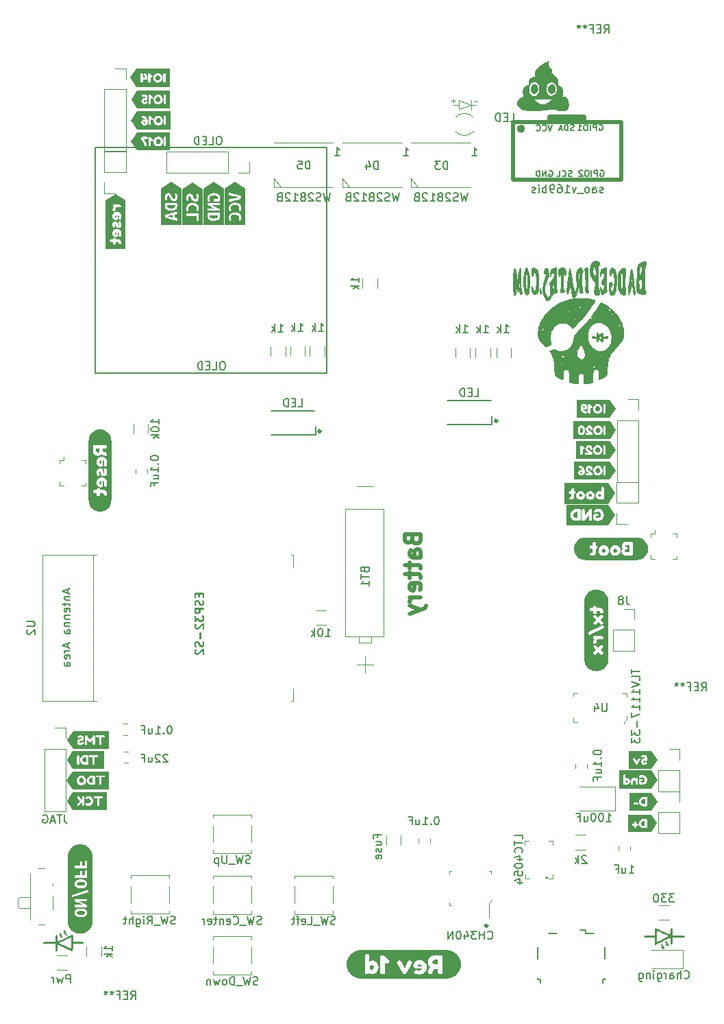
<source format=gbr>
%TF.GenerationSoftware,KiCad,Pcbnew,(6.0.10)*%
%TF.CreationDate,2023-01-31T22:12:51-06:00*%
%TF.ProjectId,CC11_Main,43433131-5f4d-4616-996e-2e6b69636164,1d*%
%TF.SameCoordinates,Original*%
%TF.FileFunction,Legend,Bot*%
%TF.FilePolarity,Positive*%
%FSLAX46Y46*%
G04 Gerber Fmt 4.6, Leading zero omitted, Abs format (unit mm)*
G04 Created by KiCad (PCBNEW (6.0.10)) date 2023-01-31 22:12:51*
%MOMM*%
%LPD*%
G01*
G04 APERTURE LIST*
%ADD10C,0.150000*%
%ADD11C,0.500000*%
%ADD12C,0.120000*%
%ADD13C,0.306982*%
%ADD14C,0.010000*%
%ADD15C,0.100000*%
%ADD16C,0.210000*%
%ADD17C,0.310000*%
G04 APERTURE END LIST*
D10*
X116070000Y-42590000D02*
X144700000Y-42590000D01*
X144700000Y-42590000D02*
X144700000Y-70430000D01*
X144700000Y-70430000D02*
X116070000Y-70430000D01*
X116070000Y-70430000D02*
X116070000Y-42590000D01*
X131872380Y-69032380D02*
X131681904Y-69032380D01*
X131586666Y-69080000D01*
X131491428Y-69175238D01*
X131443809Y-69365714D01*
X131443809Y-69699047D01*
X131491428Y-69889523D01*
X131586666Y-69984761D01*
X131681904Y-70032380D01*
X131872380Y-70032380D01*
X131967619Y-69984761D01*
X132062857Y-69889523D01*
X132110476Y-69699047D01*
X132110476Y-69365714D01*
X132062857Y-69175238D01*
X131967619Y-69080000D01*
X131872380Y-69032380D01*
X130539047Y-70032380D02*
X131015238Y-70032380D01*
X131015238Y-69032380D01*
X130205714Y-69508571D02*
X129872380Y-69508571D01*
X129729523Y-70032380D02*
X130205714Y-70032380D01*
X130205714Y-69032380D01*
X129729523Y-69032380D01*
X129300952Y-70032380D02*
X129300952Y-69032380D01*
X129062857Y-69032380D01*
X128920000Y-69080000D01*
X128824761Y-69175238D01*
X128777142Y-69270476D01*
X128729523Y-69460952D01*
X128729523Y-69603809D01*
X128777142Y-69794285D01*
X128824761Y-69889523D01*
X128920000Y-69984761D01*
X129062857Y-70032380D01*
X129300952Y-70032380D01*
%TO.C,D6*%
X167332857Y-39352380D02*
X167809047Y-39352380D01*
X167809047Y-38352380D01*
X166999523Y-38828571D02*
X166666190Y-38828571D01*
X166523333Y-39352380D02*
X166999523Y-39352380D01*
X166999523Y-38352380D01*
X166523333Y-38352380D01*
X166094761Y-39352380D02*
X166094761Y-38352380D01*
X165856666Y-38352380D01*
X165713809Y-38400000D01*
X165618571Y-38495238D01*
X165570952Y-38590476D01*
X165523333Y-38780952D01*
X165523333Y-38923809D01*
X165570952Y-39114285D01*
X165618571Y-39209523D01*
X165713809Y-39304761D01*
X165856666Y-39352380D01*
X166094761Y-39352380D01*
%TO.C,D7*%
X141132857Y-74602380D02*
X141609047Y-74602380D01*
X141609047Y-73602380D01*
X140799523Y-74078571D02*
X140466190Y-74078571D01*
X140323333Y-74602380D02*
X140799523Y-74602380D01*
X140799523Y-73602380D01*
X140323333Y-73602380D01*
X139894761Y-74602380D02*
X139894761Y-73602380D01*
X139656666Y-73602380D01*
X139513809Y-73650000D01*
X139418571Y-73745238D01*
X139370952Y-73840476D01*
X139323333Y-74030952D01*
X139323333Y-74173809D01*
X139370952Y-74364285D01*
X139418571Y-74459523D01*
X139513809Y-74554761D01*
X139656666Y-74602380D01*
X139894761Y-74602380D01*
%TO.C,D8*%
X162942857Y-73332380D02*
X163419047Y-73332380D01*
X163419047Y-72332380D01*
X162609523Y-72808571D02*
X162276190Y-72808571D01*
X162133333Y-73332380D02*
X162609523Y-73332380D01*
X162609523Y-72332380D01*
X162133333Y-72332380D01*
X161704761Y-73332380D02*
X161704761Y-72332380D01*
X161466666Y-72332380D01*
X161323809Y-72380000D01*
X161228571Y-72475238D01*
X161180952Y-72570476D01*
X161133333Y-72760952D01*
X161133333Y-72903809D01*
X161180952Y-73094285D01*
X161228571Y-73189523D01*
X161323809Y-73284761D01*
X161466666Y-73332380D01*
X161704761Y-73332380D01*
%TO.C,X1*%
X178852861Y-48126661D02*
X178757623Y-48174280D01*
X178567147Y-48174280D01*
X178471909Y-48126661D01*
X178424290Y-48031423D01*
X178424290Y-47983804D01*
X178471909Y-47888566D01*
X178567147Y-47840947D01*
X178710004Y-47840947D01*
X178805242Y-47793328D01*
X178852861Y-47698090D01*
X178852861Y-47650471D01*
X178805242Y-47555233D01*
X178710004Y-47507614D01*
X178567147Y-47507614D01*
X178471909Y-47555233D01*
X177567147Y-48174280D02*
X177567147Y-47650471D01*
X177614766Y-47555233D01*
X177710004Y-47507614D01*
X177900480Y-47507614D01*
X177995719Y-47555233D01*
X177567147Y-48126661D02*
X177662385Y-48174280D01*
X177900480Y-48174280D01*
X177995719Y-48126661D01*
X178043338Y-48031423D01*
X178043338Y-47936185D01*
X177995719Y-47840947D01*
X177900480Y-47793328D01*
X177662385Y-47793328D01*
X177567147Y-47745709D01*
X176948100Y-48174280D02*
X177043338Y-48126661D01*
X177090957Y-48079042D01*
X177138576Y-47983804D01*
X177138576Y-47698090D01*
X177090957Y-47602852D01*
X177043338Y-47555233D01*
X176948100Y-47507614D01*
X176805242Y-47507614D01*
X176710004Y-47555233D01*
X176662385Y-47602852D01*
X176614766Y-47698090D01*
X176614766Y-47983804D01*
X176662385Y-48079042D01*
X176710004Y-48126661D01*
X176805242Y-48174280D01*
X176948100Y-48174280D01*
X176424290Y-48269519D02*
X175662385Y-48269519D01*
X175519528Y-47507614D02*
X175281433Y-48174280D01*
X175043338Y-47507614D01*
X174138576Y-48174280D02*
X174710004Y-48174280D01*
X174424290Y-48174280D02*
X174424290Y-47174280D01*
X174519528Y-47317138D01*
X174614766Y-47412376D01*
X174710004Y-47459995D01*
X173281433Y-47174280D02*
X173471909Y-47174280D01*
X173567147Y-47221900D01*
X173614766Y-47269519D01*
X173710004Y-47412376D01*
X173757623Y-47602852D01*
X173757623Y-47983804D01*
X173710004Y-48079042D01*
X173662385Y-48126661D01*
X173567147Y-48174280D01*
X173376671Y-48174280D01*
X173281433Y-48126661D01*
X173233814Y-48079042D01*
X173186195Y-47983804D01*
X173186195Y-47745709D01*
X173233814Y-47650471D01*
X173281433Y-47602852D01*
X173376671Y-47555233D01*
X173567147Y-47555233D01*
X173662385Y-47602852D01*
X173710004Y-47650471D01*
X173757623Y-47745709D01*
X172710004Y-48174280D02*
X172519528Y-48174280D01*
X172424290Y-48126661D01*
X172376671Y-48079042D01*
X172281433Y-47936185D01*
X172233814Y-47745709D01*
X172233814Y-47364757D01*
X172281433Y-47269519D01*
X172329052Y-47221900D01*
X172424290Y-47174280D01*
X172614766Y-47174280D01*
X172710004Y-47221900D01*
X172757623Y-47269519D01*
X172805242Y-47364757D01*
X172805242Y-47602852D01*
X172757623Y-47698090D01*
X172710004Y-47745709D01*
X172614766Y-47793328D01*
X172424290Y-47793328D01*
X172329052Y-47745709D01*
X172281433Y-47698090D01*
X172233814Y-47602852D01*
X171805242Y-48174280D02*
X171805242Y-47174280D01*
X171805242Y-47555233D02*
X171710004Y-47507614D01*
X171519528Y-47507614D01*
X171424290Y-47555233D01*
X171376671Y-47602852D01*
X171329052Y-47698090D01*
X171329052Y-47983804D01*
X171376671Y-48079042D01*
X171424290Y-48126661D01*
X171519528Y-48174280D01*
X171710004Y-48174280D01*
X171805242Y-48126661D01*
X170900480Y-48174280D02*
X170900480Y-47507614D01*
X170900480Y-47174280D02*
X170948100Y-47221900D01*
X170900480Y-47269519D01*
X170852861Y-47221900D01*
X170900480Y-47174280D01*
X170900480Y-47269519D01*
X170471909Y-48126661D02*
X170376671Y-48174280D01*
X170186195Y-48174280D01*
X170090957Y-48126661D01*
X170043338Y-48031423D01*
X170043338Y-47983804D01*
X170090957Y-47888566D01*
X170186195Y-47840947D01*
X170329052Y-47840947D01*
X170424290Y-47793328D01*
X170471909Y-47698090D01*
X170471909Y-47650471D01*
X170424290Y-47555233D01*
X170329052Y-47507614D01*
X170186195Y-47507614D01*
X170090957Y-47555233D01*
X178374642Y-39803100D02*
X178446071Y-39767385D01*
X178553214Y-39767385D01*
X178660357Y-39803100D01*
X178731785Y-39874528D01*
X178767500Y-39945957D01*
X178803214Y-40088814D01*
X178803214Y-40195957D01*
X178767500Y-40338814D01*
X178731785Y-40410242D01*
X178660357Y-40481671D01*
X178553214Y-40517385D01*
X178481785Y-40517385D01*
X178374642Y-40481671D01*
X178338928Y-40445957D01*
X178338928Y-40195957D01*
X178481785Y-40195957D01*
X178017500Y-40517385D02*
X178017500Y-39767385D01*
X177731785Y-39767385D01*
X177660357Y-39803100D01*
X177624642Y-39838814D01*
X177588928Y-39910242D01*
X177588928Y-40017385D01*
X177624642Y-40088814D01*
X177660357Y-40124528D01*
X177731785Y-40160242D01*
X178017500Y-40160242D01*
X177267500Y-40517385D02*
X177267500Y-39767385D01*
X176767500Y-39767385D02*
X176624642Y-39767385D01*
X176553214Y-39803100D01*
X176481785Y-39874528D01*
X176446071Y-40017385D01*
X176446071Y-40267385D01*
X176481785Y-40410242D01*
X176553214Y-40481671D01*
X176624642Y-40517385D01*
X176767500Y-40517385D01*
X176838928Y-40481671D01*
X176910357Y-40410242D01*
X176946071Y-40267385D01*
X176946071Y-40017385D01*
X176910357Y-39874528D01*
X176838928Y-39803100D01*
X176767500Y-39767385D01*
X175731785Y-40517385D02*
X176160357Y-40517385D01*
X175946071Y-40517385D02*
X175946071Y-39767385D01*
X176017500Y-39874528D01*
X176088928Y-39945957D01*
X176160357Y-39981671D01*
X175231814Y-40481671D02*
X175124671Y-40517385D01*
X174946100Y-40517385D01*
X174874671Y-40481671D01*
X174838957Y-40445957D01*
X174803242Y-40374528D01*
X174803242Y-40303100D01*
X174838957Y-40231671D01*
X174874671Y-40195957D01*
X174946100Y-40160242D01*
X175088957Y-40124528D01*
X175160385Y-40088814D01*
X175196100Y-40053100D01*
X175231814Y-39981671D01*
X175231814Y-39910242D01*
X175196100Y-39838814D01*
X175160385Y-39803100D01*
X175088957Y-39767385D01*
X174910385Y-39767385D01*
X174803242Y-39803100D01*
X174481814Y-40517385D02*
X174481814Y-39767385D01*
X174303242Y-39767385D01*
X174196100Y-39803100D01*
X174124671Y-39874528D01*
X174088957Y-39945957D01*
X174053242Y-40088814D01*
X174053242Y-40195957D01*
X174088957Y-40338814D01*
X174124671Y-40410242D01*
X174196100Y-40481671D01*
X174303242Y-40517385D01*
X174481814Y-40517385D01*
X173767528Y-40303100D02*
X173410385Y-40303100D01*
X173838957Y-40517385D02*
X173588957Y-39767385D01*
X173338957Y-40517385D01*
X172527100Y-39792785D02*
X172277100Y-40542785D01*
X172027100Y-39792785D01*
X171348528Y-40471357D02*
X171384242Y-40507071D01*
X171491385Y-40542785D01*
X171562814Y-40542785D01*
X171669957Y-40507071D01*
X171741385Y-40435642D01*
X171777100Y-40364214D01*
X171812814Y-40221357D01*
X171812814Y-40114214D01*
X171777100Y-39971357D01*
X171741385Y-39899928D01*
X171669957Y-39828500D01*
X171562814Y-39792785D01*
X171491385Y-39792785D01*
X171384242Y-39828500D01*
X171348528Y-39864214D01*
X170598528Y-40471357D02*
X170634242Y-40507071D01*
X170741385Y-40542785D01*
X170812814Y-40542785D01*
X170919957Y-40507071D01*
X170991385Y-40435642D01*
X171027100Y-40364214D01*
X171062814Y-40221357D01*
X171062814Y-40114214D01*
X171027100Y-39971357D01*
X170991385Y-39899928D01*
X170919957Y-39828500D01*
X170812814Y-39792785D01*
X170741385Y-39792785D01*
X170634242Y-39828500D01*
X170598528Y-39864214D01*
X178501642Y-45441900D02*
X178573071Y-45406185D01*
X178680214Y-45406185D01*
X178787357Y-45441900D01*
X178858785Y-45513328D01*
X178894500Y-45584757D01*
X178930214Y-45727614D01*
X178930214Y-45834757D01*
X178894500Y-45977614D01*
X178858785Y-46049042D01*
X178787357Y-46120471D01*
X178680214Y-46156185D01*
X178608785Y-46156185D01*
X178501642Y-46120471D01*
X178465928Y-46084757D01*
X178465928Y-45834757D01*
X178608785Y-45834757D01*
X178144500Y-46156185D02*
X178144500Y-45406185D01*
X177858785Y-45406185D01*
X177787357Y-45441900D01*
X177751642Y-45477614D01*
X177715928Y-45549042D01*
X177715928Y-45656185D01*
X177751642Y-45727614D01*
X177787357Y-45763328D01*
X177858785Y-45799042D01*
X178144500Y-45799042D01*
X177394500Y-46156185D02*
X177394500Y-45406185D01*
X176894500Y-45406185D02*
X176751642Y-45406185D01*
X176680214Y-45441900D01*
X176608785Y-45513328D01*
X176573071Y-45656185D01*
X176573071Y-45906185D01*
X176608785Y-46049042D01*
X176680214Y-46120471D01*
X176751642Y-46156185D01*
X176894500Y-46156185D01*
X176965928Y-46120471D01*
X177037357Y-46049042D01*
X177073071Y-45906185D01*
X177073071Y-45656185D01*
X177037357Y-45513328D01*
X176965928Y-45441900D01*
X176894500Y-45406185D01*
X176287357Y-45477614D02*
X176251642Y-45441900D01*
X176180214Y-45406185D01*
X176001642Y-45406185D01*
X175930214Y-45441900D01*
X175894500Y-45477614D01*
X175858785Y-45549042D01*
X175858785Y-45620471D01*
X175894500Y-45727614D01*
X176323071Y-46156185D01*
X175858785Y-46156185D01*
X172149328Y-45467300D02*
X172220757Y-45431585D01*
X172327900Y-45431585D01*
X172435042Y-45467300D01*
X172506471Y-45538728D01*
X172542185Y-45610157D01*
X172577900Y-45753014D01*
X172577900Y-45860157D01*
X172542185Y-46003014D01*
X172506471Y-46074442D01*
X172435042Y-46145871D01*
X172327900Y-46181585D01*
X172256471Y-46181585D01*
X172149328Y-46145871D01*
X172113614Y-46110157D01*
X172113614Y-45860157D01*
X172256471Y-45860157D01*
X171792185Y-46181585D02*
X171792185Y-45431585D01*
X171363614Y-46181585D01*
X171363614Y-45431585D01*
X171006471Y-46181585D02*
X171006471Y-45431585D01*
X170827900Y-45431585D01*
X170720757Y-45467300D01*
X170649328Y-45538728D01*
X170613614Y-45610157D01*
X170577900Y-45753014D01*
X170577900Y-45860157D01*
X170613614Y-46003014D01*
X170649328Y-46074442D01*
X170720757Y-46145871D01*
X170827900Y-46181585D01*
X171006471Y-46181585D01*
X174959957Y-46145871D02*
X174852814Y-46181585D01*
X174674242Y-46181585D01*
X174602814Y-46145871D01*
X174567100Y-46110157D01*
X174531385Y-46038728D01*
X174531385Y-45967300D01*
X174567100Y-45895871D01*
X174602814Y-45860157D01*
X174674242Y-45824442D01*
X174817100Y-45788728D01*
X174888528Y-45753014D01*
X174924242Y-45717300D01*
X174959957Y-45645871D01*
X174959957Y-45574442D01*
X174924242Y-45503014D01*
X174888528Y-45467300D01*
X174817100Y-45431585D01*
X174638528Y-45431585D01*
X174531385Y-45467300D01*
X173781385Y-46110157D02*
X173817100Y-46145871D01*
X173924242Y-46181585D01*
X173995671Y-46181585D01*
X174102814Y-46145871D01*
X174174242Y-46074442D01*
X174209957Y-46003014D01*
X174245671Y-45860157D01*
X174245671Y-45753014D01*
X174209957Y-45610157D01*
X174174242Y-45538728D01*
X174102814Y-45467300D01*
X173995671Y-45431585D01*
X173924242Y-45431585D01*
X173817100Y-45467300D01*
X173781385Y-45503014D01*
X173102814Y-46181585D02*
X173459957Y-46181585D01*
X173459957Y-45431585D01*
%TO.C,REF\u002A\u002A*%
X120463333Y-147712380D02*
X120796666Y-147236190D01*
X121034761Y-147712380D02*
X121034761Y-146712380D01*
X120653809Y-146712380D01*
X120558571Y-146760000D01*
X120510952Y-146807619D01*
X120463333Y-146902857D01*
X120463333Y-147045714D01*
X120510952Y-147140952D01*
X120558571Y-147188571D01*
X120653809Y-147236190D01*
X121034761Y-147236190D01*
X120034761Y-147188571D02*
X119701428Y-147188571D01*
X119558571Y-147712380D02*
X120034761Y-147712380D01*
X120034761Y-146712380D01*
X119558571Y-146712380D01*
X118796666Y-147188571D02*
X119130000Y-147188571D01*
X119130000Y-147712380D02*
X119130000Y-146712380D01*
X118653809Y-146712380D01*
X118130000Y-146712380D02*
X118130000Y-146950476D01*
X118368095Y-146855238D02*
X118130000Y-146950476D01*
X117891904Y-146855238D01*
X118272857Y-147140952D02*
X118130000Y-146950476D01*
X117987142Y-147140952D01*
X117368095Y-146712380D02*
X117368095Y-146950476D01*
X117606190Y-146855238D02*
X117368095Y-146950476D01*
X117130000Y-146855238D01*
X117510952Y-147140952D02*
X117368095Y-146950476D01*
X117225238Y-147140952D01*
X191003333Y-109662380D02*
X191336666Y-109186190D01*
X191574761Y-109662380D02*
X191574761Y-108662380D01*
X191193809Y-108662380D01*
X191098571Y-108710000D01*
X191050952Y-108757619D01*
X191003333Y-108852857D01*
X191003333Y-108995714D01*
X191050952Y-109090952D01*
X191098571Y-109138571D01*
X191193809Y-109186190D01*
X191574761Y-109186190D01*
X190574761Y-109138571D02*
X190241428Y-109138571D01*
X190098571Y-109662380D02*
X190574761Y-109662380D01*
X190574761Y-108662380D01*
X190098571Y-108662380D01*
X189336666Y-109138571D02*
X189670000Y-109138571D01*
X189670000Y-109662380D02*
X189670000Y-108662380D01*
X189193809Y-108662380D01*
X188670000Y-108662380D02*
X188670000Y-108900476D01*
X188908095Y-108805238D02*
X188670000Y-108900476D01*
X188431904Y-108805238D01*
X188812857Y-109090952D02*
X188670000Y-108900476D01*
X188527142Y-109090952D01*
X187908095Y-108662380D02*
X187908095Y-108900476D01*
X188146190Y-108805238D02*
X187908095Y-108900476D01*
X187670000Y-108805238D01*
X188050952Y-109090952D02*
X187908095Y-108900476D01*
X187765238Y-109090952D01*
%TO.C,U4*%
X179271904Y-111202380D02*
X179271904Y-112011904D01*
X179224285Y-112107142D01*
X179176666Y-112154761D01*
X179081428Y-112202380D01*
X178890952Y-112202380D01*
X178795714Y-112154761D01*
X178748095Y-112107142D01*
X178700476Y-112011904D01*
X178700476Y-111202380D01*
X177795714Y-111535714D02*
X177795714Y-112202380D01*
X178033809Y-111154761D02*
X178271904Y-111869047D01*
X177652857Y-111869047D01*
X182382380Y-106984761D02*
X182382380Y-107556190D01*
X183382380Y-107270476D02*
X182382380Y-107270476D01*
X183382380Y-108365714D02*
X183382380Y-107889523D01*
X182382380Y-107889523D01*
X182382380Y-108556190D02*
X183382380Y-108889523D01*
X182382380Y-109222857D01*
X183382380Y-110080000D02*
X183382380Y-109508571D01*
X183382380Y-109794285D02*
X182382380Y-109794285D01*
X182525238Y-109699047D01*
X182620476Y-109603809D01*
X182668095Y-109508571D01*
X183382380Y-111032380D02*
X183382380Y-110460952D01*
X183382380Y-110746666D02*
X182382380Y-110746666D01*
X182525238Y-110651428D01*
X182620476Y-110556190D01*
X182668095Y-110460952D01*
X183382380Y-111984761D02*
X183382380Y-111413333D01*
X183382380Y-111699047D02*
X182382380Y-111699047D01*
X182525238Y-111603809D01*
X182620476Y-111508571D01*
X182668095Y-111413333D01*
X182382380Y-112318095D02*
X182382380Y-112984761D01*
X183382380Y-112556190D01*
X183001428Y-113365714D02*
X183001428Y-114127619D01*
X182382380Y-114508571D02*
X182382380Y-115127619D01*
X182763333Y-114794285D01*
X182763333Y-114937142D01*
X182810952Y-115032380D01*
X182858571Y-115080000D01*
X182953809Y-115127619D01*
X183191904Y-115127619D01*
X183287142Y-115080000D01*
X183334761Y-115032380D01*
X183382380Y-114937142D01*
X183382380Y-114651428D01*
X183334761Y-114556190D01*
X183287142Y-114508571D01*
X182382380Y-115460952D02*
X182382380Y-116080000D01*
X182763333Y-115746666D01*
X182763333Y-115889523D01*
X182810952Y-115984761D01*
X182858571Y-116032380D01*
X182953809Y-116080000D01*
X183191904Y-116080000D01*
X183287142Y-116032380D01*
X183334761Y-115984761D01*
X183382380Y-115889523D01*
X183382380Y-115603809D01*
X183334761Y-115508571D01*
X183287142Y-115460952D01*
%TO.C,C4*%
X125282857Y-113972380D02*
X125187619Y-113972380D01*
X125092380Y-114020000D01*
X125044761Y-114067619D01*
X124997142Y-114162857D01*
X124949523Y-114353333D01*
X124949523Y-114591428D01*
X124997142Y-114781904D01*
X125044761Y-114877142D01*
X125092380Y-114924761D01*
X125187619Y-114972380D01*
X125282857Y-114972380D01*
X125378095Y-114924761D01*
X125425714Y-114877142D01*
X125473333Y-114781904D01*
X125520952Y-114591428D01*
X125520952Y-114353333D01*
X125473333Y-114162857D01*
X125425714Y-114067619D01*
X125378095Y-114020000D01*
X125282857Y-113972380D01*
X124520952Y-114877142D02*
X124473333Y-114924761D01*
X124520952Y-114972380D01*
X124568571Y-114924761D01*
X124520952Y-114877142D01*
X124520952Y-114972380D01*
X123520952Y-114972380D02*
X124092380Y-114972380D01*
X123806666Y-114972380D02*
X123806666Y-113972380D01*
X123901904Y-114115238D01*
X123997142Y-114210476D01*
X124092380Y-114258095D01*
X122663809Y-114305714D02*
X122663809Y-114972380D01*
X123092380Y-114305714D02*
X123092380Y-114829523D01*
X123044761Y-114924761D01*
X122949523Y-114972380D01*
X122806666Y-114972380D01*
X122711428Y-114924761D01*
X122663809Y-114877142D01*
X121854285Y-114448571D02*
X122187619Y-114448571D01*
X122187619Y-114972380D02*
X122187619Y-113972380D01*
X121711428Y-113972380D01*
%TO.C,R1*%
X118142380Y-141730952D02*
X118142380Y-141159523D01*
X118142380Y-141445238D02*
X117142380Y-141445238D01*
X117285238Y-141350000D01*
X117380476Y-141254761D01*
X117428095Y-141159523D01*
X118142380Y-142159523D02*
X117142380Y-142159523D01*
X117761428Y-142254761D02*
X118142380Y-142540476D01*
X117475714Y-142540476D02*
X117856666Y-142159523D01*
%TO.C,J4*%
X112246666Y-124992380D02*
X112246666Y-125706666D01*
X112294285Y-125849523D01*
X112389523Y-125944761D01*
X112532380Y-125992380D01*
X112627619Y-125992380D01*
X111913333Y-124992380D02*
X111341904Y-124992380D01*
X111627619Y-125992380D02*
X111627619Y-124992380D01*
X111056190Y-125706666D02*
X110580000Y-125706666D01*
X111151428Y-125992380D02*
X110818095Y-124992380D01*
X110484761Y-125992380D01*
X109627619Y-125040000D02*
X109722857Y-124992380D01*
X109865714Y-124992380D01*
X110008571Y-125040000D01*
X110103809Y-125135238D01*
X110151428Y-125230476D01*
X110199047Y-125420952D01*
X110199047Y-125563809D01*
X110151428Y-125754285D01*
X110103809Y-125849523D01*
X110008571Y-125944761D01*
X109865714Y-125992380D01*
X109770476Y-125992380D01*
X109627619Y-125944761D01*
X109580000Y-125897142D01*
X109580000Y-125563809D01*
X109770476Y-125563809D01*
%TO.C,C7*%
X179247619Y-125782380D02*
X179819047Y-125782380D01*
X179533333Y-125782380D02*
X179533333Y-124782380D01*
X179628571Y-124925238D01*
X179723809Y-125020476D01*
X179819047Y-125068095D01*
X178628571Y-124782380D02*
X178533333Y-124782380D01*
X178438095Y-124830000D01*
X178390476Y-124877619D01*
X178342857Y-124972857D01*
X178295238Y-125163333D01*
X178295238Y-125401428D01*
X178342857Y-125591904D01*
X178390476Y-125687142D01*
X178438095Y-125734761D01*
X178533333Y-125782380D01*
X178628571Y-125782380D01*
X178723809Y-125734761D01*
X178771428Y-125687142D01*
X178819047Y-125591904D01*
X178866666Y-125401428D01*
X178866666Y-125163333D01*
X178819047Y-124972857D01*
X178771428Y-124877619D01*
X178723809Y-124830000D01*
X178628571Y-124782380D01*
X177676190Y-124782380D02*
X177580952Y-124782380D01*
X177485714Y-124830000D01*
X177438095Y-124877619D01*
X177390476Y-124972857D01*
X177342857Y-125163333D01*
X177342857Y-125401428D01*
X177390476Y-125591904D01*
X177438095Y-125687142D01*
X177485714Y-125734761D01*
X177580952Y-125782380D01*
X177676190Y-125782380D01*
X177771428Y-125734761D01*
X177819047Y-125687142D01*
X177866666Y-125591904D01*
X177914285Y-125401428D01*
X177914285Y-125163333D01*
X177866666Y-124972857D01*
X177819047Y-124877619D01*
X177771428Y-124830000D01*
X177676190Y-124782380D01*
X176485714Y-125115714D02*
X176485714Y-125782380D01*
X176914285Y-125115714D02*
X176914285Y-125639523D01*
X176866666Y-125734761D01*
X176771428Y-125782380D01*
X176628571Y-125782380D01*
X176533333Y-125734761D01*
X176485714Y-125687142D01*
X175676190Y-125258571D02*
X176009523Y-125258571D01*
X176009523Y-125782380D02*
X176009523Y-124782380D01*
X175533333Y-124782380D01*
%TO.C,D4*%
X151018095Y-45262380D02*
X151018095Y-44262380D01*
X150780000Y-44262380D01*
X150637142Y-44310000D01*
X150541904Y-44405238D01*
X150494285Y-44500476D01*
X150446666Y-44690952D01*
X150446666Y-44833809D01*
X150494285Y-45024285D01*
X150541904Y-45119523D01*
X150637142Y-45214761D01*
X150780000Y-45262380D01*
X151018095Y-45262380D01*
X149589523Y-44595714D02*
X149589523Y-45262380D01*
X149827619Y-44214761D02*
X150065714Y-44929047D01*
X149446666Y-44929047D01*
X153619523Y-48222380D02*
X153381428Y-49222380D01*
X153190952Y-48508095D01*
X153000476Y-49222380D01*
X152762380Y-48222380D01*
X152429047Y-49174761D02*
X152286190Y-49222380D01*
X152048095Y-49222380D01*
X151952857Y-49174761D01*
X151905238Y-49127142D01*
X151857619Y-49031904D01*
X151857619Y-48936666D01*
X151905238Y-48841428D01*
X151952857Y-48793809D01*
X152048095Y-48746190D01*
X152238571Y-48698571D01*
X152333809Y-48650952D01*
X152381428Y-48603333D01*
X152429047Y-48508095D01*
X152429047Y-48412857D01*
X152381428Y-48317619D01*
X152333809Y-48270000D01*
X152238571Y-48222380D01*
X152000476Y-48222380D01*
X151857619Y-48270000D01*
X151476666Y-48317619D02*
X151429047Y-48270000D01*
X151333809Y-48222380D01*
X151095714Y-48222380D01*
X151000476Y-48270000D01*
X150952857Y-48317619D01*
X150905238Y-48412857D01*
X150905238Y-48508095D01*
X150952857Y-48650952D01*
X151524285Y-49222380D01*
X150905238Y-49222380D01*
X150333809Y-48650952D02*
X150429047Y-48603333D01*
X150476666Y-48555714D01*
X150524285Y-48460476D01*
X150524285Y-48412857D01*
X150476666Y-48317619D01*
X150429047Y-48270000D01*
X150333809Y-48222380D01*
X150143333Y-48222380D01*
X150048095Y-48270000D01*
X150000476Y-48317619D01*
X149952857Y-48412857D01*
X149952857Y-48460476D01*
X150000476Y-48555714D01*
X150048095Y-48603333D01*
X150143333Y-48650952D01*
X150333809Y-48650952D01*
X150429047Y-48698571D01*
X150476666Y-48746190D01*
X150524285Y-48841428D01*
X150524285Y-49031904D01*
X150476666Y-49127142D01*
X150429047Y-49174761D01*
X150333809Y-49222380D01*
X150143333Y-49222380D01*
X150048095Y-49174761D01*
X150000476Y-49127142D01*
X149952857Y-49031904D01*
X149952857Y-48841428D01*
X150000476Y-48746190D01*
X150048095Y-48698571D01*
X150143333Y-48650952D01*
X149000476Y-49222380D02*
X149571904Y-49222380D01*
X149286190Y-49222380D02*
X149286190Y-48222380D01*
X149381428Y-48365238D01*
X149476666Y-48460476D01*
X149571904Y-48508095D01*
X148619523Y-48317619D02*
X148571904Y-48270000D01*
X148476666Y-48222380D01*
X148238571Y-48222380D01*
X148143333Y-48270000D01*
X148095714Y-48317619D01*
X148048095Y-48412857D01*
X148048095Y-48508095D01*
X148095714Y-48650952D01*
X148667142Y-49222380D01*
X148048095Y-49222380D01*
X147286190Y-48698571D02*
X147143333Y-48746190D01*
X147095714Y-48793809D01*
X147048095Y-48889047D01*
X147048095Y-49031904D01*
X147095714Y-49127142D01*
X147143333Y-49174761D01*
X147238571Y-49222380D01*
X147619523Y-49222380D01*
X147619523Y-48222380D01*
X147286190Y-48222380D01*
X147190952Y-48270000D01*
X147143333Y-48317619D01*
X147095714Y-48412857D01*
X147095714Y-48508095D01*
X147143333Y-48603333D01*
X147190952Y-48650952D01*
X147286190Y-48698571D01*
X147619523Y-48698571D01*
X154174285Y-43622380D02*
X154745714Y-43622380D01*
X154460000Y-43622380D02*
X154460000Y-42622380D01*
X154555238Y-42765238D01*
X154650476Y-42860476D01*
X154745714Y-42908095D01*
%TO.C,C5*%
X158322857Y-125202380D02*
X158227619Y-125202380D01*
X158132380Y-125250000D01*
X158084761Y-125297619D01*
X158037142Y-125392857D01*
X157989523Y-125583333D01*
X157989523Y-125821428D01*
X158037142Y-126011904D01*
X158084761Y-126107142D01*
X158132380Y-126154761D01*
X158227619Y-126202380D01*
X158322857Y-126202380D01*
X158418095Y-126154761D01*
X158465714Y-126107142D01*
X158513333Y-126011904D01*
X158560952Y-125821428D01*
X158560952Y-125583333D01*
X158513333Y-125392857D01*
X158465714Y-125297619D01*
X158418095Y-125250000D01*
X158322857Y-125202380D01*
X157560952Y-126107142D02*
X157513333Y-126154761D01*
X157560952Y-126202380D01*
X157608571Y-126154761D01*
X157560952Y-126107142D01*
X157560952Y-126202380D01*
X156560952Y-126202380D02*
X157132380Y-126202380D01*
X156846666Y-126202380D02*
X156846666Y-125202380D01*
X156941904Y-125345238D01*
X157037142Y-125440476D01*
X157132380Y-125488095D01*
X155703809Y-125535714D02*
X155703809Y-126202380D01*
X156132380Y-125535714D02*
X156132380Y-126059523D01*
X156084761Y-126154761D01*
X155989523Y-126202380D01*
X155846666Y-126202380D01*
X155751428Y-126154761D01*
X155703809Y-126107142D01*
X154894285Y-125678571D02*
X155227619Y-125678571D01*
X155227619Y-126202380D02*
X155227619Y-125202380D01*
X154751428Y-125202380D01*
%TO.C,SW7*%
X136146666Y-145924761D02*
X136003809Y-145972380D01*
X135765714Y-145972380D01*
X135670476Y-145924761D01*
X135622857Y-145877142D01*
X135575238Y-145781904D01*
X135575238Y-145686666D01*
X135622857Y-145591428D01*
X135670476Y-145543809D01*
X135765714Y-145496190D01*
X135956190Y-145448571D01*
X136051428Y-145400952D01*
X136099047Y-145353333D01*
X136146666Y-145258095D01*
X136146666Y-145162857D01*
X136099047Y-145067619D01*
X136051428Y-145020000D01*
X135956190Y-144972380D01*
X135718095Y-144972380D01*
X135575238Y-145020000D01*
X135241904Y-144972380D02*
X135003809Y-145972380D01*
X134813333Y-145258095D01*
X134622857Y-145972380D01*
X134384761Y-144972380D01*
X134241904Y-146067619D02*
X133480000Y-146067619D01*
X133241904Y-145972380D02*
X133241904Y-144972380D01*
X133003809Y-144972380D01*
X132860952Y-145020000D01*
X132765714Y-145115238D01*
X132718095Y-145210476D01*
X132670476Y-145400952D01*
X132670476Y-145543809D01*
X132718095Y-145734285D01*
X132765714Y-145829523D01*
X132860952Y-145924761D01*
X133003809Y-145972380D01*
X133241904Y-145972380D01*
X132099047Y-145972380D02*
X132194285Y-145924761D01*
X132241904Y-145877142D01*
X132289523Y-145781904D01*
X132289523Y-145496190D01*
X132241904Y-145400952D01*
X132194285Y-145353333D01*
X132099047Y-145305714D01*
X131956190Y-145305714D01*
X131860952Y-145353333D01*
X131813333Y-145400952D01*
X131765714Y-145496190D01*
X131765714Y-145781904D01*
X131813333Y-145877142D01*
X131860952Y-145924761D01*
X131956190Y-145972380D01*
X132099047Y-145972380D01*
X131432380Y-145305714D02*
X131241904Y-145972380D01*
X131051428Y-145496190D01*
X130860952Y-145972380D01*
X130670476Y-145305714D01*
X130289523Y-145305714D02*
X130289523Y-145972380D01*
X130289523Y-145400952D02*
X130241904Y-145353333D01*
X130146666Y-145305714D01*
X130003809Y-145305714D01*
X129908571Y-145353333D01*
X129860952Y-145448571D01*
X129860952Y-145972380D01*
%TO.C,D1*%
X112975238Y-145712380D02*
X112975238Y-144712380D01*
X112594285Y-144712380D01*
X112499047Y-144760000D01*
X112451428Y-144807619D01*
X112403809Y-144902857D01*
X112403809Y-145045714D01*
X112451428Y-145140952D01*
X112499047Y-145188571D01*
X112594285Y-145236190D01*
X112975238Y-145236190D01*
X112070476Y-145045714D02*
X111880000Y-145712380D01*
X111689523Y-145236190D01*
X111499047Y-145712380D01*
X111308571Y-145045714D01*
X110927619Y-145712380D02*
X110927619Y-145045714D01*
X110927619Y-145236190D02*
X110880000Y-145140952D01*
X110832380Y-145093333D01*
X110737142Y-145045714D01*
X110641904Y-145045714D01*
%TO.C,R8*%
X143679047Y-65282380D02*
X144250476Y-65282380D01*
X143964761Y-65282380D02*
X143964761Y-64282380D01*
X144060000Y-64425238D01*
X144155238Y-64520476D01*
X144250476Y-64568095D01*
X143250476Y-65282380D02*
X143250476Y-64282380D01*
X143155238Y-64901428D02*
X142869523Y-65282380D01*
X142869523Y-64615714D02*
X143250476Y-64996666D01*
%TO.C,R12*%
X144545238Y-102942380D02*
X145116666Y-102942380D01*
X144830952Y-102942380D02*
X144830952Y-101942380D01*
X144926190Y-102085238D01*
X145021428Y-102180476D01*
X145116666Y-102228095D01*
X143926190Y-101942380D02*
X143830952Y-101942380D01*
X143735714Y-101990000D01*
X143688095Y-102037619D01*
X143640476Y-102132857D01*
X143592857Y-102323333D01*
X143592857Y-102561428D01*
X143640476Y-102751904D01*
X143688095Y-102847142D01*
X143735714Y-102894761D01*
X143830952Y-102942380D01*
X143926190Y-102942380D01*
X144021428Y-102894761D01*
X144069047Y-102847142D01*
X144116666Y-102751904D01*
X144164285Y-102561428D01*
X144164285Y-102323333D01*
X144116666Y-102132857D01*
X144069047Y-102037619D01*
X144021428Y-101990000D01*
X143926190Y-101942380D01*
X143164285Y-102942380D02*
X143164285Y-101942380D01*
X143069047Y-102561428D02*
X142783333Y-102942380D01*
X142783333Y-102275714D02*
X143164285Y-102656666D01*
%TO.C,D2*%
X188850000Y-145097142D02*
X188897619Y-145144761D01*
X189040476Y-145192380D01*
X189135714Y-145192380D01*
X189278571Y-145144761D01*
X189373809Y-145049523D01*
X189421428Y-144954285D01*
X189469047Y-144763809D01*
X189469047Y-144620952D01*
X189421428Y-144430476D01*
X189373809Y-144335238D01*
X189278571Y-144240000D01*
X189135714Y-144192380D01*
X189040476Y-144192380D01*
X188897619Y-144240000D01*
X188850000Y-144287619D01*
X188421428Y-145192380D02*
X188421428Y-144192380D01*
X187992857Y-145192380D02*
X187992857Y-144668571D01*
X188040476Y-144573333D01*
X188135714Y-144525714D01*
X188278571Y-144525714D01*
X188373809Y-144573333D01*
X188421428Y-144620952D01*
X187088095Y-145192380D02*
X187088095Y-144668571D01*
X187135714Y-144573333D01*
X187230952Y-144525714D01*
X187421428Y-144525714D01*
X187516666Y-144573333D01*
X187088095Y-145144761D02*
X187183333Y-145192380D01*
X187421428Y-145192380D01*
X187516666Y-145144761D01*
X187564285Y-145049523D01*
X187564285Y-144954285D01*
X187516666Y-144859047D01*
X187421428Y-144811428D01*
X187183333Y-144811428D01*
X187088095Y-144763809D01*
X186611904Y-145192380D02*
X186611904Y-144525714D01*
X186611904Y-144716190D02*
X186564285Y-144620952D01*
X186516666Y-144573333D01*
X186421428Y-144525714D01*
X186326190Y-144525714D01*
X185564285Y-144525714D02*
X185564285Y-145335238D01*
X185611904Y-145430476D01*
X185659523Y-145478095D01*
X185754761Y-145525714D01*
X185897619Y-145525714D01*
X185992857Y-145478095D01*
X185564285Y-145144761D02*
X185659523Y-145192380D01*
X185850000Y-145192380D01*
X185945238Y-145144761D01*
X185992857Y-145097142D01*
X186040476Y-145001904D01*
X186040476Y-144716190D01*
X185992857Y-144620952D01*
X185945238Y-144573333D01*
X185850000Y-144525714D01*
X185659523Y-144525714D01*
X185564285Y-144573333D01*
X185088095Y-145192380D02*
X185088095Y-144525714D01*
X185088095Y-144192380D02*
X185135714Y-144240000D01*
X185088095Y-144287619D01*
X185040476Y-144240000D01*
X185088095Y-144192380D01*
X185088095Y-144287619D01*
X184611904Y-144525714D02*
X184611904Y-145192380D01*
X184611904Y-144620952D02*
X184564285Y-144573333D01*
X184469047Y-144525714D01*
X184326190Y-144525714D01*
X184230952Y-144573333D01*
X184183333Y-144668571D01*
X184183333Y-145192380D01*
X183278571Y-144525714D02*
X183278571Y-145335238D01*
X183326190Y-145430476D01*
X183373809Y-145478095D01*
X183469047Y-145525714D01*
X183611904Y-145525714D01*
X183707142Y-145478095D01*
X183278571Y-145144761D02*
X183373809Y-145192380D01*
X183564285Y-145192380D01*
X183659523Y-145144761D01*
X183707142Y-145097142D01*
X183754761Y-145001904D01*
X183754761Y-144716190D01*
X183707142Y-144620952D01*
X183659523Y-144573333D01*
X183564285Y-144525714D01*
X183373809Y-144525714D01*
X183278571Y-144573333D01*
%TO.C,SW4*%
X135224285Y-130924761D02*
X135081428Y-130972380D01*
X134843333Y-130972380D01*
X134748095Y-130924761D01*
X134700476Y-130877142D01*
X134652857Y-130781904D01*
X134652857Y-130686666D01*
X134700476Y-130591428D01*
X134748095Y-130543809D01*
X134843333Y-130496190D01*
X135033809Y-130448571D01*
X135129047Y-130400952D01*
X135176666Y-130353333D01*
X135224285Y-130258095D01*
X135224285Y-130162857D01*
X135176666Y-130067619D01*
X135129047Y-130020000D01*
X135033809Y-129972380D01*
X134795714Y-129972380D01*
X134652857Y-130020000D01*
X134319523Y-129972380D02*
X134081428Y-130972380D01*
X133890952Y-130258095D01*
X133700476Y-130972380D01*
X133462380Y-129972380D01*
X133319523Y-131067619D02*
X132557619Y-131067619D01*
X132319523Y-129972380D02*
X132319523Y-130781904D01*
X132271904Y-130877142D01*
X132224285Y-130924761D01*
X132129047Y-130972380D01*
X131938571Y-130972380D01*
X131843333Y-130924761D01*
X131795714Y-130877142D01*
X131748095Y-130781904D01*
X131748095Y-129972380D01*
X131271904Y-130305714D02*
X131271904Y-131305714D01*
X131271904Y-130353333D02*
X131176666Y-130305714D01*
X130986190Y-130305714D01*
X130890952Y-130353333D01*
X130843333Y-130400952D01*
X130795714Y-130496190D01*
X130795714Y-130781904D01*
X130843333Y-130877142D01*
X130890952Y-130924761D01*
X130986190Y-130972380D01*
X131176666Y-130972380D01*
X131271904Y-130924761D01*
%TO.C,J8*%
X181733333Y-97997380D02*
X181733333Y-98711666D01*
X181780952Y-98854523D01*
X181876190Y-98949761D01*
X182019047Y-98997380D01*
X182114285Y-98997380D01*
X181114285Y-98425952D02*
X181209523Y-98378333D01*
X181257142Y-98330714D01*
X181304761Y-98235476D01*
X181304761Y-98187857D01*
X181257142Y-98092619D01*
X181209523Y-98045000D01*
X181114285Y-97997380D01*
X180923809Y-97997380D01*
X180828571Y-98045000D01*
X180780952Y-98092619D01*
X180733333Y-98187857D01*
X180733333Y-98235476D01*
X180780952Y-98330714D01*
X180828571Y-98378333D01*
X180923809Y-98425952D01*
X181114285Y-98425952D01*
X181209523Y-98473571D01*
X181257142Y-98521190D01*
X181304761Y-98616428D01*
X181304761Y-98806904D01*
X181257142Y-98902142D01*
X181209523Y-98949761D01*
X181114285Y-98997380D01*
X180923809Y-98997380D01*
X180828571Y-98949761D01*
X180780952Y-98902142D01*
X180733333Y-98806904D01*
X180733333Y-98616428D01*
X180780952Y-98521190D01*
X180828571Y-98473571D01*
X180923809Y-98425952D01*
%TO.C,SW6*%
X125966666Y-138429761D02*
X125823809Y-138477380D01*
X125585714Y-138477380D01*
X125490476Y-138429761D01*
X125442857Y-138382142D01*
X125395238Y-138286904D01*
X125395238Y-138191666D01*
X125442857Y-138096428D01*
X125490476Y-138048809D01*
X125585714Y-138001190D01*
X125776190Y-137953571D01*
X125871428Y-137905952D01*
X125919047Y-137858333D01*
X125966666Y-137763095D01*
X125966666Y-137667857D01*
X125919047Y-137572619D01*
X125871428Y-137525000D01*
X125776190Y-137477380D01*
X125538095Y-137477380D01*
X125395238Y-137525000D01*
X125061904Y-137477380D02*
X124823809Y-138477380D01*
X124633333Y-137763095D01*
X124442857Y-138477380D01*
X124204761Y-137477380D01*
X124061904Y-138572619D02*
X123300000Y-138572619D01*
X122490476Y-138477380D02*
X122823809Y-138001190D01*
X123061904Y-138477380D02*
X123061904Y-137477380D01*
X122680952Y-137477380D01*
X122585714Y-137525000D01*
X122538095Y-137572619D01*
X122490476Y-137667857D01*
X122490476Y-137810714D01*
X122538095Y-137905952D01*
X122585714Y-137953571D01*
X122680952Y-138001190D01*
X123061904Y-138001190D01*
X122061904Y-138477380D02*
X122061904Y-137810714D01*
X122061904Y-137477380D02*
X122109523Y-137525000D01*
X122061904Y-137572619D01*
X122014285Y-137525000D01*
X122061904Y-137477380D01*
X122061904Y-137572619D01*
X121157142Y-137810714D02*
X121157142Y-138620238D01*
X121204761Y-138715476D01*
X121252380Y-138763095D01*
X121347619Y-138810714D01*
X121490476Y-138810714D01*
X121585714Y-138763095D01*
X121157142Y-138429761D02*
X121252380Y-138477380D01*
X121442857Y-138477380D01*
X121538095Y-138429761D01*
X121585714Y-138382142D01*
X121633333Y-138286904D01*
X121633333Y-138001190D01*
X121585714Y-137905952D01*
X121538095Y-137858333D01*
X121442857Y-137810714D01*
X121252380Y-137810714D01*
X121157142Y-137858333D01*
X120680952Y-138477380D02*
X120680952Y-137477380D01*
X120252380Y-138477380D02*
X120252380Y-137953571D01*
X120300000Y-137858333D01*
X120395238Y-137810714D01*
X120538095Y-137810714D01*
X120633333Y-137858333D01*
X120680952Y-137905952D01*
X119919047Y-137810714D02*
X119538095Y-137810714D01*
X119776190Y-137477380D02*
X119776190Y-138334523D01*
X119728571Y-138429761D01*
X119633333Y-138477380D01*
X119538095Y-138477380D01*
%TO.C,U1*%
X168882380Y-127973809D02*
X168882380Y-127497619D01*
X167882380Y-127497619D01*
X167882380Y-128164285D02*
X167882380Y-128735714D01*
X168882380Y-128450000D02*
X167882380Y-128450000D01*
X168787142Y-129640476D02*
X168834761Y-129592857D01*
X168882380Y-129450000D01*
X168882380Y-129354761D01*
X168834761Y-129211904D01*
X168739523Y-129116666D01*
X168644285Y-129069047D01*
X168453809Y-129021428D01*
X168310952Y-129021428D01*
X168120476Y-129069047D01*
X168025238Y-129116666D01*
X167930000Y-129211904D01*
X167882380Y-129354761D01*
X167882380Y-129450000D01*
X167930000Y-129592857D01*
X167977619Y-129640476D01*
X168215714Y-130497619D02*
X168882380Y-130497619D01*
X167834761Y-130259523D02*
X168549047Y-130021428D01*
X168549047Y-130640476D01*
X167882380Y-131211904D02*
X167882380Y-131307142D01*
X167930000Y-131402380D01*
X167977619Y-131450000D01*
X168072857Y-131497619D01*
X168263333Y-131545238D01*
X168501428Y-131545238D01*
X168691904Y-131497619D01*
X168787142Y-131450000D01*
X168834761Y-131402380D01*
X168882380Y-131307142D01*
X168882380Y-131211904D01*
X168834761Y-131116666D01*
X168787142Y-131069047D01*
X168691904Y-131021428D01*
X168501428Y-130973809D01*
X168263333Y-130973809D01*
X168072857Y-131021428D01*
X167977619Y-131069047D01*
X167930000Y-131116666D01*
X167882380Y-131211904D01*
X167882380Y-132450000D02*
X167882380Y-131973809D01*
X168358571Y-131926190D01*
X168310952Y-131973809D01*
X168263333Y-132069047D01*
X168263333Y-132307142D01*
X168310952Y-132402380D01*
X168358571Y-132450000D01*
X168453809Y-132497619D01*
X168691904Y-132497619D01*
X168787142Y-132450000D01*
X168834761Y-132402380D01*
X168882380Y-132307142D01*
X168882380Y-132069047D01*
X168834761Y-131973809D01*
X168787142Y-131926190D01*
X168215714Y-133354761D02*
X168882380Y-133354761D01*
X167834761Y-133116666D02*
X168549047Y-132878571D01*
X168549047Y-133497619D01*
%TO.C,BT1*%
X149368571Y-94744285D02*
X149416190Y-94887142D01*
X149463809Y-94934761D01*
X149559047Y-94982380D01*
X149701904Y-94982380D01*
X149797142Y-94934761D01*
X149844761Y-94887142D01*
X149892380Y-94791904D01*
X149892380Y-94410952D01*
X148892380Y-94410952D01*
X148892380Y-94744285D01*
X148940000Y-94839523D01*
X148987619Y-94887142D01*
X149082857Y-94934761D01*
X149178095Y-94934761D01*
X149273333Y-94887142D01*
X149320952Y-94839523D01*
X149368571Y-94744285D01*
X149368571Y-94410952D01*
X148892380Y-95268095D02*
X148892380Y-95839523D01*
X149892380Y-95553809D02*
X148892380Y-95553809D01*
X149892380Y-96696666D02*
X149892380Y-96125238D01*
X149892380Y-96410952D02*
X148892380Y-96410952D01*
X149035238Y-96315714D01*
X149130476Y-96220476D01*
X149178095Y-96125238D01*
D11*
X155237142Y-90997142D02*
X155332380Y-91282857D01*
X155427619Y-91378095D01*
X155618095Y-91473333D01*
X155903809Y-91473333D01*
X156094285Y-91378095D01*
X156189523Y-91282857D01*
X156284761Y-91092380D01*
X156284761Y-90330476D01*
X154284761Y-90330476D01*
X154284761Y-90997142D01*
X154380000Y-91187619D01*
X154475238Y-91282857D01*
X154665714Y-91378095D01*
X154856190Y-91378095D01*
X155046666Y-91282857D01*
X155141904Y-91187619D01*
X155237142Y-90997142D01*
X155237142Y-90330476D01*
X156284761Y-93187619D02*
X155237142Y-93187619D01*
X155046666Y-93092380D01*
X154951428Y-92901904D01*
X154951428Y-92520952D01*
X155046666Y-92330476D01*
X156189523Y-93187619D02*
X156284761Y-92997142D01*
X156284761Y-92520952D01*
X156189523Y-92330476D01*
X155999047Y-92235238D01*
X155808571Y-92235238D01*
X155618095Y-92330476D01*
X155522857Y-92520952D01*
X155522857Y-92997142D01*
X155427619Y-93187619D01*
X154951428Y-93854285D02*
X154951428Y-94616190D01*
X154284761Y-94140000D02*
X155999047Y-94140000D01*
X156189523Y-94235238D01*
X156284761Y-94425714D01*
X156284761Y-94616190D01*
X154951428Y-94997142D02*
X154951428Y-95759047D01*
X154284761Y-95282857D02*
X155999047Y-95282857D01*
X156189523Y-95378095D01*
X156284761Y-95568571D01*
X156284761Y-95759047D01*
X156189523Y-97187619D02*
X156284761Y-96997142D01*
X156284761Y-96616190D01*
X156189523Y-96425714D01*
X155999047Y-96330476D01*
X155237142Y-96330476D01*
X155046666Y-96425714D01*
X154951428Y-96616190D01*
X154951428Y-96997142D01*
X155046666Y-97187619D01*
X155237142Y-97282857D01*
X155427619Y-97282857D01*
X155618095Y-96330476D01*
X156284761Y-98140000D02*
X154951428Y-98140000D01*
X155332380Y-98140000D02*
X155141904Y-98235238D01*
X155046666Y-98330476D01*
X154951428Y-98520952D01*
X154951428Y-98711428D01*
X154951428Y-99187619D02*
X156284761Y-99663809D01*
X154951428Y-100140000D02*
X156284761Y-99663809D01*
X156760952Y-99473333D01*
X156856190Y-99378095D01*
X156951428Y-99187619D01*
D10*
%TO.C,C2*%
X182055238Y-132162380D02*
X182626666Y-132162380D01*
X182340952Y-132162380D02*
X182340952Y-131162380D01*
X182436190Y-131305238D01*
X182531428Y-131400476D01*
X182626666Y-131448095D01*
X181198095Y-131495714D02*
X181198095Y-132162380D01*
X181626666Y-131495714D02*
X181626666Y-132019523D01*
X181579047Y-132114761D01*
X181483809Y-132162380D01*
X181340952Y-132162380D01*
X181245714Y-132114761D01*
X181198095Y-132067142D01*
X180388571Y-131638571D02*
X180721904Y-131638571D01*
X180721904Y-132162380D02*
X180721904Y-131162380D01*
X180245714Y-131162380D01*
%TO.C,C1*%
X122882380Y-80877142D02*
X122882380Y-80972380D01*
X122930000Y-81067619D01*
X122977619Y-81115238D01*
X123072857Y-81162857D01*
X123263333Y-81210476D01*
X123501428Y-81210476D01*
X123691904Y-81162857D01*
X123787142Y-81115238D01*
X123834761Y-81067619D01*
X123882380Y-80972380D01*
X123882380Y-80877142D01*
X123834761Y-80781904D01*
X123787142Y-80734285D01*
X123691904Y-80686666D01*
X123501428Y-80639047D01*
X123263333Y-80639047D01*
X123072857Y-80686666D01*
X122977619Y-80734285D01*
X122930000Y-80781904D01*
X122882380Y-80877142D01*
X123787142Y-81639047D02*
X123834761Y-81686666D01*
X123882380Y-81639047D01*
X123834761Y-81591428D01*
X123787142Y-81639047D01*
X123882380Y-81639047D01*
X123882380Y-82639047D02*
X123882380Y-82067619D01*
X123882380Y-82353333D02*
X122882380Y-82353333D01*
X123025238Y-82258095D01*
X123120476Y-82162857D01*
X123168095Y-82067619D01*
X123215714Y-83496190D02*
X123882380Y-83496190D01*
X123215714Y-83067619D02*
X123739523Y-83067619D01*
X123834761Y-83115238D01*
X123882380Y-83210476D01*
X123882380Y-83353333D01*
X123834761Y-83448571D01*
X123787142Y-83496190D01*
X123358571Y-84305714D02*
X123358571Y-83972380D01*
X123882380Y-83972380D02*
X122882380Y-83972380D01*
X122882380Y-84448571D01*
%TO.C,OLED1*%
X131452380Y-41252380D02*
X131261904Y-41252380D01*
X131166666Y-41300000D01*
X131071428Y-41395238D01*
X131023809Y-41585714D01*
X131023809Y-41919047D01*
X131071428Y-42109523D01*
X131166666Y-42204761D01*
X131261904Y-42252380D01*
X131452380Y-42252380D01*
X131547619Y-42204761D01*
X131642857Y-42109523D01*
X131690476Y-41919047D01*
X131690476Y-41585714D01*
X131642857Y-41395238D01*
X131547619Y-41300000D01*
X131452380Y-41252380D01*
X130119047Y-42252380D02*
X130595238Y-42252380D01*
X130595238Y-41252380D01*
X129785714Y-41728571D02*
X129452380Y-41728571D01*
X129309523Y-42252380D02*
X129785714Y-42252380D01*
X129785714Y-41252380D01*
X129309523Y-41252380D01*
X128880952Y-42252380D02*
X128880952Y-41252380D01*
X128642857Y-41252380D01*
X128500000Y-41300000D01*
X128404761Y-41395238D01*
X128357142Y-41490476D01*
X128309523Y-41680952D01*
X128309523Y-41823809D01*
X128357142Y-42014285D01*
X128404761Y-42109523D01*
X128500000Y-42204761D01*
X128642857Y-42252380D01*
X128880952Y-42252380D01*
%TO.C,U3*%
X164576666Y-140238242D02*
X164624285Y-140285861D01*
X164767142Y-140333480D01*
X164862380Y-140333480D01*
X165005238Y-140285861D01*
X165100476Y-140190623D01*
X165148095Y-140095385D01*
X165195714Y-139904909D01*
X165195714Y-139762052D01*
X165148095Y-139571576D01*
X165100476Y-139476338D01*
X165005238Y-139381100D01*
X164862380Y-139333480D01*
X164767142Y-139333480D01*
X164624285Y-139381100D01*
X164576666Y-139428719D01*
X164148095Y-140333480D02*
X164148095Y-139333480D01*
X164148095Y-139809671D02*
X163576666Y-139809671D01*
X163576666Y-140333480D02*
X163576666Y-139333480D01*
X163195714Y-139333480D02*
X162576666Y-139333480D01*
X162910000Y-139714433D01*
X162767142Y-139714433D01*
X162671904Y-139762052D01*
X162624285Y-139809671D01*
X162576666Y-139904909D01*
X162576666Y-140143004D01*
X162624285Y-140238242D01*
X162671904Y-140285861D01*
X162767142Y-140333480D01*
X163052857Y-140333480D01*
X163148095Y-140285861D01*
X163195714Y-140238242D01*
X161719523Y-139666814D02*
X161719523Y-140333480D01*
X161957619Y-139285861D02*
X162195714Y-140000147D01*
X161576666Y-140000147D01*
X161005238Y-139333480D02*
X160910000Y-139333480D01*
X160814761Y-139381100D01*
X160767142Y-139428719D01*
X160719523Y-139523957D01*
X160671904Y-139714433D01*
X160671904Y-139952528D01*
X160719523Y-140143004D01*
X160767142Y-140238242D01*
X160814761Y-140285861D01*
X160910000Y-140333480D01*
X161005238Y-140333480D01*
X161100476Y-140285861D01*
X161148095Y-140238242D01*
X161195714Y-140143004D01*
X161243333Y-139952528D01*
X161243333Y-139714433D01*
X161195714Y-139523957D01*
X161148095Y-139428719D01*
X161100476Y-139381100D01*
X161005238Y-139333480D01*
X160243333Y-140333480D02*
X160243333Y-139333480D01*
X159671904Y-140333480D01*
X159671904Y-139333480D01*
%TO.C,SW3*%
X145722857Y-138444761D02*
X145580000Y-138492380D01*
X145341904Y-138492380D01*
X145246666Y-138444761D01*
X145199047Y-138397142D01*
X145151428Y-138301904D01*
X145151428Y-138206666D01*
X145199047Y-138111428D01*
X145246666Y-138063809D01*
X145341904Y-138016190D01*
X145532380Y-137968571D01*
X145627619Y-137920952D01*
X145675238Y-137873333D01*
X145722857Y-137778095D01*
X145722857Y-137682857D01*
X145675238Y-137587619D01*
X145627619Y-137540000D01*
X145532380Y-137492380D01*
X145294285Y-137492380D01*
X145151428Y-137540000D01*
X144818095Y-137492380D02*
X144580000Y-138492380D01*
X144389523Y-137778095D01*
X144199047Y-138492380D01*
X143960952Y-137492380D01*
X143818095Y-138587619D02*
X143056190Y-138587619D01*
X142341904Y-138492380D02*
X142818095Y-138492380D01*
X142818095Y-137492380D01*
X141627619Y-138444761D02*
X141722857Y-138492380D01*
X141913333Y-138492380D01*
X142008571Y-138444761D01*
X142056190Y-138349523D01*
X142056190Y-137968571D01*
X142008571Y-137873333D01*
X141913333Y-137825714D01*
X141722857Y-137825714D01*
X141627619Y-137873333D01*
X141580000Y-137968571D01*
X141580000Y-138063809D01*
X142056190Y-138159047D01*
X141294285Y-137825714D02*
X140913333Y-137825714D01*
X141151428Y-138492380D02*
X141151428Y-137635238D01*
X141103809Y-137540000D01*
X141008571Y-137492380D01*
X140913333Y-137492380D01*
X140722857Y-137825714D02*
X140341904Y-137825714D01*
X140580000Y-137492380D02*
X140580000Y-138349523D01*
X140532380Y-138444761D01*
X140437142Y-138492380D01*
X140341904Y-138492380D01*
%TO.C,F1*%
X150918571Y-127757142D02*
X150918571Y-127423809D01*
X151442380Y-127423809D02*
X150442380Y-127423809D01*
X150442380Y-127900000D01*
X150775714Y-128709523D02*
X151442380Y-128709523D01*
X150775714Y-128280952D02*
X151299523Y-128280952D01*
X151394761Y-128328571D01*
X151442380Y-128423809D01*
X151442380Y-128566666D01*
X151394761Y-128661904D01*
X151347142Y-128709523D01*
X151394761Y-129138095D02*
X151442380Y-129233333D01*
X151442380Y-129423809D01*
X151394761Y-129519047D01*
X151299523Y-129566666D01*
X151251904Y-129566666D01*
X151156666Y-129519047D01*
X151109047Y-129423809D01*
X151109047Y-129280952D01*
X151061428Y-129185714D01*
X150966190Y-129138095D01*
X150918571Y-129138095D01*
X150823333Y-129185714D01*
X150775714Y-129280952D01*
X150775714Y-129423809D01*
X150823333Y-129519047D01*
X151394761Y-130376190D02*
X151442380Y-130280952D01*
X151442380Y-130090476D01*
X151394761Y-129995238D01*
X151299523Y-129947619D01*
X150918571Y-129947619D01*
X150823333Y-129995238D01*
X150775714Y-130090476D01*
X150775714Y-130280952D01*
X150823333Y-130376190D01*
X150918571Y-130423809D01*
X151013809Y-130423809D01*
X151109047Y-129947619D01*
%TO.C,SW5*%
X136622857Y-138444761D02*
X136480000Y-138492380D01*
X136241904Y-138492380D01*
X136146666Y-138444761D01*
X136099047Y-138397142D01*
X136051428Y-138301904D01*
X136051428Y-138206666D01*
X136099047Y-138111428D01*
X136146666Y-138063809D01*
X136241904Y-138016190D01*
X136432380Y-137968571D01*
X136527619Y-137920952D01*
X136575238Y-137873333D01*
X136622857Y-137778095D01*
X136622857Y-137682857D01*
X136575238Y-137587619D01*
X136527619Y-137540000D01*
X136432380Y-137492380D01*
X136194285Y-137492380D01*
X136051428Y-137540000D01*
X135718095Y-137492380D02*
X135480000Y-138492380D01*
X135289523Y-137778095D01*
X135099047Y-138492380D01*
X134860952Y-137492380D01*
X134718095Y-138587619D02*
X133956190Y-138587619D01*
X133146666Y-138397142D02*
X133194285Y-138444761D01*
X133337142Y-138492380D01*
X133432380Y-138492380D01*
X133575238Y-138444761D01*
X133670476Y-138349523D01*
X133718095Y-138254285D01*
X133765714Y-138063809D01*
X133765714Y-137920952D01*
X133718095Y-137730476D01*
X133670476Y-137635238D01*
X133575238Y-137540000D01*
X133432380Y-137492380D01*
X133337142Y-137492380D01*
X133194285Y-137540000D01*
X133146666Y-137587619D01*
X132337142Y-138444761D02*
X132432380Y-138492380D01*
X132622857Y-138492380D01*
X132718095Y-138444761D01*
X132765714Y-138349523D01*
X132765714Y-137968571D01*
X132718095Y-137873333D01*
X132622857Y-137825714D01*
X132432380Y-137825714D01*
X132337142Y-137873333D01*
X132289523Y-137968571D01*
X132289523Y-138063809D01*
X132765714Y-138159047D01*
X131860952Y-137825714D02*
X131860952Y-138492380D01*
X131860952Y-137920952D02*
X131813333Y-137873333D01*
X131718095Y-137825714D01*
X131575238Y-137825714D01*
X131480000Y-137873333D01*
X131432380Y-137968571D01*
X131432380Y-138492380D01*
X131099047Y-137825714D02*
X130718095Y-137825714D01*
X130956190Y-137492380D02*
X130956190Y-138349523D01*
X130908571Y-138444761D01*
X130813333Y-138492380D01*
X130718095Y-138492380D01*
X130003809Y-138444761D02*
X130099047Y-138492380D01*
X130289523Y-138492380D01*
X130384761Y-138444761D01*
X130432380Y-138349523D01*
X130432380Y-137968571D01*
X130384761Y-137873333D01*
X130289523Y-137825714D01*
X130099047Y-137825714D01*
X130003809Y-137873333D01*
X129956190Y-137968571D01*
X129956190Y-138063809D01*
X130432380Y-138159047D01*
X129527619Y-138492380D02*
X129527619Y-137825714D01*
X129527619Y-138016190D02*
X129480000Y-137920952D01*
X129432380Y-137873333D01*
X129337142Y-137825714D01*
X129241904Y-137825714D01*
%TO.C,REF\u002A\u002A*%
X178953333Y-28452380D02*
X179286666Y-27976190D01*
X179524761Y-28452380D02*
X179524761Y-27452380D01*
X179143809Y-27452380D01*
X179048571Y-27500000D01*
X179000952Y-27547619D01*
X178953333Y-27642857D01*
X178953333Y-27785714D01*
X179000952Y-27880952D01*
X179048571Y-27928571D01*
X179143809Y-27976190D01*
X179524761Y-27976190D01*
X178524761Y-27928571D02*
X178191428Y-27928571D01*
X178048571Y-28452380D02*
X178524761Y-28452380D01*
X178524761Y-27452380D01*
X178048571Y-27452380D01*
X177286666Y-27928571D02*
X177620000Y-27928571D01*
X177620000Y-28452380D02*
X177620000Y-27452380D01*
X177143809Y-27452380D01*
X176620000Y-27452380D02*
X176620000Y-27690476D01*
X176858095Y-27595238D02*
X176620000Y-27690476D01*
X176381904Y-27595238D01*
X176762857Y-27880952D02*
X176620000Y-27690476D01*
X176477142Y-27880952D01*
X175858095Y-27452380D02*
X175858095Y-27690476D01*
X176096190Y-27595238D02*
X175858095Y-27690476D01*
X175620000Y-27595238D01*
X176000952Y-27880952D02*
X175858095Y-27690476D01*
X175715238Y-27880952D01*
%TO.C,D5*%
X142588095Y-45252380D02*
X142588095Y-44252380D01*
X142350000Y-44252380D01*
X142207142Y-44300000D01*
X142111904Y-44395238D01*
X142064285Y-44490476D01*
X142016666Y-44680952D01*
X142016666Y-44823809D01*
X142064285Y-45014285D01*
X142111904Y-45109523D01*
X142207142Y-45204761D01*
X142350000Y-45252380D01*
X142588095Y-45252380D01*
X141111904Y-44252380D02*
X141588095Y-44252380D01*
X141635714Y-44728571D01*
X141588095Y-44680952D01*
X141492857Y-44633333D01*
X141254761Y-44633333D01*
X141159523Y-44680952D01*
X141111904Y-44728571D01*
X141064285Y-44823809D01*
X141064285Y-45061904D01*
X141111904Y-45157142D01*
X141159523Y-45204761D01*
X141254761Y-45252380D01*
X141492857Y-45252380D01*
X141588095Y-45204761D01*
X141635714Y-45157142D01*
X145138333Y-48222380D02*
X144900238Y-49222380D01*
X144709762Y-48508095D01*
X144519286Y-49222380D01*
X144281190Y-48222380D01*
X143947857Y-49174761D02*
X143805000Y-49222380D01*
X143566905Y-49222380D01*
X143471667Y-49174761D01*
X143424048Y-49127142D01*
X143376429Y-49031904D01*
X143376429Y-48936666D01*
X143424048Y-48841428D01*
X143471667Y-48793809D01*
X143566905Y-48746190D01*
X143757381Y-48698571D01*
X143852619Y-48650952D01*
X143900238Y-48603333D01*
X143947857Y-48508095D01*
X143947857Y-48412857D01*
X143900238Y-48317619D01*
X143852619Y-48270000D01*
X143757381Y-48222380D01*
X143519286Y-48222380D01*
X143376429Y-48270000D01*
X142995476Y-48317619D02*
X142947857Y-48270000D01*
X142852619Y-48222380D01*
X142614524Y-48222380D01*
X142519286Y-48270000D01*
X142471667Y-48317619D01*
X142424048Y-48412857D01*
X142424048Y-48508095D01*
X142471667Y-48650952D01*
X143043095Y-49222380D01*
X142424048Y-49222380D01*
X141852619Y-48650952D02*
X141947857Y-48603333D01*
X141995476Y-48555714D01*
X142043095Y-48460476D01*
X142043095Y-48412857D01*
X141995476Y-48317619D01*
X141947857Y-48270000D01*
X141852619Y-48222380D01*
X141662143Y-48222380D01*
X141566905Y-48270000D01*
X141519286Y-48317619D01*
X141471667Y-48412857D01*
X141471667Y-48460476D01*
X141519286Y-48555714D01*
X141566905Y-48603333D01*
X141662143Y-48650952D01*
X141852619Y-48650952D01*
X141947857Y-48698571D01*
X141995476Y-48746190D01*
X142043095Y-48841428D01*
X142043095Y-49031904D01*
X141995476Y-49127142D01*
X141947857Y-49174761D01*
X141852619Y-49222380D01*
X141662143Y-49222380D01*
X141566905Y-49174761D01*
X141519286Y-49127142D01*
X141471667Y-49031904D01*
X141471667Y-48841428D01*
X141519286Y-48746190D01*
X141566905Y-48698571D01*
X141662143Y-48650952D01*
X140519286Y-49222380D02*
X141090714Y-49222380D01*
X140805000Y-49222380D02*
X140805000Y-48222380D01*
X140900238Y-48365238D01*
X140995476Y-48460476D01*
X141090714Y-48508095D01*
X140138333Y-48317619D02*
X140090714Y-48270000D01*
X139995476Y-48222380D01*
X139757381Y-48222380D01*
X139662143Y-48270000D01*
X139614524Y-48317619D01*
X139566905Y-48412857D01*
X139566905Y-48508095D01*
X139614524Y-48650952D01*
X140185952Y-49222380D01*
X139566905Y-49222380D01*
X138805000Y-48698571D02*
X138662143Y-48746190D01*
X138614524Y-48793809D01*
X138566905Y-48889047D01*
X138566905Y-49031904D01*
X138614524Y-49127142D01*
X138662143Y-49174761D01*
X138757381Y-49222380D01*
X139138333Y-49222380D01*
X139138333Y-48222380D01*
X138805000Y-48222380D01*
X138709762Y-48270000D01*
X138662143Y-48317619D01*
X138614524Y-48412857D01*
X138614524Y-48508095D01*
X138662143Y-48603333D01*
X138709762Y-48650952D01*
X138805000Y-48698571D01*
X139138333Y-48698571D01*
X145693095Y-43622380D02*
X146264524Y-43622380D01*
X145978810Y-43622380D02*
X145978810Y-42622380D01*
X146074048Y-42765238D01*
X146169286Y-42860476D01*
X146264524Y-42908095D01*
%TO.C,C6*%
X177622380Y-117227142D02*
X177622380Y-117322380D01*
X177670000Y-117417619D01*
X177717619Y-117465238D01*
X177812857Y-117512857D01*
X178003333Y-117560476D01*
X178241428Y-117560476D01*
X178431904Y-117512857D01*
X178527142Y-117465238D01*
X178574761Y-117417619D01*
X178622380Y-117322380D01*
X178622380Y-117227142D01*
X178574761Y-117131904D01*
X178527142Y-117084285D01*
X178431904Y-117036666D01*
X178241428Y-116989047D01*
X178003333Y-116989047D01*
X177812857Y-117036666D01*
X177717619Y-117084285D01*
X177670000Y-117131904D01*
X177622380Y-117227142D01*
X178527142Y-117989047D02*
X178574761Y-118036666D01*
X178622380Y-117989047D01*
X178574761Y-117941428D01*
X178527142Y-117989047D01*
X178622380Y-117989047D01*
X178622380Y-118989047D02*
X178622380Y-118417619D01*
X178622380Y-118703333D02*
X177622380Y-118703333D01*
X177765238Y-118608095D01*
X177860476Y-118512857D01*
X177908095Y-118417619D01*
X177955714Y-119846190D02*
X178622380Y-119846190D01*
X177955714Y-119417619D02*
X178479523Y-119417619D01*
X178574761Y-119465238D01*
X178622380Y-119560476D01*
X178622380Y-119703333D01*
X178574761Y-119798571D01*
X178527142Y-119846190D01*
X178098571Y-120655714D02*
X178098571Y-120322380D01*
X178622380Y-120322380D02*
X177622380Y-120322380D01*
X177622380Y-120798571D01*
%TO.C,R2*%
X176770476Y-130067619D02*
X176722857Y-130020000D01*
X176627619Y-129972380D01*
X176389523Y-129972380D01*
X176294285Y-130020000D01*
X176246666Y-130067619D01*
X176199047Y-130162857D01*
X176199047Y-130258095D01*
X176246666Y-130400952D01*
X176818095Y-130972380D01*
X176199047Y-130972380D01*
X175770476Y-130972380D02*
X175770476Y-129972380D01*
X175675238Y-130591428D02*
X175389523Y-130972380D01*
X175389523Y-130305714D02*
X175770476Y-130686666D01*
%TO.C,R6*%
X138699047Y-65352380D02*
X139270476Y-65352380D01*
X138984761Y-65352380D02*
X138984761Y-64352380D01*
X139080000Y-64495238D01*
X139175238Y-64590476D01*
X139270476Y-64638095D01*
X138270476Y-65352380D02*
X138270476Y-64352380D01*
X138175238Y-64971428D02*
X137889523Y-65352380D01*
X137889523Y-64685714D02*
X138270476Y-65066666D01*
%TO.C,R7*%
X141149047Y-65302380D02*
X141720476Y-65302380D01*
X141434761Y-65302380D02*
X141434761Y-64302380D01*
X141530000Y-64445238D01*
X141625238Y-64540476D01*
X141720476Y-64588095D01*
X140720476Y-65302380D02*
X140720476Y-64302380D01*
X140625238Y-64921428D02*
X140339523Y-65302380D01*
X140339523Y-64635714D02*
X140720476Y-65016666D01*
%TO.C,R3*%
X187615714Y-134752380D02*
X186996666Y-134752380D01*
X187330000Y-135133333D01*
X187187142Y-135133333D01*
X187091904Y-135180952D01*
X187044285Y-135228571D01*
X186996666Y-135323809D01*
X186996666Y-135561904D01*
X187044285Y-135657142D01*
X187091904Y-135704761D01*
X187187142Y-135752380D01*
X187472857Y-135752380D01*
X187568095Y-135704761D01*
X187615714Y-135657142D01*
X186663333Y-134752380D02*
X186044285Y-134752380D01*
X186377619Y-135133333D01*
X186234761Y-135133333D01*
X186139523Y-135180952D01*
X186091904Y-135228571D01*
X186044285Y-135323809D01*
X186044285Y-135561904D01*
X186091904Y-135657142D01*
X186139523Y-135704761D01*
X186234761Y-135752380D01*
X186520476Y-135752380D01*
X186615714Y-135704761D01*
X186663333Y-135657142D01*
X185425238Y-134752380D02*
X185330000Y-134752380D01*
X185234761Y-134800000D01*
X185187142Y-134847619D01*
X185139523Y-134942857D01*
X185091904Y-135133333D01*
X185091904Y-135371428D01*
X185139523Y-135561904D01*
X185187142Y-135657142D01*
X185234761Y-135704761D01*
X185330000Y-135752380D01*
X185425238Y-135752380D01*
X185520476Y-135704761D01*
X185568095Y-135657142D01*
X185615714Y-135561904D01*
X185663333Y-135371428D01*
X185663333Y-135133333D01*
X185615714Y-134942857D01*
X185568095Y-134847619D01*
X185520476Y-134800000D01*
X185425238Y-134752380D01*
%TO.C,R11*%
X166599047Y-65412380D02*
X167170476Y-65412380D01*
X166884761Y-65412380D02*
X166884761Y-64412380D01*
X166980000Y-64555238D01*
X167075238Y-64650476D01*
X167170476Y-64698095D01*
X166170476Y-65412380D02*
X166170476Y-64412380D01*
X166075238Y-65031428D02*
X165789523Y-65412380D01*
X165789523Y-64745714D02*
X166170476Y-65126666D01*
%TO.C,D3*%
X159608095Y-45272380D02*
X159608095Y-44272380D01*
X159370000Y-44272380D01*
X159227142Y-44320000D01*
X159131904Y-44415238D01*
X159084285Y-44510476D01*
X159036666Y-44700952D01*
X159036666Y-44843809D01*
X159084285Y-45034285D01*
X159131904Y-45129523D01*
X159227142Y-45224761D01*
X159370000Y-45272380D01*
X159608095Y-45272380D01*
X158703333Y-44272380D02*
X158084285Y-44272380D01*
X158417619Y-44653333D01*
X158274761Y-44653333D01*
X158179523Y-44700952D01*
X158131904Y-44748571D01*
X158084285Y-44843809D01*
X158084285Y-45081904D01*
X158131904Y-45177142D01*
X158179523Y-45224761D01*
X158274761Y-45272380D01*
X158560476Y-45272380D01*
X158655714Y-45224761D01*
X158703333Y-45177142D01*
X162089523Y-48222380D02*
X161851428Y-49222380D01*
X161660952Y-48508095D01*
X161470476Y-49222380D01*
X161232380Y-48222380D01*
X160899047Y-49174761D02*
X160756190Y-49222380D01*
X160518095Y-49222380D01*
X160422857Y-49174761D01*
X160375238Y-49127142D01*
X160327619Y-49031904D01*
X160327619Y-48936666D01*
X160375238Y-48841428D01*
X160422857Y-48793809D01*
X160518095Y-48746190D01*
X160708571Y-48698571D01*
X160803809Y-48650952D01*
X160851428Y-48603333D01*
X160899047Y-48508095D01*
X160899047Y-48412857D01*
X160851428Y-48317619D01*
X160803809Y-48270000D01*
X160708571Y-48222380D01*
X160470476Y-48222380D01*
X160327619Y-48270000D01*
X159946666Y-48317619D02*
X159899047Y-48270000D01*
X159803809Y-48222380D01*
X159565714Y-48222380D01*
X159470476Y-48270000D01*
X159422857Y-48317619D01*
X159375238Y-48412857D01*
X159375238Y-48508095D01*
X159422857Y-48650952D01*
X159994285Y-49222380D01*
X159375238Y-49222380D01*
X158803809Y-48650952D02*
X158899047Y-48603333D01*
X158946666Y-48555714D01*
X158994285Y-48460476D01*
X158994285Y-48412857D01*
X158946666Y-48317619D01*
X158899047Y-48270000D01*
X158803809Y-48222380D01*
X158613333Y-48222380D01*
X158518095Y-48270000D01*
X158470476Y-48317619D01*
X158422857Y-48412857D01*
X158422857Y-48460476D01*
X158470476Y-48555714D01*
X158518095Y-48603333D01*
X158613333Y-48650952D01*
X158803809Y-48650952D01*
X158899047Y-48698571D01*
X158946666Y-48746190D01*
X158994285Y-48841428D01*
X158994285Y-49031904D01*
X158946666Y-49127142D01*
X158899047Y-49174761D01*
X158803809Y-49222380D01*
X158613333Y-49222380D01*
X158518095Y-49174761D01*
X158470476Y-49127142D01*
X158422857Y-49031904D01*
X158422857Y-48841428D01*
X158470476Y-48746190D01*
X158518095Y-48698571D01*
X158613333Y-48650952D01*
X157470476Y-49222380D02*
X158041904Y-49222380D01*
X157756190Y-49222380D02*
X157756190Y-48222380D01*
X157851428Y-48365238D01*
X157946666Y-48460476D01*
X158041904Y-48508095D01*
X157089523Y-48317619D02*
X157041904Y-48270000D01*
X156946666Y-48222380D01*
X156708571Y-48222380D01*
X156613333Y-48270000D01*
X156565714Y-48317619D01*
X156518095Y-48412857D01*
X156518095Y-48508095D01*
X156565714Y-48650952D01*
X157137142Y-49222380D01*
X156518095Y-49222380D01*
X155756190Y-48698571D02*
X155613333Y-48746190D01*
X155565714Y-48793809D01*
X155518095Y-48889047D01*
X155518095Y-49031904D01*
X155565714Y-49127142D01*
X155613333Y-49174761D01*
X155708571Y-49222380D01*
X156089523Y-49222380D01*
X156089523Y-48222380D01*
X155756190Y-48222380D01*
X155660952Y-48270000D01*
X155613333Y-48317619D01*
X155565714Y-48412857D01*
X155565714Y-48508095D01*
X155613333Y-48603333D01*
X155660952Y-48650952D01*
X155756190Y-48698571D01*
X156089523Y-48698571D01*
X162644285Y-43622380D02*
X163215714Y-43622380D01*
X162930000Y-43622380D02*
X162930000Y-42622380D01*
X163025238Y-42765238D01*
X163120476Y-42860476D01*
X163215714Y-42908095D01*
%TO.C,U2*%
X107602380Y-101138095D02*
X108411904Y-101138095D01*
X108507142Y-101185714D01*
X108554761Y-101233333D01*
X108602380Y-101328571D01*
X108602380Y-101519047D01*
X108554761Y-101614285D01*
X108507142Y-101661904D01*
X108411904Y-101709523D01*
X107602380Y-101709523D01*
X107697619Y-102138095D02*
X107650000Y-102185714D01*
X107602380Y-102280952D01*
X107602380Y-102519047D01*
X107650000Y-102614285D01*
X107697619Y-102661904D01*
X107792857Y-102709523D01*
X107888095Y-102709523D01*
X108030952Y-102661904D01*
X108602380Y-102090476D01*
X108602380Y-102709523D01*
X128878571Y-97660714D02*
X128878571Y-97994047D01*
X129402380Y-98136904D02*
X129402380Y-97660714D01*
X128402380Y-97660714D01*
X128402380Y-98136904D01*
X129354761Y-98517857D02*
X129402380Y-98660714D01*
X129402380Y-98898809D01*
X129354761Y-98994047D01*
X129307142Y-99041666D01*
X129211904Y-99089285D01*
X129116666Y-99089285D01*
X129021428Y-99041666D01*
X128973809Y-98994047D01*
X128926190Y-98898809D01*
X128878571Y-98708333D01*
X128830952Y-98613095D01*
X128783333Y-98565476D01*
X128688095Y-98517857D01*
X128592857Y-98517857D01*
X128497619Y-98565476D01*
X128450000Y-98613095D01*
X128402380Y-98708333D01*
X128402380Y-98946428D01*
X128450000Y-99089285D01*
X129402380Y-99517857D02*
X128402380Y-99517857D01*
X128402380Y-99898809D01*
X128450000Y-99994047D01*
X128497619Y-100041666D01*
X128592857Y-100089285D01*
X128735714Y-100089285D01*
X128830952Y-100041666D01*
X128878571Y-99994047D01*
X128926190Y-99898809D01*
X128926190Y-99517857D01*
X128402380Y-100422619D02*
X128402380Y-101041666D01*
X128783333Y-100708333D01*
X128783333Y-100851190D01*
X128830952Y-100946428D01*
X128878571Y-100994047D01*
X128973809Y-101041666D01*
X129211904Y-101041666D01*
X129307142Y-100994047D01*
X129354761Y-100946428D01*
X129402380Y-100851190D01*
X129402380Y-100565476D01*
X129354761Y-100470238D01*
X129307142Y-100422619D01*
X128497619Y-101422619D02*
X128450000Y-101470238D01*
X128402380Y-101565476D01*
X128402380Y-101803571D01*
X128450000Y-101898809D01*
X128497619Y-101946428D01*
X128592857Y-101994047D01*
X128688095Y-101994047D01*
X128830952Y-101946428D01*
X129402380Y-101375000D01*
X129402380Y-101994047D01*
X129021428Y-102422619D02*
X129021428Y-103184523D01*
X129354761Y-103613095D02*
X129402380Y-103755952D01*
X129402380Y-103994047D01*
X129354761Y-104089285D01*
X129307142Y-104136904D01*
X129211904Y-104184523D01*
X129116666Y-104184523D01*
X129021428Y-104136904D01*
X128973809Y-104089285D01*
X128926190Y-103994047D01*
X128878571Y-103803571D01*
X128830952Y-103708333D01*
X128783333Y-103660714D01*
X128688095Y-103613095D01*
X128592857Y-103613095D01*
X128497619Y-103660714D01*
X128450000Y-103708333D01*
X128402380Y-103803571D01*
X128402380Y-104041666D01*
X128450000Y-104184523D01*
X128497619Y-104565476D02*
X128450000Y-104613095D01*
X128402380Y-104708333D01*
X128402380Y-104946428D01*
X128450000Y-105041666D01*
X128497619Y-105089285D01*
X128592857Y-105136904D01*
X128688095Y-105136904D01*
X128830952Y-105089285D01*
X129402380Y-104517857D01*
X129402380Y-105136904D01*
X128928571Y-97675714D02*
X128928571Y-98009047D01*
X129452380Y-98151904D02*
X129452380Y-97675714D01*
X128452380Y-97675714D01*
X128452380Y-98151904D01*
X129404761Y-98532857D02*
X129452380Y-98675714D01*
X129452380Y-98913809D01*
X129404761Y-99009047D01*
X129357142Y-99056666D01*
X129261904Y-99104285D01*
X129166666Y-99104285D01*
X129071428Y-99056666D01*
X129023809Y-99009047D01*
X128976190Y-98913809D01*
X128928571Y-98723333D01*
X128880952Y-98628095D01*
X128833333Y-98580476D01*
X128738095Y-98532857D01*
X128642857Y-98532857D01*
X128547619Y-98580476D01*
X128500000Y-98628095D01*
X128452380Y-98723333D01*
X128452380Y-98961428D01*
X128500000Y-99104285D01*
X129452380Y-99532857D02*
X128452380Y-99532857D01*
X128452380Y-99913809D01*
X128500000Y-100009047D01*
X128547619Y-100056666D01*
X128642857Y-100104285D01*
X128785714Y-100104285D01*
X128880952Y-100056666D01*
X128928571Y-100009047D01*
X128976190Y-99913809D01*
X128976190Y-99532857D01*
X128452380Y-100437619D02*
X128452380Y-101056666D01*
X128833333Y-100723333D01*
X128833333Y-100866190D01*
X128880952Y-100961428D01*
X128928571Y-101009047D01*
X129023809Y-101056666D01*
X129261904Y-101056666D01*
X129357142Y-101009047D01*
X129404761Y-100961428D01*
X129452380Y-100866190D01*
X129452380Y-100580476D01*
X129404761Y-100485238D01*
X129357142Y-100437619D01*
X128547619Y-101437619D02*
X128500000Y-101485238D01*
X128452380Y-101580476D01*
X128452380Y-101818571D01*
X128500000Y-101913809D01*
X128547619Y-101961428D01*
X128642857Y-102009047D01*
X128738095Y-102009047D01*
X128880952Y-101961428D01*
X129452380Y-101390000D01*
X129452380Y-102009047D01*
X129071428Y-102437619D02*
X129071428Y-103199523D01*
X129404761Y-103628095D02*
X129452380Y-103770952D01*
X129452380Y-104009047D01*
X129404761Y-104104285D01*
X129357142Y-104151904D01*
X129261904Y-104199523D01*
X129166666Y-104199523D01*
X129071428Y-104151904D01*
X129023809Y-104104285D01*
X128976190Y-104009047D01*
X128928571Y-103818571D01*
X128880952Y-103723333D01*
X128833333Y-103675714D01*
X128738095Y-103628095D01*
X128642857Y-103628095D01*
X128547619Y-103675714D01*
X128500000Y-103723333D01*
X128452380Y-103818571D01*
X128452380Y-104056666D01*
X128500000Y-104199523D01*
X128547619Y-104580476D02*
X128500000Y-104628095D01*
X128452380Y-104723333D01*
X128452380Y-104961428D01*
X128500000Y-105056666D01*
X128547619Y-105104285D01*
X128642857Y-105151904D01*
X128738095Y-105151904D01*
X128880952Y-105104285D01*
X129452380Y-104532857D01*
X129452380Y-105151904D01*
X112666666Y-97138095D02*
X112666666Y-97614285D01*
X112952380Y-97042857D02*
X111952380Y-97376190D01*
X112952380Y-97709523D01*
X112285714Y-98042857D02*
X112952380Y-98042857D01*
X112380952Y-98042857D02*
X112333333Y-98090476D01*
X112285714Y-98185714D01*
X112285714Y-98328571D01*
X112333333Y-98423809D01*
X112428571Y-98471428D01*
X112952380Y-98471428D01*
X112285714Y-98804761D02*
X112285714Y-99185714D01*
X111952380Y-98947619D02*
X112809523Y-98947619D01*
X112904761Y-98995238D01*
X112952380Y-99090476D01*
X112952380Y-99185714D01*
X112904761Y-99900000D02*
X112952380Y-99804761D01*
X112952380Y-99614285D01*
X112904761Y-99519047D01*
X112809523Y-99471428D01*
X112428571Y-99471428D01*
X112333333Y-99519047D01*
X112285714Y-99614285D01*
X112285714Y-99804761D01*
X112333333Y-99900000D01*
X112428571Y-99947619D01*
X112523809Y-99947619D01*
X112619047Y-99471428D01*
X112285714Y-100376190D02*
X112952380Y-100376190D01*
X112380952Y-100376190D02*
X112333333Y-100423809D01*
X112285714Y-100519047D01*
X112285714Y-100661904D01*
X112333333Y-100757142D01*
X112428571Y-100804761D01*
X112952380Y-100804761D01*
X112285714Y-101280952D02*
X112952380Y-101280952D01*
X112380952Y-101280952D02*
X112333333Y-101328571D01*
X112285714Y-101423809D01*
X112285714Y-101566666D01*
X112333333Y-101661904D01*
X112428571Y-101709523D01*
X112952380Y-101709523D01*
X112952380Y-102614285D02*
X112428571Y-102614285D01*
X112333333Y-102566666D01*
X112285714Y-102471428D01*
X112285714Y-102280952D01*
X112333333Y-102185714D01*
X112904761Y-102614285D02*
X112952380Y-102519047D01*
X112952380Y-102280952D01*
X112904761Y-102185714D01*
X112809523Y-102138095D01*
X112714285Y-102138095D01*
X112619047Y-102185714D01*
X112571428Y-102280952D01*
X112571428Y-102519047D01*
X112523809Y-102614285D01*
X112666666Y-103804761D02*
X112666666Y-104280952D01*
X112952380Y-103709523D02*
X111952380Y-104042857D01*
X112952380Y-104376190D01*
X112952380Y-104709523D02*
X112285714Y-104709523D01*
X112476190Y-104709523D02*
X112380952Y-104757142D01*
X112333333Y-104804761D01*
X112285714Y-104900000D01*
X112285714Y-104995238D01*
X112904761Y-105709523D02*
X112952380Y-105614285D01*
X112952380Y-105423809D01*
X112904761Y-105328571D01*
X112809523Y-105280952D01*
X112428571Y-105280952D01*
X112333333Y-105328571D01*
X112285714Y-105423809D01*
X112285714Y-105614285D01*
X112333333Y-105709523D01*
X112428571Y-105757142D01*
X112523809Y-105757142D01*
X112619047Y-105280952D01*
X112952380Y-106614285D02*
X112428571Y-106614285D01*
X112333333Y-106566666D01*
X112285714Y-106471428D01*
X112285714Y-106280952D01*
X112333333Y-106185714D01*
X112904761Y-106614285D02*
X112952380Y-106519047D01*
X112952380Y-106280952D01*
X112904761Y-106185714D01*
X112809523Y-106138095D01*
X112714285Y-106138095D01*
X112619047Y-106185714D01*
X112571428Y-106280952D01*
X112571428Y-106519047D01*
X112523809Y-106614285D01*
%TO.C,C3*%
X125022857Y-117587619D02*
X124975238Y-117540000D01*
X124880000Y-117492380D01*
X124641904Y-117492380D01*
X124546666Y-117540000D01*
X124499047Y-117587619D01*
X124451428Y-117682857D01*
X124451428Y-117778095D01*
X124499047Y-117920952D01*
X125070476Y-118492380D01*
X124451428Y-118492380D01*
X124070476Y-117587619D02*
X124022857Y-117540000D01*
X123927619Y-117492380D01*
X123689523Y-117492380D01*
X123594285Y-117540000D01*
X123546666Y-117587619D01*
X123499047Y-117682857D01*
X123499047Y-117778095D01*
X123546666Y-117920952D01*
X124118095Y-118492380D01*
X123499047Y-118492380D01*
X122641904Y-117825714D02*
X122641904Y-118492380D01*
X123070476Y-117825714D02*
X123070476Y-118349523D01*
X123022857Y-118444761D01*
X122927619Y-118492380D01*
X122784761Y-118492380D01*
X122689523Y-118444761D01*
X122641904Y-118397142D01*
X121832380Y-117968571D02*
X122165714Y-117968571D01*
X122165714Y-118492380D02*
X122165714Y-117492380D01*
X121689523Y-117492380D01*
%TO.C,R9*%
X161519047Y-65432380D02*
X162090476Y-65432380D01*
X161804761Y-65432380D02*
X161804761Y-64432380D01*
X161900000Y-64575238D01*
X161995238Y-64670476D01*
X162090476Y-64718095D01*
X161090476Y-65432380D02*
X161090476Y-64432380D01*
X160995238Y-65051428D02*
X160709523Y-65432380D01*
X160709523Y-64765714D02*
X161090476Y-65146666D01*
%TO.C,R5*%
X148622380Y-59230952D02*
X148622380Y-58659523D01*
X148622380Y-58945238D02*
X147622380Y-58945238D01*
X147765238Y-58850000D01*
X147860476Y-58754761D01*
X147908095Y-58659523D01*
X148622380Y-59659523D02*
X147622380Y-59659523D01*
X148241428Y-59754761D02*
X148622380Y-60040476D01*
X147955714Y-60040476D02*
X148336666Y-59659523D01*
%TO.C,R4*%
X123942380Y-76714761D02*
X123942380Y-76143333D01*
X123942380Y-76429047D02*
X122942380Y-76429047D01*
X123085238Y-76333809D01*
X123180476Y-76238571D01*
X123228095Y-76143333D01*
X122942380Y-77333809D02*
X122942380Y-77429047D01*
X122990000Y-77524285D01*
X123037619Y-77571904D01*
X123132857Y-77619523D01*
X123323333Y-77667142D01*
X123561428Y-77667142D01*
X123751904Y-77619523D01*
X123847142Y-77571904D01*
X123894761Y-77524285D01*
X123942380Y-77429047D01*
X123942380Y-77333809D01*
X123894761Y-77238571D01*
X123847142Y-77190952D01*
X123751904Y-77143333D01*
X123561428Y-77095714D01*
X123323333Y-77095714D01*
X123132857Y-77143333D01*
X123037619Y-77190952D01*
X122990000Y-77238571D01*
X122942380Y-77333809D01*
X123942380Y-78095714D02*
X122942380Y-78095714D01*
X123561428Y-78190952D02*
X123942380Y-78476666D01*
X123275714Y-78476666D02*
X123656666Y-78095714D01*
%TO.C,R10*%
X164059047Y-65482380D02*
X164630476Y-65482380D01*
X164344761Y-65482380D02*
X164344761Y-64482380D01*
X164440000Y-64625238D01*
X164535238Y-64720476D01*
X164630476Y-64768095D01*
X163630476Y-65482380D02*
X163630476Y-64482380D01*
X163535238Y-65101428D02*
X163249523Y-65482380D01*
X163249523Y-64815714D02*
X163630476Y-65196666D01*
%TO.C,G\u002A\u002A\u002A*%
G36*
X186640820Y-140592675D02*
G01*
X186712849Y-140724301D01*
X186724365Y-140745551D01*
X186802583Y-140848583D01*
X186865229Y-140871571D01*
X186874605Y-140868420D01*
X186909295Y-140918403D01*
X186922993Y-141052146D01*
X186922993Y-141268419D01*
X186735063Y-141171237D01*
X186698907Y-141151712D01*
X186601160Y-141074251D01*
X186611306Y-141009882D01*
X186640825Y-140927661D01*
X186590478Y-140781335D01*
X186589307Y-140779060D01*
X186541341Y-140653218D01*
X186543293Y-140579146D01*
X186554361Y-140568398D01*
X186596405Y-140547911D01*
X186640820Y-140592675D01*
G37*
G36*
X186081205Y-140892070D02*
G01*
X186149647Y-140993824D01*
X186217067Y-141095331D01*
X186299185Y-141144656D01*
X186358914Y-141198939D01*
X186380000Y-141359231D01*
X186380000Y-141573804D01*
X186199002Y-141466888D01*
X186176128Y-141453028D01*
X186054157Y-141359552D01*
X186018884Y-141291580D01*
X186079886Y-141265321D01*
X186085287Y-141264644D01*
X186096906Y-141209245D01*
X186049720Y-141087319D01*
X186043726Y-141075658D01*
X185982751Y-140947346D01*
X185957672Y-140876155D01*
X185960905Y-140854342D01*
X186006955Y-140838627D01*
X186081205Y-140892070D01*
G37*
G36*
X187306299Y-138973257D02*
G01*
X187359514Y-138992530D01*
X187389479Y-139057664D01*
X187402693Y-139193576D01*
X187405653Y-139425178D01*
X187405653Y-139877672D01*
X188159810Y-139877672D01*
X188415552Y-139878286D01*
X188647252Y-139882503D01*
X188793342Y-139893480D01*
X188873424Y-139914354D01*
X188907098Y-139948261D01*
X188913966Y-139998337D01*
X188910131Y-140039256D01*
X188883775Y-140076328D01*
X188815167Y-140099703D01*
X188684704Y-140112516D01*
X188472786Y-140117904D01*
X188159810Y-140119003D01*
X187405653Y-140119003D01*
X187405653Y-140541330D01*
X187405619Y-140574947D01*
X187401345Y-140783709D01*
X187384730Y-140900881D01*
X187348401Y-140952264D01*
X187284988Y-140963658D01*
X187275217Y-140963536D01*
X187215657Y-140948520D01*
X187182230Y-140890277D01*
X187167573Y-140763018D01*
X187164323Y-140540953D01*
X187164323Y-140118247D01*
X186260089Y-140571119D01*
X186035968Y-140682425D01*
X185756444Y-140818366D01*
X185526952Y-140926604D01*
X185366668Y-140998145D01*
X185294768Y-141023991D01*
X185292864Y-141023813D01*
X185262060Y-140961522D01*
X185241295Y-140803065D01*
X185233681Y-140571497D01*
X185233681Y-140119003D01*
X184570023Y-140119003D01*
X184444945Y-140118854D01*
X184195432Y-140115870D01*
X184037677Y-140106119D01*
X183950820Y-140085808D01*
X183914003Y-140051145D01*
X183906366Y-139998337D01*
X183907182Y-139975596D01*
X183909317Y-139969694D01*
X185475012Y-139969694D01*
X185476641Y-140226315D01*
X185481494Y-140452464D01*
X185488794Y-140605638D01*
X185497760Y-140661995D01*
X185501295Y-140661092D01*
X185578988Y-140627701D01*
X185740399Y-140553307D01*
X185964557Y-140447682D01*
X186230488Y-140320598D01*
X186940468Y-139979200D01*
X186645150Y-139828358D01*
X186642032Y-139826766D01*
X186433330Y-139723444D01*
X186171491Y-139598082D01*
X185912423Y-139477455D01*
X185475012Y-139277393D01*
X185475012Y-139969694D01*
X183909317Y-139969694D01*
X183923594Y-139930230D01*
X183977225Y-139901547D01*
X184088934Y-139885755D01*
X184279581Y-139879061D01*
X184570023Y-139877672D01*
X185233681Y-139877672D01*
X185233681Y-139425178D01*
X185234443Y-139321211D01*
X185236721Y-139277393D01*
X185245132Y-139115564D01*
X185270988Y-139005399D01*
X185315262Y-138972684D01*
X185351940Y-138982051D01*
X185487473Y-139034879D01*
X185698542Y-139126447D01*
X185964699Y-139247778D01*
X186265499Y-139389896D01*
X187134156Y-139807107D01*
X187151883Y-139389896D01*
X187164806Y-139172172D01*
X187186302Y-139044265D01*
X187224465Y-138986309D01*
X187287631Y-138972684D01*
X187306299Y-138973257D01*
G37*
D12*
%TO.C,D6*%
X162508100Y-37346000D02*
X161009500Y-37854000D01*
X160323700Y-36558600D02*
X160323700Y-37066600D01*
X162508100Y-37346000D02*
X163117700Y-37346000D01*
X161009500Y-36787200D02*
X162482700Y-37320600D01*
X161009500Y-37854000D02*
X161009500Y-36787200D01*
X160984100Y-37320600D02*
X160272900Y-37320600D01*
X163320900Y-36912600D02*
X162838300Y-36912600D01*
X162882600Y-40650000D02*
X162738800Y-40650000D01*
X160577700Y-36812600D02*
X160095100Y-36812600D01*
X162508100Y-36736400D02*
X162508100Y-37904800D01*
X162757458Y-38872235D02*
G75*
G03*
X160638800Y-38850000I-1068658J-877765D01*
G01*
X160620142Y-40627765D02*
G75*
G03*
X162738800Y-40650000I1068658J877764D01*
G01*
D10*
%TO.C,D7*%
X143290000Y-77090000D02*
X143290000Y-78090000D01*
X137790000Y-75100000D02*
X143190000Y-75100000D01*
X137790000Y-78100000D02*
X143290000Y-78100000D01*
D13*
X143953491Y-77610000D02*
G75*
G03*
X143953491Y-77610000I-153491J0D01*
G01*
%TO.C,G\u002A\u002A\u002A*%
G36*
X179212686Y-58828952D02*
G01*
X179199541Y-59585615D01*
X179219119Y-60118483D01*
X179283495Y-60293937D01*
X179301337Y-60313133D01*
X179244886Y-60405699D01*
X179075313Y-60536111D01*
X179002998Y-60582970D01*
X178822978Y-60708574D01*
X178744461Y-60778284D01*
X178736825Y-60795994D01*
X178639820Y-60725450D01*
X178531374Y-60403880D01*
X178480000Y-60026138D01*
X178497903Y-59743585D01*
X178575250Y-59915222D01*
X178605459Y-60009448D01*
X178758814Y-60235345D01*
X178896509Y-60158333D01*
X178956250Y-59797639D01*
X178927566Y-59507812D01*
X178797500Y-59488995D01*
X178697093Y-59517011D01*
X178638750Y-59239689D01*
X178668776Y-59008103D01*
X178797500Y-58842777D01*
X178890076Y-58764205D01*
X178956250Y-58419444D01*
X178952040Y-58309347D01*
X178866858Y-58038615D01*
X178718273Y-58048089D01*
X178567546Y-58348888D01*
X178550733Y-58405055D01*
X178488220Y-58513048D01*
X178492854Y-58137222D01*
X178532210Y-57811555D01*
X178650634Y-57593447D01*
X178886155Y-57488396D01*
X179251194Y-57404015D01*
X179212686Y-58828952D01*
G37*
D14*
X179212686Y-58828952D02*
X179199541Y-59585615D01*
X179219119Y-60118483D01*
X179283495Y-60293937D01*
X179301337Y-60313133D01*
X179244886Y-60405699D01*
X179075313Y-60536111D01*
X179002998Y-60582970D01*
X178822978Y-60708574D01*
X178744461Y-60778284D01*
X178736825Y-60795994D01*
X178639820Y-60725450D01*
X178531374Y-60403880D01*
X178480000Y-60026138D01*
X178497903Y-59743585D01*
X178575250Y-59915222D01*
X178605459Y-60009448D01*
X178758814Y-60235345D01*
X178896509Y-60158333D01*
X178956250Y-59797639D01*
X178927566Y-59507812D01*
X178797500Y-59488995D01*
X178697093Y-59517011D01*
X178638750Y-59239689D01*
X178668776Y-59008103D01*
X178797500Y-58842777D01*
X178890076Y-58764205D01*
X178956250Y-58419444D01*
X178952040Y-58309347D01*
X178866858Y-58038615D01*
X178718273Y-58048089D01*
X178567546Y-58348888D01*
X178550733Y-58405055D01*
X178488220Y-58513048D01*
X178492854Y-58137222D01*
X178532210Y-57811555D01*
X178650634Y-57593447D01*
X178886155Y-57488396D01*
X179251194Y-57404015D01*
X179212686Y-58828952D01*
G36*
X170343862Y-57459933D02*
G01*
X170560133Y-57620350D01*
X170714844Y-57898740D01*
X170813135Y-58425626D01*
X170858812Y-59227400D01*
X170828318Y-60003706D01*
X170721094Y-60520760D01*
X170714297Y-60534477D01*
X170535109Y-60712146D01*
X170305036Y-60746450D01*
X170247533Y-60727730D01*
X170069057Y-60536428D01*
X169998154Y-60112777D01*
X169984469Y-59788403D01*
X170012970Y-59717925D01*
X170124921Y-60049026D01*
X170210105Y-60261235D01*
X170387364Y-60356425D01*
X170529279Y-60036953D01*
X170604628Y-59404452D01*
X170582188Y-58560555D01*
X170532282Y-58283089D01*
X170386797Y-58021107D01*
X170225011Y-58032133D01*
X170118595Y-58348888D01*
X170074513Y-58538349D01*
X169998156Y-58291808D01*
X169962680Y-58050203D01*
X169957110Y-57656808D01*
X169980860Y-57574186D01*
X170129586Y-57437781D01*
X170343862Y-57459933D01*
G37*
X170343862Y-57459933D02*
X170560133Y-57620350D01*
X170714844Y-57898740D01*
X170813135Y-58425626D01*
X170858812Y-59227400D01*
X170828318Y-60003706D01*
X170721094Y-60520760D01*
X170714297Y-60534477D01*
X170535109Y-60712146D01*
X170305036Y-60746450D01*
X170247533Y-60727730D01*
X170069057Y-60536428D01*
X169998154Y-60112777D01*
X169984469Y-59788403D01*
X170012970Y-59717925D01*
X170124921Y-60049026D01*
X170210105Y-60261235D01*
X170387364Y-60356425D01*
X170529279Y-60036953D01*
X170604628Y-59404452D01*
X170582188Y-58560555D01*
X170532282Y-58283089D01*
X170386797Y-58021107D01*
X170225011Y-58032133D01*
X170118595Y-58348888D01*
X170074513Y-58538349D01*
X169998156Y-58291808D01*
X169962680Y-58050203D01*
X169957110Y-57656808D01*
X169980860Y-57574186D01*
X170129586Y-57437781D01*
X170343862Y-57459933D01*
G36*
X173091096Y-60278749D02*
G01*
X173113529Y-60337034D01*
X173103471Y-60483055D01*
X172943307Y-60531789D01*
X172898237Y-60539888D01*
X172643660Y-60736742D01*
X172387682Y-61113264D01*
X172086174Y-61501282D01*
X171759610Y-61458197D01*
X171476871Y-60901108D01*
X171448565Y-60801972D01*
X171356591Y-60121358D01*
X171407814Y-59442020D01*
X171594219Y-58900577D01*
X171724340Y-58620894D01*
X171805414Y-58287320D01*
X171781306Y-58091308D01*
X171644359Y-58147819D01*
X171524650Y-58208957D01*
X171511574Y-57955171D01*
X171557904Y-57729668D01*
X171712717Y-57513797D01*
X171898578Y-57536212D01*
X172041588Y-57816279D01*
X172060810Y-57899945D01*
X172097776Y-58139426D01*
X172072270Y-58384985D01*
X171962860Y-58747848D01*
X171748112Y-59339237D01*
X171632815Y-59768410D01*
X171617961Y-60329351D01*
X171624077Y-60379145D01*
X171757582Y-60825337D01*
X171964472Y-61062305D01*
X172169511Y-60998738D01*
X172234039Y-60801663D01*
X172283574Y-60262772D01*
X172271286Y-59742361D01*
X172545066Y-59742361D01*
X172623528Y-60113853D01*
X172718732Y-60163135D01*
X172765000Y-59854074D01*
X172748666Y-59634454D01*
X172639323Y-59407222D01*
X172579612Y-59454472D01*
X172545066Y-59742361D01*
X172271286Y-59742361D01*
X172269838Y-59681043D01*
X172189532Y-59331312D01*
X172175440Y-59283350D01*
X172247153Y-59147888D01*
X172427657Y-59000765D01*
X172481516Y-58964114D01*
X172689914Y-58714195D01*
X172765000Y-58394637D01*
X172760348Y-58284683D01*
X172673770Y-58032885D01*
X172525020Y-58051846D01*
X172376296Y-58348888D01*
X172359483Y-58405055D01*
X172296970Y-58513048D01*
X172301604Y-58137222D01*
X172341687Y-57808683D01*
X172460702Y-57592583D01*
X172696880Y-57488109D01*
X173063895Y-57403441D01*
X173022262Y-58716736D01*
X173011757Y-59130807D01*
X173021465Y-59854074D01*
X173022042Y-59897092D01*
X173091096Y-60278749D01*
G37*
X173091096Y-60278749D02*
X173113529Y-60337034D01*
X173103471Y-60483055D01*
X172943307Y-60531789D01*
X172898237Y-60539888D01*
X172643660Y-60736742D01*
X172387682Y-61113264D01*
X172086174Y-61501282D01*
X171759610Y-61458197D01*
X171476871Y-60901108D01*
X171448565Y-60801972D01*
X171356591Y-60121358D01*
X171407814Y-59442020D01*
X171594219Y-58900577D01*
X171724340Y-58620894D01*
X171805414Y-58287320D01*
X171781306Y-58091308D01*
X171644359Y-58147819D01*
X171524650Y-58208957D01*
X171511574Y-57955171D01*
X171557904Y-57729668D01*
X171712717Y-57513797D01*
X171898578Y-57536212D01*
X172041588Y-57816279D01*
X172060810Y-57899945D01*
X172097776Y-58139426D01*
X172072270Y-58384985D01*
X171962860Y-58747848D01*
X171748112Y-59339237D01*
X171632815Y-59768410D01*
X171617961Y-60329351D01*
X171624077Y-60379145D01*
X171757582Y-60825337D01*
X171964472Y-61062305D01*
X172169511Y-60998738D01*
X172234039Y-60801663D01*
X172283574Y-60262772D01*
X172271286Y-59742361D01*
X172545066Y-59742361D01*
X172623528Y-60113853D01*
X172718732Y-60163135D01*
X172765000Y-59854074D01*
X172748666Y-59634454D01*
X172639323Y-59407222D01*
X172579612Y-59454472D01*
X172545066Y-59742361D01*
X172271286Y-59742361D01*
X172269838Y-59681043D01*
X172189532Y-59331312D01*
X172175440Y-59283350D01*
X172247153Y-59147888D01*
X172427657Y-59000765D01*
X172481516Y-58964114D01*
X172689914Y-58714195D01*
X172765000Y-58394637D01*
X172760348Y-58284683D01*
X172673770Y-58032885D01*
X172525020Y-58051846D01*
X172376296Y-58348888D01*
X172359483Y-58405055D01*
X172296970Y-58513048D01*
X172301604Y-58137222D01*
X172341687Y-57808683D01*
X172460702Y-57592583D01*
X172696880Y-57488109D01*
X173063895Y-57403441D01*
X173022262Y-58716736D01*
X173011757Y-59130807D01*
X173021465Y-59854074D01*
X173022042Y-59897092D01*
X173091096Y-60278749D01*
G36*
X168649242Y-57531956D02*
G01*
X168674292Y-57877392D01*
X168658735Y-58650560D01*
X168652927Y-58866335D01*
X168656714Y-59683005D01*
X168707718Y-60092655D01*
X168738131Y-60175619D01*
X168796250Y-60550996D01*
X168755857Y-60695691D01*
X168617657Y-60717883D01*
X168509650Y-60599375D01*
X168459856Y-60366876D01*
X168477136Y-60162417D01*
X168526635Y-59597620D01*
X168551271Y-59221835D01*
X168534145Y-58936134D01*
X168470497Y-59080356D01*
X168391969Y-59643679D01*
X168356569Y-59978130D01*
X168274496Y-60454088D01*
X168193537Y-60379384D01*
X168098604Y-59760000D01*
X168005311Y-58983888D01*
X168041609Y-59901111D01*
X168054647Y-60407806D01*
X168019827Y-60743223D01*
X167901297Y-60818390D01*
X167825707Y-60796992D01*
X167759188Y-60624124D01*
X167730713Y-60160781D01*
X167724688Y-59270243D01*
X167735711Y-58539952D01*
X167792291Y-57775966D01*
X167885563Y-57508312D01*
X168002685Y-57759680D01*
X168130811Y-58552763D01*
X168215042Y-59250527D01*
X168327657Y-58415103D01*
X168331212Y-58389147D01*
X168447566Y-57789716D01*
X168569278Y-57491345D01*
X168573868Y-57488326D01*
X168649242Y-57531956D01*
G37*
X168649242Y-57531956D02*
X168674292Y-57877392D01*
X168658735Y-58650560D01*
X168652927Y-58866335D01*
X168656714Y-59683005D01*
X168707718Y-60092655D01*
X168738131Y-60175619D01*
X168796250Y-60550996D01*
X168755857Y-60695691D01*
X168617657Y-60717883D01*
X168509650Y-60599375D01*
X168459856Y-60366876D01*
X168477136Y-60162417D01*
X168526635Y-59597620D01*
X168551271Y-59221835D01*
X168534145Y-58936134D01*
X168470497Y-59080356D01*
X168391969Y-59643679D01*
X168356569Y-59978130D01*
X168274496Y-60454088D01*
X168193537Y-60379384D01*
X168098604Y-59760000D01*
X168005311Y-58983888D01*
X168041609Y-59901111D01*
X168054647Y-60407806D01*
X168019827Y-60743223D01*
X167901297Y-60818390D01*
X167825707Y-60796992D01*
X167759188Y-60624124D01*
X167730713Y-60160781D01*
X167724688Y-59270243D01*
X167735711Y-58539952D01*
X167792291Y-57775966D01*
X167885563Y-57508312D01*
X168002685Y-57759680D01*
X168130811Y-58552763D01*
X168215042Y-59250527D01*
X168327657Y-58415103D01*
X168331212Y-58389147D01*
X168447566Y-57789716D01*
X168569278Y-57491345D01*
X168573868Y-57488326D01*
X168649242Y-57531956D01*
G36*
X176789146Y-57434413D02*
G01*
X176901844Y-57517912D01*
X176934180Y-57839009D01*
X176914286Y-58557855D01*
X176908992Y-59474049D01*
X176971245Y-60110077D01*
X177012197Y-60314838D01*
X176992826Y-60494434D01*
X176840591Y-60536111D01*
X176779356Y-60533602D01*
X176666179Y-60449375D01*
X176629430Y-60125531D01*
X176640914Y-59401912D01*
X176644269Y-59240472D01*
X176631254Y-58405183D01*
X176573761Y-57849690D01*
X176533659Y-57643543D01*
X176558827Y-57472198D01*
X176716478Y-57431666D01*
X176789146Y-57434413D01*
G37*
X176789146Y-57434413D02*
X176901844Y-57517912D01*
X176934180Y-57839009D01*
X176914286Y-58557855D01*
X176908992Y-59474049D01*
X176971245Y-60110077D01*
X177012197Y-60314838D01*
X176992826Y-60494434D01*
X176840591Y-60536111D01*
X176779356Y-60533602D01*
X176666179Y-60449375D01*
X176629430Y-60125531D01*
X176640914Y-59401912D01*
X176644269Y-59240472D01*
X176631254Y-58405183D01*
X176573761Y-57849690D01*
X176533659Y-57643543D01*
X176558827Y-57472198D01*
X176716478Y-57431666D01*
X176789146Y-57434413D01*
G36*
X180092192Y-57472172D02*
G01*
X180301713Y-57706444D01*
X180343530Y-57801621D01*
X180474591Y-58452167D01*
X180506026Y-59306425D01*
X180426480Y-60142662D01*
X180349921Y-60476561D01*
X180200449Y-60747347D01*
X179955861Y-60818333D01*
X179904489Y-60817438D01*
X179708623Y-60760427D01*
X179613494Y-60548652D01*
X179570627Y-60090533D01*
X179579334Y-59476112D01*
X179691215Y-59157939D01*
X179888907Y-59279592D01*
X179936228Y-59354498D01*
X179986225Y-59498280D01*
X179888907Y-59612703D01*
X179801163Y-59740464D01*
X179755297Y-60050929D01*
X179849219Y-60333345D01*
X179850055Y-60334405D01*
X180032352Y-60314954D01*
X180171101Y-59862106D01*
X180226250Y-59106212D01*
X180225626Y-59008139D01*
X180162530Y-58295695D01*
X180015230Y-58025330D01*
X179811132Y-58253347D01*
X179688987Y-58455924D01*
X179601425Y-58362937D01*
X179618641Y-57867171D01*
X179686548Y-57623259D01*
X179866746Y-57449242D01*
X180092192Y-57472172D01*
G37*
X180092192Y-57472172D02*
X180301713Y-57706444D01*
X180343530Y-57801621D01*
X180474591Y-58452167D01*
X180506026Y-59306425D01*
X180426480Y-60142662D01*
X180349921Y-60476561D01*
X180200449Y-60747347D01*
X179955861Y-60818333D01*
X179904489Y-60817438D01*
X179708623Y-60760427D01*
X179613494Y-60548652D01*
X179570627Y-60090533D01*
X179579334Y-59476112D01*
X179691215Y-59157939D01*
X179888907Y-59279592D01*
X179936228Y-59354498D01*
X179986225Y-59498280D01*
X179888907Y-59612703D01*
X179801163Y-59740464D01*
X179755297Y-60050929D01*
X179849219Y-60333345D01*
X179850055Y-60334405D01*
X180032352Y-60314954D01*
X180171101Y-59862106D01*
X180226250Y-59106212D01*
X180225626Y-59008139D01*
X180162530Y-58295695D01*
X180015230Y-58025330D01*
X179811132Y-58253347D01*
X179688987Y-58455924D01*
X179601425Y-58362937D01*
X179618641Y-57867171D01*
X179686548Y-57623259D01*
X179866746Y-57449242D01*
X180092192Y-57472172D01*
G36*
X173916641Y-57438159D02*
G01*
X174095782Y-57501769D01*
X174175556Y-57674491D01*
X174193750Y-58006040D01*
X174192427Y-58169142D01*
X174155379Y-58431251D01*
X174035000Y-58278333D01*
X174008247Y-58228754D01*
X173920188Y-58142702D01*
X173883553Y-58393390D01*
X173876250Y-59094376D01*
X173878755Y-59431613D01*
X173917795Y-60074286D01*
X174015157Y-60341568D01*
X174041052Y-60387007D01*
X173977124Y-60451333D01*
X173796875Y-60481092D01*
X173683299Y-60476371D01*
X173548290Y-60430039D01*
X173538907Y-60349200D01*
X173557608Y-60303764D01*
X173615558Y-59834315D01*
X173638125Y-59045037D01*
X173632477Y-58450444D01*
X173603830Y-58123830D01*
X173542875Y-58221888D01*
X173457054Y-58470591D01*
X173356163Y-58487455D01*
X173320625Y-57996111D01*
X173325282Y-57798088D01*
X173373471Y-57562092D01*
X173504899Y-57456166D01*
X173757188Y-57431666D01*
X173916641Y-57438159D01*
G37*
X173916641Y-57438159D02*
X174095782Y-57501769D01*
X174175556Y-57674491D01*
X174193750Y-58006040D01*
X174192427Y-58169142D01*
X174155379Y-58431251D01*
X174035000Y-58278333D01*
X174008247Y-58228754D01*
X173920188Y-58142702D01*
X173883553Y-58393390D01*
X173876250Y-59094376D01*
X173878755Y-59431613D01*
X173917795Y-60074286D01*
X174015157Y-60341568D01*
X174041052Y-60387007D01*
X173977124Y-60451333D01*
X173796875Y-60481092D01*
X173683299Y-60476371D01*
X173548290Y-60430039D01*
X173538907Y-60349200D01*
X173557608Y-60303764D01*
X173615558Y-59834315D01*
X173638125Y-59045037D01*
X173632477Y-58450444D01*
X173603830Y-58123830D01*
X173542875Y-58221888D01*
X173457054Y-58470591D01*
X173356163Y-58487455D01*
X173320625Y-57996111D01*
X173325282Y-57798088D01*
X173373471Y-57562092D01*
X173504899Y-57456166D01*
X173757188Y-57431666D01*
X173916641Y-57438159D01*
G36*
X178165720Y-59042211D02*
G01*
X178201481Y-59816383D01*
X178281563Y-60151829D01*
X178337458Y-60257784D01*
X178400625Y-60566305D01*
X178365712Y-60677474D01*
X178224202Y-60782375D01*
X178031385Y-60816621D01*
X177850041Y-60772831D01*
X177742947Y-60643624D01*
X177736557Y-60459167D01*
X177809822Y-60056427D01*
X177888676Y-59622782D01*
X177833949Y-59269818D01*
X177627913Y-58992464D01*
X177493776Y-58835889D01*
X177291879Y-58376193D01*
X177220221Y-57924702D01*
X177542289Y-57924702D01*
X177542461Y-57927862D01*
X177615859Y-58298509D01*
X177745634Y-58505251D01*
X177868998Y-58498184D01*
X177923160Y-58227406D01*
X177915974Y-58031917D01*
X177851796Y-57461097D01*
X177817475Y-57322721D01*
X177690811Y-57214561D01*
X177575967Y-57449845D01*
X177542289Y-57924702D01*
X177220221Y-57924702D01*
X177204174Y-57823592D01*
X177241226Y-57283226D01*
X177413605Y-56860236D01*
X177453526Y-56812433D01*
X177664145Y-56665405D01*
X177913040Y-56597716D01*
X178151337Y-56609020D01*
X178330157Y-56698970D01*
X178400625Y-56867222D01*
X178387193Y-56997052D01*
X178281563Y-57149444D01*
X178218756Y-57242359D01*
X178175098Y-57678914D01*
X178167338Y-58227406D01*
X178162500Y-58569413D01*
X178165720Y-59042211D01*
G37*
X178165720Y-59042211D02*
X178201481Y-59816383D01*
X178281563Y-60151829D01*
X178337458Y-60257784D01*
X178400625Y-60566305D01*
X178365712Y-60677474D01*
X178224202Y-60782375D01*
X178031385Y-60816621D01*
X177850041Y-60772831D01*
X177742947Y-60643624D01*
X177736557Y-60459167D01*
X177809822Y-60056427D01*
X177888676Y-59622782D01*
X177833949Y-59269818D01*
X177627913Y-58992464D01*
X177493776Y-58835889D01*
X177291879Y-58376193D01*
X177220221Y-57924702D01*
X177542289Y-57924702D01*
X177542461Y-57927862D01*
X177615859Y-58298509D01*
X177745634Y-58505251D01*
X177868998Y-58498184D01*
X177923160Y-58227406D01*
X177915974Y-58031917D01*
X177851796Y-57461097D01*
X177817475Y-57322721D01*
X177690811Y-57214561D01*
X177575967Y-57449845D01*
X177542289Y-57924702D01*
X177220221Y-57924702D01*
X177204174Y-57823592D01*
X177241226Y-57283226D01*
X177413605Y-56860236D01*
X177453526Y-56812433D01*
X177664145Y-56665405D01*
X177913040Y-56597716D01*
X178151337Y-56609020D01*
X178330157Y-56698970D01*
X178400625Y-56867222D01*
X178387193Y-56997052D01*
X178281563Y-57149444D01*
X178218756Y-57242359D01*
X178175098Y-57678914D01*
X178167338Y-58227406D01*
X178162500Y-58569413D01*
X178165720Y-59042211D01*
G36*
X169649942Y-60465555D02*
G01*
X169625096Y-60562829D01*
X169452651Y-60829981D01*
X169252443Y-60675631D01*
X169065241Y-60162842D01*
X168931813Y-59354679D01*
X168935589Y-59101481D01*
X169232813Y-59101481D01*
X169249272Y-59620281D01*
X169313266Y-60102110D01*
X169398873Y-60217362D01*
X169477173Y-59874549D01*
X169495795Y-59651355D01*
X169502500Y-58956093D01*
X169449265Y-58378421D01*
X169351875Y-58137222D01*
X169345859Y-58137760D01*
X169259952Y-58380268D01*
X169232813Y-59101481D01*
X168935589Y-59101481D01*
X168939321Y-58851212D01*
X169038729Y-58199871D01*
X169191243Y-57658041D01*
X169351875Y-57431666D01*
X169359068Y-57432511D01*
X169509529Y-57663902D01*
X169665005Y-58181567D01*
X169747345Y-58659351D01*
X169757491Y-58956093D01*
X169777942Y-59554237D01*
X169649942Y-60465555D01*
G37*
X169649942Y-60465555D02*
X169625096Y-60562829D01*
X169452651Y-60829981D01*
X169252443Y-60675631D01*
X169065241Y-60162842D01*
X168931813Y-59354679D01*
X168935589Y-59101481D01*
X169232813Y-59101481D01*
X169249272Y-59620281D01*
X169313266Y-60102110D01*
X169398873Y-60217362D01*
X169477173Y-59874549D01*
X169495795Y-59651355D01*
X169502500Y-58956093D01*
X169449265Y-58378421D01*
X169351875Y-58137222D01*
X169345859Y-58137760D01*
X169259952Y-58380268D01*
X169232813Y-59101481D01*
X168935589Y-59101481D01*
X168939321Y-58851212D01*
X169038729Y-58199871D01*
X169191243Y-57658041D01*
X169351875Y-57431666D01*
X169359068Y-57432511D01*
X169509529Y-57663902D01*
X169665005Y-58181567D01*
X169747345Y-58659351D01*
X169757491Y-58956093D01*
X169777942Y-59554237D01*
X169649942Y-60465555D01*
G36*
X182727077Y-60000283D02*
G01*
X182766250Y-60570577D01*
X182763998Y-60659345D01*
X182708099Y-60831689D01*
X182618570Y-60669198D01*
X182551124Y-60253888D01*
X182500206Y-59926754D01*
X182365467Y-59689444D01*
X182272204Y-59795364D01*
X182170938Y-60253888D01*
X182127984Y-60585695D01*
X182051211Y-60818333D01*
X182015141Y-60805621D01*
X181944194Y-60540095D01*
X181964783Y-59899109D01*
X182064035Y-58967232D01*
X182290000Y-58967232D01*
X182291553Y-59109723D01*
X182329048Y-59394748D01*
X182405673Y-59144501D01*
X182416459Y-59042739D01*
X182370670Y-58704511D01*
X182329053Y-58676557D01*
X182290000Y-58967232D01*
X182064035Y-58967232D01*
X182077458Y-58841204D01*
X182177047Y-58070483D01*
X182251072Y-57660600D01*
X182315413Y-57614730D01*
X182396528Y-57850747D01*
X182396710Y-57851397D01*
X182510152Y-58404150D01*
X182607201Y-59042739D01*
X182630992Y-59199293D01*
X182727077Y-60000283D01*
G37*
X182727077Y-60000283D02*
X182766250Y-60570577D01*
X182763998Y-60659345D01*
X182708099Y-60831689D01*
X182618570Y-60669198D01*
X182551124Y-60253888D01*
X182500206Y-59926754D01*
X182365467Y-59689444D01*
X182272204Y-59795364D01*
X182170938Y-60253888D01*
X182127984Y-60585695D01*
X182051211Y-60818333D01*
X182015141Y-60805621D01*
X181944194Y-60540095D01*
X181964783Y-59899109D01*
X182064035Y-58967232D01*
X182290000Y-58967232D01*
X182291553Y-59109723D01*
X182329048Y-59394748D01*
X182405673Y-59144501D01*
X182416459Y-59042739D01*
X182370670Y-58704511D01*
X182329053Y-58676557D01*
X182290000Y-58967232D01*
X182064035Y-58967232D01*
X182077458Y-58841204D01*
X182177047Y-58070483D01*
X182251072Y-57660600D01*
X182315413Y-57614730D01*
X182396528Y-57850747D01*
X182396710Y-57851397D01*
X182510152Y-58404150D01*
X182607201Y-59042739D01*
X182630992Y-59199293D01*
X182727077Y-60000283D01*
G36*
X181575687Y-60254299D02*
G01*
X181597556Y-60407576D01*
X181610068Y-60682248D01*
X181527577Y-60795930D01*
X181318267Y-60818333D01*
X181208769Y-60804327D01*
X180892755Y-60543394D01*
X180692869Y-59978546D01*
X180623125Y-59143553D01*
X180623147Y-59125000D01*
X180980313Y-59125000D01*
X180981204Y-59247434D01*
X181025797Y-59904887D01*
X181112408Y-60229194D01*
X181205876Y-60158947D01*
X181271037Y-59632736D01*
X181286607Y-58785640D01*
X181232353Y-58200795D01*
X181112527Y-58054420D01*
X181104788Y-58060412D01*
X181009726Y-58369669D01*
X180980313Y-59125000D01*
X180623147Y-59125000D01*
X180623154Y-59119127D01*
X180673716Y-58328542D01*
X180835064Y-57819662D01*
X181128513Y-57524195D01*
X181251382Y-57470218D01*
X181479527Y-57493761D01*
X181605314Y-57701883D01*
X181602510Y-58064673D01*
X181557755Y-58393854D01*
X181540754Y-58785640D01*
X181515901Y-59358377D01*
X181575687Y-60254299D01*
G37*
X181575687Y-60254299D02*
X181597556Y-60407576D01*
X181610068Y-60682248D01*
X181527577Y-60795930D01*
X181318267Y-60818333D01*
X181208769Y-60804327D01*
X180892755Y-60543394D01*
X180692869Y-59978546D01*
X180623125Y-59143553D01*
X180623147Y-59125000D01*
X180980313Y-59125000D01*
X180981204Y-59247434D01*
X181025797Y-59904887D01*
X181112408Y-60229194D01*
X181205876Y-60158947D01*
X181271037Y-59632736D01*
X181286607Y-58785640D01*
X181232353Y-58200795D01*
X181112527Y-58054420D01*
X181104788Y-58060412D01*
X181009726Y-58369669D01*
X180980313Y-59125000D01*
X180623147Y-59125000D01*
X180623154Y-59119127D01*
X180673716Y-58328542D01*
X180835064Y-57819662D01*
X181128513Y-57524195D01*
X181251382Y-57470218D01*
X181479527Y-57493761D01*
X181605314Y-57701883D01*
X181602510Y-58064673D01*
X181557755Y-58393854D01*
X181540754Y-58785640D01*
X181515901Y-59358377D01*
X181575687Y-60254299D01*
G36*
X175099293Y-59577020D02*
G01*
X175220038Y-60154474D01*
X175300751Y-60366777D01*
X175392861Y-60328024D01*
X175512208Y-60176140D01*
X175573034Y-59819398D01*
X175581230Y-59436888D01*
X175521995Y-58814432D01*
X175498269Y-58668204D01*
X175487014Y-58466613D01*
X175715899Y-58466613D01*
X175729890Y-58645067D01*
X175809669Y-59008495D01*
X175898180Y-58997847D01*
X175940000Y-58584074D01*
X175918165Y-58233511D01*
X175815118Y-57996111D01*
X175750092Y-58063823D01*
X175715899Y-58466613D01*
X175487014Y-58466613D01*
X175473726Y-58228592D01*
X175578140Y-57837811D01*
X175752612Y-57565066D01*
X175974911Y-57443880D01*
X176178188Y-57489739D01*
X176297188Y-57713888D01*
X176309591Y-57823211D01*
X176262185Y-57996111D01*
X176210817Y-58181002D01*
X176189512Y-58584074D01*
X176182147Y-58723435D01*
X176184612Y-59410625D01*
X176216811Y-60025053D01*
X176277344Y-60349200D01*
X176298128Y-60448719D01*
X176197969Y-60513830D01*
X176040760Y-60508719D01*
X175933147Y-60375162D01*
X175924175Y-60042222D01*
X175925913Y-60014367D01*
X175920781Y-59722001D01*
X175838823Y-59843969D01*
X175669404Y-60395000D01*
X175501409Y-60844871D01*
X175199886Y-61100555D01*
X175055419Y-61074936D01*
X174955777Y-60899767D01*
X174938309Y-60465555D01*
X174939136Y-60371933D01*
X174899094Y-59943006D01*
X174749375Y-59830555D01*
X174619939Y-59913411D01*
X174550938Y-60253888D01*
X174550911Y-60263434D01*
X174499249Y-60601036D01*
X174403065Y-60663047D01*
X174342727Y-60395000D01*
X174342260Y-60291989D01*
X174377774Y-59724883D01*
X174432331Y-59200351D01*
X174708193Y-59200351D01*
X174751867Y-59407222D01*
X174787211Y-59359531D01*
X174828750Y-58983888D01*
X174825303Y-58791013D01*
X174797555Y-58560555D01*
X174777011Y-58612550D01*
X174720671Y-58983888D01*
X174708193Y-59200351D01*
X174432331Y-59200351D01*
X174454522Y-58986995D01*
X174550047Y-58255355D01*
X174641889Y-57706997D01*
X174707589Y-57518950D01*
X174759279Y-57677271D01*
X174871862Y-58222283D01*
X174999866Y-58983888D01*
X175003095Y-59003104D01*
X175099293Y-59577020D01*
G37*
X175099293Y-59577020D02*
X175220038Y-60154474D01*
X175300751Y-60366777D01*
X175392861Y-60328024D01*
X175512208Y-60176140D01*
X175573034Y-59819398D01*
X175581230Y-59436888D01*
X175521995Y-58814432D01*
X175498269Y-58668204D01*
X175487014Y-58466613D01*
X175715899Y-58466613D01*
X175729890Y-58645067D01*
X175809669Y-59008495D01*
X175898180Y-58997847D01*
X175940000Y-58584074D01*
X175918165Y-58233511D01*
X175815118Y-57996111D01*
X175750092Y-58063823D01*
X175715899Y-58466613D01*
X175487014Y-58466613D01*
X175473726Y-58228592D01*
X175578140Y-57837811D01*
X175752612Y-57565066D01*
X175974911Y-57443880D01*
X176178188Y-57489739D01*
X176297188Y-57713888D01*
X176309591Y-57823211D01*
X176262185Y-57996111D01*
X176210817Y-58181002D01*
X176189512Y-58584074D01*
X176182147Y-58723435D01*
X176184612Y-59410625D01*
X176216811Y-60025053D01*
X176277344Y-60349200D01*
X176298128Y-60448719D01*
X176197969Y-60513830D01*
X176040760Y-60508719D01*
X175933147Y-60375162D01*
X175924175Y-60042222D01*
X175925913Y-60014367D01*
X175920781Y-59722001D01*
X175838823Y-59843969D01*
X175669404Y-60395000D01*
X175501409Y-60844871D01*
X175199886Y-61100555D01*
X175055419Y-61074936D01*
X174955777Y-60899767D01*
X174938309Y-60465555D01*
X174939136Y-60371933D01*
X174899094Y-59943006D01*
X174749375Y-59830555D01*
X174619939Y-59913411D01*
X174550938Y-60253888D01*
X174550911Y-60263434D01*
X174499249Y-60601036D01*
X174403065Y-60663047D01*
X174342727Y-60395000D01*
X174342260Y-60291989D01*
X174377774Y-59724883D01*
X174432331Y-59200351D01*
X174708193Y-59200351D01*
X174751867Y-59407222D01*
X174787211Y-59359531D01*
X174828750Y-58983888D01*
X174825303Y-58791013D01*
X174797555Y-58560555D01*
X174777011Y-58612550D01*
X174720671Y-58983888D01*
X174708193Y-59200351D01*
X174432331Y-59200351D01*
X174454522Y-58986995D01*
X174550047Y-58255355D01*
X174641889Y-57706997D01*
X174707589Y-57518950D01*
X174759279Y-57677271D01*
X174871862Y-58222283D01*
X174999866Y-58983888D01*
X175003095Y-59003104D01*
X175099293Y-59577020D01*
G36*
X184036250Y-60253888D02*
G01*
X184055073Y-60261449D01*
X184115625Y-60518303D01*
X184115116Y-60529461D01*
X184033647Y-60634690D01*
X183846563Y-60682437D01*
X183602112Y-60677815D01*
X183348542Y-60625935D01*
X183134101Y-60531909D01*
X183007037Y-60400848D01*
X182974573Y-60279513D01*
X182930499Y-59745455D01*
X182936702Y-59178905D01*
X183205536Y-59178905D01*
X183248086Y-59726551D01*
X183306034Y-60033849D01*
X183384199Y-60231608D01*
X183459527Y-60174500D01*
X183597858Y-59849402D01*
X183648841Y-59404624D01*
X183603827Y-59011854D01*
X183454167Y-58842777D01*
X183294398Y-58900699D01*
X183205536Y-59178905D01*
X182936702Y-59178905D01*
X182937329Y-59121683D01*
X182996924Y-58718041D01*
X183029862Y-58549648D01*
X183031093Y-58046670D01*
X183029888Y-57761531D01*
X183291501Y-57761531D01*
X183296106Y-58092633D01*
X183298028Y-58099377D01*
X183439134Y-58302844D01*
X183577182Y-58147575D01*
X183639375Y-57713888D01*
X183618709Y-57384655D01*
X183530032Y-57149444D01*
X183504071Y-57157458D01*
X183377779Y-57381437D01*
X183291501Y-57761531D01*
X183029888Y-57761531D01*
X183029685Y-57713567D01*
X183112437Y-57181905D01*
X183151345Y-57091618D01*
X183335220Y-56863404D01*
X183580750Y-56705130D01*
X183834122Y-56634973D01*
X184041524Y-56671111D01*
X184149142Y-56831722D01*
X184161102Y-57002218D01*
X184080622Y-57149444D01*
X184073835Y-57150015D01*
X184002827Y-57295124D01*
X183971405Y-57713888D01*
X183966856Y-57774519D01*
X183956875Y-58701666D01*
X183963951Y-59340473D01*
X183966761Y-59404624D01*
X183992782Y-59998715D01*
X184036250Y-60253888D01*
G37*
X184036250Y-60253888D02*
X184055073Y-60261449D01*
X184115625Y-60518303D01*
X184115116Y-60529461D01*
X184033647Y-60634690D01*
X183846563Y-60682437D01*
X183602112Y-60677815D01*
X183348542Y-60625935D01*
X183134101Y-60531909D01*
X183007037Y-60400848D01*
X182974573Y-60279513D01*
X182930499Y-59745455D01*
X182936702Y-59178905D01*
X183205536Y-59178905D01*
X183248086Y-59726551D01*
X183306034Y-60033849D01*
X183384199Y-60231608D01*
X183459527Y-60174500D01*
X183597858Y-59849402D01*
X183648841Y-59404624D01*
X183603827Y-59011854D01*
X183454167Y-58842777D01*
X183294398Y-58900699D01*
X183205536Y-59178905D01*
X182936702Y-59178905D01*
X182937329Y-59121683D01*
X182996924Y-58718041D01*
X183029862Y-58549648D01*
X183031093Y-58046670D01*
X183029888Y-57761531D01*
X183291501Y-57761531D01*
X183296106Y-58092633D01*
X183298028Y-58099377D01*
X183439134Y-58302844D01*
X183577182Y-58147575D01*
X183639375Y-57713888D01*
X183618709Y-57384655D01*
X183530032Y-57149444D01*
X183504071Y-57157458D01*
X183377779Y-57381437D01*
X183291501Y-57761531D01*
X183029888Y-57761531D01*
X183029685Y-57713567D01*
X183112437Y-57181905D01*
X183151345Y-57091618D01*
X183335220Y-56863404D01*
X183580750Y-56705130D01*
X183834122Y-56634973D01*
X184041524Y-56671111D01*
X184149142Y-56831722D01*
X184161102Y-57002218D01*
X184080622Y-57149444D01*
X184073835Y-57150015D01*
X184002827Y-57295124D01*
X183971405Y-57713888D01*
X183966856Y-57774519D01*
X183956875Y-58701666D01*
X183963951Y-59340473D01*
X183966761Y-59404624D01*
X183992782Y-59998715D01*
X184036250Y-60253888D01*
G36*
X171113591Y-60029744D02*
G01*
X171177500Y-60418518D01*
X171164211Y-60630827D01*
X171083243Y-60753657D01*
X170978761Y-60474679D01*
X170964900Y-60136178D01*
X171051823Y-59971666D01*
X171113591Y-60029744D01*
G37*
X171113591Y-60029744D02*
X171177500Y-60418518D01*
X171164211Y-60630827D01*
X171083243Y-60753657D01*
X170978761Y-60474679D01*
X170964900Y-60136178D01*
X171051823Y-59971666D01*
X171113591Y-60029744D01*
D10*
%TO.C,D8*%
X159600000Y-73830000D02*
X165000000Y-73830000D01*
X159600000Y-76830000D02*
X165100000Y-76830000D01*
X165100000Y-75820000D02*
X165100000Y-76820000D01*
D13*
X165763491Y-76340000D02*
G75*
G03*
X165763491Y-76340000I-153491J0D01*
G01*
%TO.C,G\u002A\u002A\u002A*%
G36*
X180536372Y-63289540D02*
G01*
X180622560Y-63408494D01*
X180762394Y-63601489D01*
X180868854Y-63783692D01*
X180933435Y-63894222D01*
X180972592Y-63977621D01*
X180978740Y-63992103D01*
X181047540Y-64154166D01*
X181127082Y-64357583D01*
X181196982Y-64551623D01*
X181199470Y-64558530D01*
X181206231Y-64578340D01*
X181261462Y-64744945D01*
X181299320Y-64878099D01*
X181323149Y-65000123D01*
X181334218Y-65112308D01*
X181336292Y-65133336D01*
X181338960Y-65210000D01*
X181342094Y-65300061D01*
X181343897Y-65522616D01*
X181344175Y-65602551D01*
X181343148Y-65768718D01*
X181340946Y-65813148D01*
X181336077Y-65911445D01*
X181319304Y-66032436D01*
X181318402Y-66038943D01*
X181285566Y-66159423D01*
X181233009Y-66281096D01*
X181156172Y-66412173D01*
X181094081Y-66499539D01*
X181050498Y-66560865D01*
X181011137Y-66610257D01*
X180911426Y-66735383D01*
X180762262Y-66911109D01*
X180734397Y-66943937D01*
X180514854Y-67194740D01*
X180248237Y-67496000D01*
X180210074Y-67539310D01*
X180029896Y-67754460D01*
X179998953Y-67791409D01*
X179929300Y-67886769D01*
X179842917Y-68005034D01*
X179834467Y-68016603D01*
X179704720Y-68234509D01*
X179675934Y-68296504D01*
X179597819Y-68464744D01*
X179501868Y-68726923D01*
X179495391Y-68746462D01*
X179495169Y-68747134D01*
X179463726Y-68844154D01*
X179445814Y-68899426D01*
X179439238Y-68922308D01*
X179409798Y-69024760D01*
X179384694Y-69140653D01*
X179368073Y-69264621D01*
X179364650Y-69313077D01*
X179358576Y-69399080D01*
X179357510Y-69414183D01*
X179351833Y-69571924D01*
X179350577Y-69606855D01*
X179344846Y-69860154D01*
X179344742Y-69864555D01*
X179344547Y-69872816D01*
X179340086Y-70062134D01*
X179333641Y-70274708D01*
X179326715Y-70451919D01*
X179319875Y-70579506D01*
X179313689Y-70643209D01*
X179311180Y-70649908D01*
X179260952Y-70703960D01*
X179159683Y-70782587D01*
X179022720Y-70876092D01*
X178865408Y-70974777D01*
X178703095Y-71068944D01*
X178551125Y-71148894D01*
X178424846Y-71204929D01*
X178317384Y-71245450D01*
X178317384Y-70773631D01*
X178316798Y-70683900D01*
X178304645Y-70422165D01*
X178273583Y-70227483D01*
X178219414Y-70092162D01*
X178137939Y-70008509D01*
X178024959Y-69968833D01*
X177876276Y-69965442D01*
X177856017Y-69967022D01*
X177755554Y-69985138D01*
X177693231Y-70032308D01*
X177636806Y-70130796D01*
X177625086Y-70156412D01*
X177597995Y-70236294D01*
X177577516Y-70339947D01*
X177561984Y-70480966D01*
X177549738Y-70672948D01*
X177539113Y-70929487D01*
X177516308Y-71574767D01*
X177379538Y-71610513D01*
X177306205Y-71628874D01*
X177161540Y-71663117D01*
X177008308Y-71697715D01*
X176905303Y-71717794D01*
X176742693Y-71741679D01*
X176611516Y-71752278D01*
X176449187Y-71755385D01*
X176435670Y-71216259D01*
X176429280Y-71015201D01*
X176419030Y-70839655D01*
X176404130Y-70716548D01*
X176382803Y-70631996D01*
X176353275Y-70572111D01*
X176294326Y-70503486D01*
X176171678Y-70438460D01*
X176036485Y-70437448D01*
X175906678Y-70498862D01*
X175800188Y-70621112D01*
X175798856Y-70623403D01*
X175765213Y-70692244D01*
X175742653Y-70772184D01*
X175729026Y-70879974D01*
X175722182Y-71032371D01*
X175719970Y-71246128D01*
X175718769Y-71735846D01*
X175562461Y-71745813D01*
X175510532Y-71745478D01*
X175373060Y-71731877D01*
X175199539Y-71704727D01*
X175015384Y-71667659D01*
X174624615Y-71579539D01*
X174623746Y-70934769D01*
X174622984Y-70758940D01*
X174619432Y-70554153D01*
X174611913Y-70405281D01*
X174599221Y-70299039D01*
X174580149Y-70222147D01*
X174553490Y-70161321D01*
X174527393Y-70126698D01*
X177106000Y-70126698D01*
X177106001Y-70127137D01*
X177128500Y-70153136D01*
X177192635Y-70117915D01*
X177294406Y-70023662D01*
X177332725Y-69981935D01*
X177386901Y-69910517D01*
X177398713Y-69872816D01*
X177394324Y-69871213D01*
X177348303Y-69893212D01*
X177274795Y-69948552D01*
X177195464Y-70018441D01*
X177131977Y-70084087D01*
X177106000Y-70126698D01*
X174527393Y-70126698D01*
X174482703Y-70067409D01*
X174356451Y-69986154D01*
X174214291Y-69960735D01*
X174110757Y-69985550D01*
X174076704Y-69993712D01*
X173964171Y-70087648D01*
X173949166Y-70108993D01*
X173919361Y-70166174D01*
X173898674Y-70241003D01*
X173884829Y-70348608D01*
X173875547Y-70504114D01*
X173868550Y-70722648D01*
X173860487Y-70944096D01*
X173847999Y-71115032D01*
X173831285Y-71214905D01*
X173809935Y-71247379D01*
X173808706Y-71247308D01*
X173755375Y-71226936D01*
X173649902Y-71175491D01*
X173506985Y-71100443D01*
X173341324Y-71009261D01*
X173246294Y-70955183D01*
X173082871Y-70856392D01*
X172972893Y-70778199D01*
X172904595Y-70711654D01*
X172866210Y-70647805D01*
X172865519Y-70646126D01*
X172842771Y-70552139D01*
X172827075Y-70396741D01*
X172818065Y-70174427D01*
X172816157Y-69965173D01*
X173441724Y-69965173D01*
X173450548Y-69984457D01*
X173504049Y-70025633D01*
X173562211Y-70010763D01*
X173581895Y-69985550D01*
X173577962Y-69937674D01*
X173507667Y-69918769D01*
X173460986Y-69928302D01*
X173441724Y-69965173D01*
X172816157Y-69965173D01*
X172815377Y-69879692D01*
X174370615Y-69879692D01*
X174371063Y-69888536D01*
X174387848Y-69918769D01*
X174394116Y-69916971D01*
X174429231Y-69879692D01*
X174435337Y-69864555D01*
X174411998Y-69840616D01*
X174400656Y-69842117D01*
X174370615Y-69879692D01*
X172815377Y-69879692D01*
X172813884Y-69709692D01*
X177187339Y-69709692D01*
X177202085Y-69759862D01*
X177222353Y-69779541D01*
X177293921Y-69800296D01*
X177319692Y-69798879D01*
X177333604Y-69784442D01*
X177284699Y-69742084D01*
X177272295Y-69734788D01*
X177527260Y-69734788D01*
X177569347Y-69784442D01*
X177591611Y-69810709D01*
X177622435Y-69829378D01*
X177660436Y-69832140D01*
X177712309Y-69799648D01*
X177799615Y-69722790D01*
X177885988Y-69635720D01*
X177919308Y-69571924D01*
X177885197Y-69537993D01*
X177783154Y-69528000D01*
X177691994Y-69538064D01*
X177587191Y-69584090D01*
X177552806Y-69625692D01*
X177529033Y-69654456D01*
X177527260Y-69734788D01*
X177272295Y-69734788D01*
X177223785Y-69706255D01*
X177187339Y-69709692D01*
X172813884Y-69709692D01*
X172813306Y-69643887D01*
X172812472Y-69625692D01*
X174331538Y-69625692D01*
X174351077Y-69645231D01*
X174370615Y-69625692D01*
X174351077Y-69606154D01*
X174331538Y-69625692D01*
X172812472Y-69625692D01*
X172797287Y-69294453D01*
X172792447Y-69253484D01*
X173555337Y-69253484D01*
X173564512Y-69308568D01*
X173628154Y-69332616D01*
X173673579Y-69339943D01*
X173706308Y-69371692D01*
X173707443Y-69381033D01*
X173745384Y-69410769D01*
X173762640Y-69410351D01*
X173780631Y-69399080D01*
X173773841Y-69356292D01*
X173759313Y-69313077D01*
X178239231Y-69313077D01*
X178258769Y-69332616D01*
X178278308Y-69313077D01*
X178258769Y-69293539D01*
X178239231Y-69313077D01*
X173759313Y-69313077D01*
X173741759Y-69260858D01*
X173716412Y-69197913D01*
X173679575Y-69161830D01*
X173624528Y-69178248D01*
X173601230Y-69192955D01*
X173555337Y-69253484D01*
X172792447Y-69253484D01*
X172761848Y-68994454D01*
X172745931Y-68922308D01*
X173745384Y-68922308D01*
X173764923Y-68941846D01*
X173784461Y-68922308D01*
X178747231Y-68922308D01*
X178766769Y-68941846D01*
X178786308Y-68922308D01*
X178766769Y-68902769D01*
X178747231Y-68922308D01*
X173784461Y-68922308D01*
X173764923Y-68902769D01*
X173745384Y-68922308D01*
X172745931Y-68922308D01*
X172737818Y-68885537D01*
X177223231Y-68885537D01*
X177224247Y-68889437D01*
X177262308Y-68902769D01*
X177273018Y-68901179D01*
X177301384Y-68861386D01*
X177298316Y-68847252D01*
X177262308Y-68844154D01*
X177250613Y-68852174D01*
X177223231Y-68885537D01*
X172737818Y-68885537D01*
X172719306Y-68801628D01*
X177817087Y-68801628D01*
X177846256Y-68845929D01*
X177909157Y-68857074D01*
X177949544Y-68844154D01*
X178630000Y-68844154D01*
X178649538Y-68863692D01*
X178669077Y-68844154D01*
X178649538Y-68824616D01*
X178630000Y-68844154D01*
X177949544Y-68844154D01*
X177975977Y-68835698D01*
X178016902Y-68782440D01*
X178023196Y-68751216D01*
X178011887Y-68726138D01*
X178794656Y-68726138D01*
X178797186Y-68751216D01*
X178799333Y-68772513D01*
X178811087Y-68778626D01*
X178825384Y-68746462D01*
X178822564Y-68725774D01*
X178799333Y-68720410D01*
X178794656Y-68726138D01*
X178011887Y-68726138D01*
X178006960Y-68715213D01*
X177933662Y-68714853D01*
X177861174Y-68738334D01*
X177818283Y-68786685D01*
X177817087Y-68801628D01*
X172719306Y-68801628D01*
X172702722Y-68726462D01*
X172615642Y-68473046D01*
X172546190Y-68323858D01*
X173578952Y-68323858D01*
X173657962Y-68402869D01*
X173670744Y-68414362D01*
X173770940Y-68472092D01*
X173893142Y-68510437D01*
X173987937Y-68523843D01*
X174033023Y-68514533D01*
X174037107Y-68476651D01*
X174031926Y-68447388D01*
X174021913Y-68366362D01*
X173994040Y-68316620D01*
X173924208Y-68256358D01*
X173869283Y-68226392D01*
X175551416Y-68226392D01*
X175586841Y-68366990D01*
X175656518Y-68476651D01*
X175668034Y-68494777D01*
X175796287Y-68623430D01*
X175917950Y-68704134D01*
X176087766Y-68747213D01*
X176254559Y-68721053D01*
X176403467Y-68628735D01*
X176519631Y-68473345D01*
X176565022Y-68363557D01*
X176591864Y-68199435D01*
X177439132Y-68199435D01*
X177445027Y-68261820D01*
X177448916Y-68270164D01*
X177494503Y-68308529D01*
X177548714Y-68314509D01*
X177574923Y-68282323D01*
X177574425Y-68276171D01*
X177550074Y-68235174D01*
X178434615Y-68235174D01*
X178453974Y-68282323D01*
X178459517Y-68295824D01*
X178532483Y-68350480D01*
X178620231Y-68364775D01*
X178690822Y-68341406D01*
X178698592Y-68296504D01*
X178635651Y-68224037D01*
X178613099Y-68207487D01*
X178535445Y-68183148D01*
X178465199Y-68192973D01*
X178434615Y-68235174D01*
X177550074Y-68235174D01*
X177543872Y-68224733D01*
X177490098Y-68185321D01*
X177447020Y-68184006D01*
X177444010Y-68189893D01*
X177439132Y-68199435D01*
X176591864Y-68199435D01*
X176593425Y-68189893D01*
X176585887Y-68113550D01*
X177653318Y-68113550D01*
X177680856Y-68121231D01*
X177715746Y-68107710D01*
X177775292Y-68052846D01*
X177801385Y-68018638D01*
X177803913Y-68005034D01*
X177750769Y-68041789D01*
X177697046Y-68080990D01*
X177656333Y-68110173D01*
X177653318Y-68113550D01*
X176585887Y-68113550D01*
X176573713Y-67990243D01*
X176539010Y-67866445D01*
X179615272Y-67866445D01*
X179619949Y-67912821D01*
X179631702Y-67918934D01*
X179646000Y-67886769D01*
X179643180Y-67866082D01*
X179619949Y-67860718D01*
X179615272Y-67866445D01*
X176539010Y-67866445D01*
X176511198Y-67767232D01*
X177145077Y-67767232D01*
X177149111Y-67788875D01*
X177188607Y-67828482D01*
X177237319Y-67820579D01*
X177247928Y-67808412D01*
X177257585Y-67754460D01*
X177203692Y-67730462D01*
X177176762Y-67734599D01*
X177145077Y-67767232D01*
X176511198Y-67767232D01*
X176505548Y-67747075D01*
X176403280Y-67469702D01*
X176353146Y-67359231D01*
X176949692Y-67359231D01*
X176969231Y-67378769D01*
X176988769Y-67359231D01*
X176969231Y-67339692D01*
X176949692Y-67359231D01*
X176353146Y-67359231D01*
X176301364Y-67245127D01*
X176205639Y-67092891D01*
X176114381Y-67010291D01*
X176025866Y-66994621D01*
X176020568Y-66995729D01*
X175983056Y-67011452D01*
X175946702Y-67047549D01*
X175905880Y-67114615D01*
X175854963Y-67223246D01*
X175788324Y-67384037D01*
X175700335Y-67607583D01*
X175612699Y-67852054D01*
X175560466Y-68059305D01*
X175556053Y-68140769D01*
X175551416Y-68226392D01*
X173869283Y-68226392D01*
X173856301Y-68219309D01*
X173794242Y-68218994D01*
X173704223Y-68259078D01*
X173578952Y-68323858D01*
X172546190Y-68323858D01*
X172496340Y-68216776D01*
X172453523Y-68140769D01*
X173706308Y-68140769D01*
X173725846Y-68160308D01*
X173745384Y-68140769D01*
X173725846Y-68121231D01*
X173706308Y-68140769D01*
X172453523Y-68140769D01*
X172340550Y-67940223D01*
X172220253Y-67739676D01*
X172518474Y-67598051D01*
X172816696Y-67456427D01*
X173020175Y-67572846D01*
X173031700Y-67579386D01*
X173313316Y-67703420D01*
X173590732Y-67753252D01*
X173875572Y-67731030D01*
X174077341Y-67678482D01*
X174387653Y-67537321D01*
X174654646Y-67333106D01*
X174876445Y-67068282D01*
X175051178Y-66745293D01*
X175176973Y-66366584D01*
X175251956Y-65934598D01*
X175256401Y-65894093D01*
X175275580Y-65769827D01*
X175279883Y-65758518D01*
X176899526Y-65758518D01*
X176905852Y-66100638D01*
X176965660Y-66421385D01*
X177008753Y-66551002D01*
X177143192Y-66838136D01*
X177319308Y-67105796D01*
X177525043Y-67339380D01*
X177549015Y-67359231D01*
X177748337Y-67524289D01*
X177977128Y-67645920D01*
X178294469Y-67730893D01*
X178600536Y-67741908D01*
X178888733Y-67676881D01*
X179158404Y-67535960D01*
X179204602Y-67496000D01*
X179997692Y-67496000D01*
X180004305Y-67513977D01*
X180056308Y-67535077D01*
X180083272Y-67530668D01*
X180114923Y-67496000D01*
X180108310Y-67478024D01*
X180056308Y-67456923D01*
X180029343Y-67461332D01*
X179997692Y-67496000D01*
X179204602Y-67496000D01*
X179408895Y-67319294D01*
X179444034Y-67281397D01*
X179616082Y-67061096D01*
X179673897Y-66948795D01*
X180135919Y-66948795D01*
X180141238Y-66985409D01*
X180172016Y-66951387D01*
X180172190Y-66951110D01*
X180225391Y-66927943D01*
X180316355Y-66930450D01*
X180377175Y-66934340D01*
X180420018Y-66911109D01*
X180400193Y-66865543D01*
X180317549Y-66812657D01*
X180266053Y-66774319D01*
X180229516Y-66675888D01*
X180223990Y-66646502D01*
X180205080Y-66673804D01*
X180199257Y-66692617D01*
X180174356Y-66773077D01*
X180164361Y-66812154D01*
X180156016Y-66844787D01*
X180135919Y-66948795D01*
X179673897Y-66948795D01*
X179736267Y-66827646D01*
X179741013Y-66812154D01*
X180036769Y-66812154D01*
X180056308Y-66831692D01*
X180075846Y-66812154D01*
X180056308Y-66792616D01*
X180036769Y-66812154D01*
X179741013Y-66812154D01*
X179770232Y-66716768D01*
X180036769Y-66716768D01*
X180037888Y-66725492D01*
X180075846Y-66753539D01*
X180094521Y-66746083D01*
X180114923Y-66692617D01*
X180109300Y-66664705D01*
X180075846Y-66655846D01*
X180065174Y-66663845D01*
X180036769Y-66716768D01*
X179770232Y-66716768D01*
X179799259Y-66622010D01*
X180473527Y-66622010D01*
X180505692Y-66636308D01*
X180526379Y-66633488D01*
X180531743Y-66610257D01*
X180526016Y-66605580D01*
X180479641Y-66610257D01*
X180473527Y-66622010D01*
X179799259Y-66622010D01*
X179821435Y-66549615D01*
X179831708Y-66499539D01*
X180232154Y-66499539D01*
X180251692Y-66519077D01*
X180271231Y-66499539D01*
X180251692Y-66480000D01*
X180232154Y-66499539D01*
X179831708Y-66499539D01*
X179846840Y-66425781D01*
X179878274Y-66032436D01*
X179858416Y-65850765D01*
X180202388Y-65850765D01*
X180203543Y-65937341D01*
X180210449Y-65972000D01*
X180233284Y-65940601D01*
X180249293Y-65864594D01*
X180253456Y-65778447D01*
X180246073Y-65740083D01*
X180945119Y-65740083D01*
X180955077Y-65776616D01*
X180956348Y-65778447D01*
X180963105Y-65788183D01*
X180998766Y-65815692D01*
X181004111Y-65813148D01*
X180994154Y-65776616D01*
X180986125Y-65765048D01*
X180950464Y-65737539D01*
X180945119Y-65740083D01*
X180246073Y-65740083D01*
X180241567Y-65716669D01*
X180232754Y-65704595D01*
X180213445Y-65721743D01*
X180203445Y-65815839D01*
X180202388Y-65850765D01*
X179858416Y-65850765D01*
X179836268Y-65648152D01*
X179723360Y-65282129D01*
X179657578Y-65159266D01*
X179844339Y-65159266D01*
X179864554Y-65229874D01*
X179883800Y-65270489D01*
X179908896Y-65286212D01*
X179947007Y-65233724D01*
X179954618Y-65221158D01*
X179964330Y-65190462D01*
X180583846Y-65190462D01*
X180590459Y-65208438D01*
X180642461Y-65229539D01*
X180669426Y-65225130D01*
X180683239Y-65210000D01*
X180740154Y-65210000D01*
X180759692Y-65229539D01*
X180779231Y-65210000D01*
X180759692Y-65190462D01*
X180740154Y-65210000D01*
X180683239Y-65210000D01*
X180701077Y-65190462D01*
X180694464Y-65172485D01*
X180642461Y-65151385D01*
X180615497Y-65155793D01*
X180606928Y-65165178D01*
X180583846Y-65190462D01*
X179964330Y-65190462D01*
X179972329Y-65165178D01*
X179931645Y-65134402D01*
X179897800Y-65125152D01*
X179849191Y-65130552D01*
X179844339Y-65159266D01*
X179657578Y-65159266D01*
X179632436Y-65112308D01*
X180134461Y-65112308D01*
X180142460Y-65122980D01*
X180195383Y-65151385D01*
X180204107Y-65150266D01*
X180232154Y-65112308D01*
X180224698Y-65093633D01*
X180171232Y-65073231D01*
X180143320Y-65078854D01*
X180134461Y-65112308D01*
X179632436Y-65112308D01*
X179542089Y-64943565D01*
X179294993Y-64641657D01*
X179287706Y-64634378D01*
X179221987Y-64581070D01*
X180601843Y-64581070D01*
X180602327Y-64641673D01*
X180611733Y-64654968D01*
X180671286Y-64679079D01*
X180750008Y-64627948D01*
X180803903Y-64597943D01*
X180909107Y-64593426D01*
X180918977Y-64595221D01*
X180992642Y-64594419D01*
X181013692Y-64551623D01*
X181008338Y-64519224D01*
X180958754Y-64458474D01*
X180883740Y-64437595D01*
X180816758Y-64469845D01*
X180816150Y-64470138D01*
X180779905Y-64500225D01*
X180717212Y-64510717D01*
X180708278Y-64508160D01*
X180646566Y-64525844D01*
X180601843Y-64581070D01*
X179221987Y-64581070D01*
X179083766Y-64468953D01*
X180135138Y-64468953D01*
X180175737Y-64502052D01*
X180225003Y-64519426D01*
X180263813Y-64517398D01*
X180271231Y-64469845D01*
X180262321Y-64422725D01*
X180217572Y-64389842D01*
X180157430Y-64424328D01*
X180135138Y-64468953D01*
X179083766Y-64468953D01*
X179025269Y-64421503D01*
X178743627Y-64278471D01*
X178451955Y-64204431D01*
X178159428Y-64198532D01*
X177875221Y-64259924D01*
X177608508Y-64387754D01*
X177368464Y-64581171D01*
X177164265Y-64839325D01*
X177036250Y-65098402D01*
X176943916Y-65417087D01*
X176899526Y-65758518D01*
X175279883Y-65758518D01*
X175308620Y-65682993D01*
X175370861Y-65604374D01*
X175477644Y-65504752D01*
X175632807Y-65361187D01*
X175867380Y-65131409D01*
X176121927Y-64870699D01*
X176380841Y-64595703D01*
X176628512Y-64323069D01*
X176849332Y-64069447D01*
X176903005Y-64003856D01*
X179770143Y-64003856D01*
X179802308Y-64018154D01*
X179822995Y-64015334D01*
X179828359Y-63992103D01*
X179822631Y-63987426D01*
X179776256Y-63992103D01*
X179770143Y-64003856D01*
X176903005Y-64003856D01*
X177027692Y-63851483D01*
X177043677Y-63831294D01*
X177127352Y-63735474D01*
X177190024Y-63679800D01*
X177219167Y-63675769D01*
X177273637Y-63749207D01*
X177369769Y-63783094D01*
X177396719Y-63763369D01*
X177622349Y-63763369D01*
X177627026Y-63809744D01*
X177638779Y-63815857D01*
X177653077Y-63783692D01*
X177650257Y-63763005D01*
X177627026Y-63757641D01*
X177622349Y-63763369D01*
X177396719Y-63763369D01*
X177407256Y-63755657D01*
X177417277Y-63687535D01*
X177399484Y-63610662D01*
X177355849Y-63557066D01*
X177344590Y-63548309D01*
X177337149Y-63517794D01*
X177356970Y-63463602D01*
X177409352Y-63376322D01*
X177449922Y-63317976D01*
X179763231Y-63317976D01*
X179763298Y-63319337D01*
X179793052Y-63325503D01*
X179860621Y-63291835D01*
X179930094Y-63260133D01*
X180007434Y-63251482D01*
X180056826Y-63271509D01*
X180054832Y-63317157D01*
X180039171Y-63332912D01*
X179977058Y-63339295D01*
X179949037Y-63335482D01*
X179885904Y-63366826D01*
X179874919Y-63388149D01*
X179903967Y-63408422D01*
X180000278Y-63414238D01*
X180032866Y-63414107D01*
X180119320Y-63412118D01*
X180154000Y-63408494D01*
X180151722Y-63400436D01*
X180131405Y-63339883D01*
X180096875Y-63240840D01*
X180083998Y-63200748D01*
X180060156Y-63088640D01*
X180060749Y-63011235D01*
X180068699Y-62984925D01*
X180069827Y-62965323D01*
X180037778Y-63011923D01*
X179986724Y-63055437D01*
X179893501Y-63080308D01*
X179866939Y-63081023D01*
X179813188Y-63100267D01*
X179813620Y-63158423D01*
X179818856Y-63207880D01*
X179798639Y-63258421D01*
X179791468Y-63263635D01*
X179763231Y-63317976D01*
X177449922Y-63317976D01*
X177499592Y-63246544D01*
X177632991Y-63064858D01*
X177775766Y-62867691D01*
X177848461Y-62867691D01*
X177848842Y-62873154D01*
X177871462Y-62881759D01*
X177910808Y-62839809D01*
X177920316Y-62817971D01*
X177893576Y-62822576D01*
X177876217Y-62834639D01*
X177848461Y-62867691D01*
X177775766Y-62867691D01*
X177782730Y-62858074D01*
X177940844Y-62630923D01*
X178004769Y-62630923D01*
X178024308Y-62650462D01*
X178043846Y-62630923D01*
X178024308Y-62611385D01*
X178004769Y-62630923D01*
X177940844Y-62630923D01*
X177949846Y-62617991D01*
X178020978Y-62512162D01*
X179442772Y-62512162D01*
X179448173Y-62546419D01*
X179467179Y-62572958D01*
X179483006Y-62630923D01*
X179489692Y-62655415D01*
X179490330Y-62662596D01*
X179530172Y-62725499D01*
X179612927Y-62784369D01*
X179650494Y-62802495D01*
X179690663Y-62817971D01*
X179747847Y-62840003D01*
X179789391Y-62837617D01*
X179769651Y-62794967D01*
X179749967Y-62755243D01*
X179747199Y-62667967D01*
X179752934Y-62636978D01*
X179732279Y-62539508D01*
X179655260Y-62482675D01*
X179535930Y-62479045D01*
X179508675Y-62485015D01*
X179442772Y-62512162D01*
X178020978Y-62512162D01*
X178109891Y-62379880D01*
X178187125Y-62259692D01*
X179118461Y-62259692D01*
X179126482Y-62271387D01*
X179159845Y-62298769D01*
X179163744Y-62297753D01*
X179177077Y-62259692D01*
X179175487Y-62248982D01*
X179135694Y-62220616D01*
X179121560Y-62223684D01*
X179118461Y-62259692D01*
X178187125Y-62259692D01*
X178242436Y-62173619D01*
X178261505Y-62142929D01*
X178361130Y-61983466D01*
X178444399Y-61851596D01*
X178503077Y-61760288D01*
X178528927Y-61722509D01*
X178541337Y-61720529D01*
X178610298Y-61743420D01*
X178725025Y-61797857D01*
X178871881Y-61876151D01*
X179037225Y-61970618D01*
X179207420Y-62073570D01*
X179368826Y-62177321D01*
X179487012Y-62259692D01*
X179507805Y-62274184D01*
X179673713Y-62403506D01*
X179977502Y-62674038D01*
X180136486Y-62837617D01*
X180269898Y-62974886D01*
X180536372Y-63289540D01*
G37*
D14*
X180536372Y-63289540D02*
X180622560Y-63408494D01*
X180762394Y-63601489D01*
X180868854Y-63783692D01*
X180933435Y-63894222D01*
X180972592Y-63977621D01*
X180978740Y-63992103D01*
X181047540Y-64154166D01*
X181127082Y-64357583D01*
X181196982Y-64551623D01*
X181199470Y-64558530D01*
X181206231Y-64578340D01*
X181261462Y-64744945D01*
X181299320Y-64878099D01*
X181323149Y-65000123D01*
X181334218Y-65112308D01*
X181336292Y-65133336D01*
X181338960Y-65210000D01*
X181342094Y-65300061D01*
X181343897Y-65522616D01*
X181344175Y-65602551D01*
X181343148Y-65768718D01*
X181340946Y-65813148D01*
X181336077Y-65911445D01*
X181319304Y-66032436D01*
X181318402Y-66038943D01*
X181285566Y-66159423D01*
X181233009Y-66281096D01*
X181156172Y-66412173D01*
X181094081Y-66499539D01*
X181050498Y-66560865D01*
X181011137Y-66610257D01*
X180911426Y-66735383D01*
X180762262Y-66911109D01*
X180734397Y-66943937D01*
X180514854Y-67194740D01*
X180248237Y-67496000D01*
X180210074Y-67539310D01*
X180029896Y-67754460D01*
X179998953Y-67791409D01*
X179929300Y-67886769D01*
X179842917Y-68005034D01*
X179834467Y-68016603D01*
X179704720Y-68234509D01*
X179675934Y-68296504D01*
X179597819Y-68464744D01*
X179501868Y-68726923D01*
X179495391Y-68746462D01*
X179495169Y-68747134D01*
X179463726Y-68844154D01*
X179445814Y-68899426D01*
X179439238Y-68922308D01*
X179409798Y-69024760D01*
X179384694Y-69140653D01*
X179368073Y-69264621D01*
X179364650Y-69313077D01*
X179358576Y-69399080D01*
X179357510Y-69414183D01*
X179351833Y-69571924D01*
X179350577Y-69606855D01*
X179344846Y-69860154D01*
X179344742Y-69864555D01*
X179344547Y-69872816D01*
X179340086Y-70062134D01*
X179333641Y-70274708D01*
X179326715Y-70451919D01*
X179319875Y-70579506D01*
X179313689Y-70643209D01*
X179311180Y-70649908D01*
X179260952Y-70703960D01*
X179159683Y-70782587D01*
X179022720Y-70876092D01*
X178865408Y-70974777D01*
X178703095Y-71068944D01*
X178551125Y-71148894D01*
X178424846Y-71204929D01*
X178317384Y-71245450D01*
X178317384Y-70773631D01*
X178316798Y-70683900D01*
X178304645Y-70422165D01*
X178273583Y-70227483D01*
X178219414Y-70092162D01*
X178137939Y-70008509D01*
X178024959Y-69968833D01*
X177876276Y-69965442D01*
X177856017Y-69967022D01*
X177755554Y-69985138D01*
X177693231Y-70032308D01*
X177636806Y-70130796D01*
X177625086Y-70156412D01*
X177597995Y-70236294D01*
X177577516Y-70339947D01*
X177561984Y-70480966D01*
X177549738Y-70672948D01*
X177539113Y-70929487D01*
X177516308Y-71574767D01*
X177379538Y-71610513D01*
X177306205Y-71628874D01*
X177161540Y-71663117D01*
X177008308Y-71697715D01*
X176905303Y-71717794D01*
X176742693Y-71741679D01*
X176611516Y-71752278D01*
X176449187Y-71755385D01*
X176435670Y-71216259D01*
X176429280Y-71015201D01*
X176419030Y-70839655D01*
X176404130Y-70716548D01*
X176382803Y-70631996D01*
X176353275Y-70572111D01*
X176294326Y-70503486D01*
X176171678Y-70438460D01*
X176036485Y-70437448D01*
X175906678Y-70498862D01*
X175800188Y-70621112D01*
X175798856Y-70623403D01*
X175765213Y-70692244D01*
X175742653Y-70772184D01*
X175729026Y-70879974D01*
X175722182Y-71032371D01*
X175719970Y-71246128D01*
X175718769Y-71735846D01*
X175562461Y-71745813D01*
X175510532Y-71745478D01*
X175373060Y-71731877D01*
X175199539Y-71704727D01*
X175015384Y-71667659D01*
X174624615Y-71579539D01*
X174623746Y-70934769D01*
X174622984Y-70758940D01*
X174619432Y-70554153D01*
X174611913Y-70405281D01*
X174599221Y-70299039D01*
X174580149Y-70222147D01*
X174553490Y-70161321D01*
X174527393Y-70126698D01*
X177106000Y-70126698D01*
X177106001Y-70127137D01*
X177128500Y-70153136D01*
X177192635Y-70117915D01*
X177294406Y-70023662D01*
X177332725Y-69981935D01*
X177386901Y-69910517D01*
X177398713Y-69872816D01*
X177394324Y-69871213D01*
X177348303Y-69893212D01*
X177274795Y-69948552D01*
X177195464Y-70018441D01*
X177131977Y-70084087D01*
X177106000Y-70126698D01*
X174527393Y-70126698D01*
X174482703Y-70067409D01*
X174356451Y-69986154D01*
X174214291Y-69960735D01*
X174110757Y-69985550D01*
X174076704Y-69993712D01*
X173964171Y-70087648D01*
X173949166Y-70108993D01*
X173919361Y-70166174D01*
X173898674Y-70241003D01*
X173884829Y-70348608D01*
X173875547Y-70504114D01*
X173868550Y-70722648D01*
X173860487Y-70944096D01*
X173847999Y-71115032D01*
X173831285Y-71214905D01*
X173809935Y-71247379D01*
X173808706Y-71247308D01*
X173755375Y-71226936D01*
X173649902Y-71175491D01*
X173506985Y-71100443D01*
X173341324Y-71009261D01*
X173246294Y-70955183D01*
X173082871Y-70856392D01*
X172972893Y-70778199D01*
X172904595Y-70711654D01*
X172866210Y-70647805D01*
X172865519Y-70646126D01*
X172842771Y-70552139D01*
X172827075Y-70396741D01*
X172818065Y-70174427D01*
X172816157Y-69965173D01*
X173441724Y-69965173D01*
X173450548Y-69984457D01*
X173504049Y-70025633D01*
X173562211Y-70010763D01*
X173581895Y-69985550D01*
X173577962Y-69937674D01*
X173507667Y-69918769D01*
X173460986Y-69928302D01*
X173441724Y-69965173D01*
X172816157Y-69965173D01*
X172815377Y-69879692D01*
X174370615Y-69879692D01*
X174371063Y-69888536D01*
X174387848Y-69918769D01*
X174394116Y-69916971D01*
X174429231Y-69879692D01*
X174435337Y-69864555D01*
X174411998Y-69840616D01*
X174400656Y-69842117D01*
X174370615Y-69879692D01*
X172815377Y-69879692D01*
X172813884Y-69709692D01*
X177187339Y-69709692D01*
X177202085Y-69759862D01*
X177222353Y-69779541D01*
X177293921Y-69800296D01*
X177319692Y-69798879D01*
X177333604Y-69784442D01*
X177284699Y-69742084D01*
X177272295Y-69734788D01*
X177527260Y-69734788D01*
X177569347Y-69784442D01*
X177591611Y-69810709D01*
X177622435Y-69829378D01*
X177660436Y-69832140D01*
X177712309Y-69799648D01*
X177799615Y-69722790D01*
X177885988Y-69635720D01*
X177919308Y-69571924D01*
X177885197Y-69537993D01*
X177783154Y-69528000D01*
X177691994Y-69538064D01*
X177587191Y-69584090D01*
X177552806Y-69625692D01*
X177529033Y-69654456D01*
X177527260Y-69734788D01*
X177272295Y-69734788D01*
X177223785Y-69706255D01*
X177187339Y-69709692D01*
X172813884Y-69709692D01*
X172813306Y-69643887D01*
X172812472Y-69625692D01*
X174331538Y-69625692D01*
X174351077Y-69645231D01*
X174370615Y-69625692D01*
X174351077Y-69606154D01*
X174331538Y-69625692D01*
X172812472Y-69625692D01*
X172797287Y-69294453D01*
X172792447Y-69253484D01*
X173555337Y-69253484D01*
X173564512Y-69308568D01*
X173628154Y-69332616D01*
X173673579Y-69339943D01*
X173706308Y-69371692D01*
X173707443Y-69381033D01*
X173745384Y-69410769D01*
X173762640Y-69410351D01*
X173780631Y-69399080D01*
X173773841Y-69356292D01*
X173759313Y-69313077D01*
X178239231Y-69313077D01*
X178258769Y-69332616D01*
X178278308Y-69313077D01*
X178258769Y-69293539D01*
X178239231Y-69313077D01*
X173759313Y-69313077D01*
X173741759Y-69260858D01*
X173716412Y-69197913D01*
X173679575Y-69161830D01*
X173624528Y-69178248D01*
X173601230Y-69192955D01*
X173555337Y-69253484D01*
X172792447Y-69253484D01*
X172761848Y-68994454D01*
X172745931Y-68922308D01*
X173745384Y-68922308D01*
X173764923Y-68941846D01*
X173784461Y-68922308D01*
X178747231Y-68922308D01*
X178766769Y-68941846D01*
X178786308Y-68922308D01*
X178766769Y-68902769D01*
X178747231Y-68922308D01*
X173784461Y-68922308D01*
X173764923Y-68902769D01*
X173745384Y-68922308D01*
X172745931Y-68922308D01*
X172737818Y-68885537D01*
X177223231Y-68885537D01*
X177224247Y-68889437D01*
X177262308Y-68902769D01*
X177273018Y-68901179D01*
X177301384Y-68861386D01*
X177298316Y-68847252D01*
X177262308Y-68844154D01*
X177250613Y-68852174D01*
X177223231Y-68885537D01*
X172737818Y-68885537D01*
X172719306Y-68801628D01*
X177817087Y-68801628D01*
X177846256Y-68845929D01*
X177909157Y-68857074D01*
X177949544Y-68844154D01*
X178630000Y-68844154D01*
X178649538Y-68863692D01*
X178669077Y-68844154D01*
X178649538Y-68824616D01*
X178630000Y-68844154D01*
X177949544Y-68844154D01*
X177975977Y-68835698D01*
X178016902Y-68782440D01*
X178023196Y-68751216D01*
X178011887Y-68726138D01*
X178794656Y-68726138D01*
X178797186Y-68751216D01*
X178799333Y-68772513D01*
X178811087Y-68778626D01*
X178825384Y-68746462D01*
X178822564Y-68725774D01*
X178799333Y-68720410D01*
X178794656Y-68726138D01*
X178011887Y-68726138D01*
X178006960Y-68715213D01*
X177933662Y-68714853D01*
X177861174Y-68738334D01*
X177818283Y-68786685D01*
X177817087Y-68801628D01*
X172719306Y-68801628D01*
X172702722Y-68726462D01*
X172615642Y-68473046D01*
X172546190Y-68323858D01*
X173578952Y-68323858D01*
X173657962Y-68402869D01*
X173670744Y-68414362D01*
X173770940Y-68472092D01*
X173893142Y-68510437D01*
X173987937Y-68523843D01*
X174033023Y-68514533D01*
X174037107Y-68476651D01*
X174031926Y-68447388D01*
X174021913Y-68366362D01*
X173994040Y-68316620D01*
X173924208Y-68256358D01*
X173869283Y-68226392D01*
X175551416Y-68226392D01*
X175586841Y-68366990D01*
X175656518Y-68476651D01*
X175668034Y-68494777D01*
X175796287Y-68623430D01*
X175917950Y-68704134D01*
X176087766Y-68747213D01*
X176254559Y-68721053D01*
X176403467Y-68628735D01*
X176519631Y-68473345D01*
X176565022Y-68363557D01*
X176591864Y-68199435D01*
X177439132Y-68199435D01*
X177445027Y-68261820D01*
X177448916Y-68270164D01*
X177494503Y-68308529D01*
X177548714Y-68314509D01*
X177574923Y-68282323D01*
X177574425Y-68276171D01*
X177550074Y-68235174D01*
X178434615Y-68235174D01*
X178453974Y-68282323D01*
X178459517Y-68295824D01*
X178532483Y-68350480D01*
X178620231Y-68364775D01*
X178690822Y-68341406D01*
X178698592Y-68296504D01*
X178635651Y-68224037D01*
X178613099Y-68207487D01*
X178535445Y-68183148D01*
X178465199Y-68192973D01*
X178434615Y-68235174D01*
X177550074Y-68235174D01*
X177543872Y-68224733D01*
X177490098Y-68185321D01*
X177447020Y-68184006D01*
X177444010Y-68189893D01*
X177439132Y-68199435D01*
X176591864Y-68199435D01*
X176593425Y-68189893D01*
X176585887Y-68113550D01*
X177653318Y-68113550D01*
X177680856Y-68121231D01*
X177715746Y-68107710D01*
X177775292Y-68052846D01*
X177801385Y-68018638D01*
X177803913Y-68005034D01*
X177750769Y-68041789D01*
X177697046Y-68080990D01*
X177656333Y-68110173D01*
X177653318Y-68113550D01*
X176585887Y-68113550D01*
X176573713Y-67990243D01*
X176539010Y-67866445D01*
X179615272Y-67866445D01*
X179619949Y-67912821D01*
X179631702Y-67918934D01*
X179646000Y-67886769D01*
X179643180Y-67866082D01*
X179619949Y-67860718D01*
X179615272Y-67866445D01*
X176539010Y-67866445D01*
X176511198Y-67767232D01*
X177145077Y-67767232D01*
X177149111Y-67788875D01*
X177188607Y-67828482D01*
X177237319Y-67820579D01*
X177247928Y-67808412D01*
X177257585Y-67754460D01*
X177203692Y-67730462D01*
X177176762Y-67734599D01*
X177145077Y-67767232D01*
X176511198Y-67767232D01*
X176505548Y-67747075D01*
X176403280Y-67469702D01*
X176353146Y-67359231D01*
X176949692Y-67359231D01*
X176969231Y-67378769D01*
X176988769Y-67359231D01*
X176969231Y-67339692D01*
X176949692Y-67359231D01*
X176353146Y-67359231D01*
X176301364Y-67245127D01*
X176205639Y-67092891D01*
X176114381Y-67010291D01*
X176025866Y-66994621D01*
X176020568Y-66995729D01*
X175983056Y-67011452D01*
X175946702Y-67047549D01*
X175905880Y-67114615D01*
X175854963Y-67223246D01*
X175788324Y-67384037D01*
X175700335Y-67607583D01*
X175612699Y-67852054D01*
X175560466Y-68059305D01*
X175556053Y-68140769D01*
X175551416Y-68226392D01*
X173869283Y-68226392D01*
X173856301Y-68219309D01*
X173794242Y-68218994D01*
X173704223Y-68259078D01*
X173578952Y-68323858D01*
X172546190Y-68323858D01*
X172496340Y-68216776D01*
X172453523Y-68140769D01*
X173706308Y-68140769D01*
X173725846Y-68160308D01*
X173745384Y-68140769D01*
X173725846Y-68121231D01*
X173706308Y-68140769D01*
X172453523Y-68140769D01*
X172340550Y-67940223D01*
X172220253Y-67739676D01*
X172518474Y-67598051D01*
X172816696Y-67456427D01*
X173020175Y-67572846D01*
X173031700Y-67579386D01*
X173313316Y-67703420D01*
X173590732Y-67753252D01*
X173875572Y-67731030D01*
X174077341Y-67678482D01*
X174387653Y-67537321D01*
X174654646Y-67333106D01*
X174876445Y-67068282D01*
X175051178Y-66745293D01*
X175176973Y-66366584D01*
X175251956Y-65934598D01*
X175256401Y-65894093D01*
X175275580Y-65769827D01*
X175279883Y-65758518D01*
X176899526Y-65758518D01*
X176905852Y-66100638D01*
X176965660Y-66421385D01*
X177008753Y-66551002D01*
X177143192Y-66838136D01*
X177319308Y-67105796D01*
X177525043Y-67339380D01*
X177549015Y-67359231D01*
X177748337Y-67524289D01*
X177977128Y-67645920D01*
X178294469Y-67730893D01*
X178600536Y-67741908D01*
X178888733Y-67676881D01*
X179158404Y-67535960D01*
X179204602Y-67496000D01*
X179997692Y-67496000D01*
X180004305Y-67513977D01*
X180056308Y-67535077D01*
X180083272Y-67530668D01*
X180114923Y-67496000D01*
X180108310Y-67478024D01*
X180056308Y-67456923D01*
X180029343Y-67461332D01*
X179997692Y-67496000D01*
X179204602Y-67496000D01*
X179408895Y-67319294D01*
X179444034Y-67281397D01*
X179616082Y-67061096D01*
X179673897Y-66948795D01*
X180135919Y-66948795D01*
X180141238Y-66985409D01*
X180172016Y-66951387D01*
X180172190Y-66951110D01*
X180225391Y-66927943D01*
X180316355Y-66930450D01*
X180377175Y-66934340D01*
X180420018Y-66911109D01*
X180400193Y-66865543D01*
X180317549Y-66812657D01*
X180266053Y-66774319D01*
X180229516Y-66675888D01*
X180223990Y-66646502D01*
X180205080Y-66673804D01*
X180199257Y-66692617D01*
X180174356Y-66773077D01*
X180164361Y-66812154D01*
X180156016Y-66844787D01*
X180135919Y-66948795D01*
X179673897Y-66948795D01*
X179736267Y-66827646D01*
X179741013Y-66812154D01*
X180036769Y-66812154D01*
X180056308Y-66831692D01*
X180075846Y-66812154D01*
X180056308Y-66792616D01*
X180036769Y-66812154D01*
X179741013Y-66812154D01*
X179770232Y-66716768D01*
X180036769Y-66716768D01*
X180037888Y-66725492D01*
X180075846Y-66753539D01*
X180094521Y-66746083D01*
X180114923Y-66692617D01*
X180109300Y-66664705D01*
X180075846Y-66655846D01*
X180065174Y-66663845D01*
X180036769Y-66716768D01*
X179770232Y-66716768D01*
X179799259Y-66622010D01*
X180473527Y-66622010D01*
X180505692Y-66636308D01*
X180526379Y-66633488D01*
X180531743Y-66610257D01*
X180526016Y-66605580D01*
X180479641Y-66610257D01*
X180473527Y-66622010D01*
X179799259Y-66622010D01*
X179821435Y-66549615D01*
X179831708Y-66499539D01*
X180232154Y-66499539D01*
X180251692Y-66519077D01*
X180271231Y-66499539D01*
X180251692Y-66480000D01*
X180232154Y-66499539D01*
X179831708Y-66499539D01*
X179846840Y-66425781D01*
X179878274Y-66032436D01*
X179858416Y-65850765D01*
X180202388Y-65850765D01*
X180203543Y-65937341D01*
X180210449Y-65972000D01*
X180233284Y-65940601D01*
X180249293Y-65864594D01*
X180253456Y-65778447D01*
X180246073Y-65740083D01*
X180945119Y-65740083D01*
X180955077Y-65776616D01*
X180956348Y-65778447D01*
X180963105Y-65788183D01*
X180998766Y-65815692D01*
X181004111Y-65813148D01*
X180994154Y-65776616D01*
X180986125Y-65765048D01*
X180950464Y-65737539D01*
X180945119Y-65740083D01*
X180246073Y-65740083D01*
X180241567Y-65716669D01*
X180232754Y-65704595D01*
X180213445Y-65721743D01*
X180203445Y-65815839D01*
X180202388Y-65850765D01*
X179858416Y-65850765D01*
X179836268Y-65648152D01*
X179723360Y-65282129D01*
X179657578Y-65159266D01*
X179844339Y-65159266D01*
X179864554Y-65229874D01*
X179883800Y-65270489D01*
X179908896Y-65286212D01*
X179947007Y-65233724D01*
X179954618Y-65221158D01*
X179964330Y-65190462D01*
X180583846Y-65190462D01*
X180590459Y-65208438D01*
X180642461Y-65229539D01*
X180669426Y-65225130D01*
X180683239Y-65210000D01*
X180740154Y-65210000D01*
X180759692Y-65229539D01*
X180779231Y-65210000D01*
X180759692Y-65190462D01*
X180740154Y-65210000D01*
X180683239Y-65210000D01*
X180701077Y-65190462D01*
X180694464Y-65172485D01*
X180642461Y-65151385D01*
X180615497Y-65155793D01*
X180606928Y-65165178D01*
X180583846Y-65190462D01*
X179964330Y-65190462D01*
X179972329Y-65165178D01*
X179931645Y-65134402D01*
X179897800Y-65125152D01*
X179849191Y-65130552D01*
X179844339Y-65159266D01*
X179657578Y-65159266D01*
X179632436Y-65112308D01*
X180134461Y-65112308D01*
X180142460Y-65122980D01*
X180195383Y-65151385D01*
X180204107Y-65150266D01*
X180232154Y-65112308D01*
X180224698Y-65093633D01*
X180171232Y-65073231D01*
X180143320Y-65078854D01*
X180134461Y-65112308D01*
X179632436Y-65112308D01*
X179542089Y-64943565D01*
X179294993Y-64641657D01*
X179287706Y-64634378D01*
X179221987Y-64581070D01*
X180601843Y-64581070D01*
X180602327Y-64641673D01*
X180611733Y-64654968D01*
X180671286Y-64679079D01*
X180750008Y-64627948D01*
X180803903Y-64597943D01*
X180909107Y-64593426D01*
X180918977Y-64595221D01*
X180992642Y-64594419D01*
X181013692Y-64551623D01*
X181008338Y-64519224D01*
X180958754Y-64458474D01*
X180883740Y-64437595D01*
X180816758Y-64469845D01*
X180816150Y-64470138D01*
X180779905Y-64500225D01*
X180717212Y-64510717D01*
X180708278Y-64508160D01*
X180646566Y-64525844D01*
X180601843Y-64581070D01*
X179221987Y-64581070D01*
X179083766Y-64468953D01*
X180135138Y-64468953D01*
X180175737Y-64502052D01*
X180225003Y-64519426D01*
X180263813Y-64517398D01*
X180271231Y-64469845D01*
X180262321Y-64422725D01*
X180217572Y-64389842D01*
X180157430Y-64424328D01*
X180135138Y-64468953D01*
X179083766Y-64468953D01*
X179025269Y-64421503D01*
X178743627Y-64278471D01*
X178451955Y-64204431D01*
X178159428Y-64198532D01*
X177875221Y-64259924D01*
X177608508Y-64387754D01*
X177368464Y-64581171D01*
X177164265Y-64839325D01*
X177036250Y-65098402D01*
X176943916Y-65417087D01*
X176899526Y-65758518D01*
X175279883Y-65758518D01*
X175308620Y-65682993D01*
X175370861Y-65604374D01*
X175477644Y-65504752D01*
X175632807Y-65361187D01*
X175867380Y-65131409D01*
X176121927Y-64870699D01*
X176380841Y-64595703D01*
X176628512Y-64323069D01*
X176849332Y-64069447D01*
X176903005Y-64003856D01*
X179770143Y-64003856D01*
X179802308Y-64018154D01*
X179822995Y-64015334D01*
X179828359Y-63992103D01*
X179822631Y-63987426D01*
X179776256Y-63992103D01*
X179770143Y-64003856D01*
X176903005Y-64003856D01*
X177027692Y-63851483D01*
X177043677Y-63831294D01*
X177127352Y-63735474D01*
X177190024Y-63679800D01*
X177219167Y-63675769D01*
X177273637Y-63749207D01*
X177369769Y-63783094D01*
X177396719Y-63763369D01*
X177622349Y-63763369D01*
X177627026Y-63809744D01*
X177638779Y-63815857D01*
X177653077Y-63783692D01*
X177650257Y-63763005D01*
X177627026Y-63757641D01*
X177622349Y-63763369D01*
X177396719Y-63763369D01*
X177407256Y-63755657D01*
X177417277Y-63687535D01*
X177399484Y-63610662D01*
X177355849Y-63557066D01*
X177344590Y-63548309D01*
X177337149Y-63517794D01*
X177356970Y-63463602D01*
X177409352Y-63376322D01*
X177449922Y-63317976D01*
X179763231Y-63317976D01*
X179763298Y-63319337D01*
X179793052Y-63325503D01*
X179860621Y-63291835D01*
X179930094Y-63260133D01*
X180007434Y-63251482D01*
X180056826Y-63271509D01*
X180054832Y-63317157D01*
X180039171Y-63332912D01*
X179977058Y-63339295D01*
X179949037Y-63335482D01*
X179885904Y-63366826D01*
X179874919Y-63388149D01*
X179903967Y-63408422D01*
X180000278Y-63414238D01*
X180032866Y-63414107D01*
X180119320Y-63412118D01*
X180154000Y-63408494D01*
X180151722Y-63400436D01*
X180131405Y-63339883D01*
X180096875Y-63240840D01*
X180083998Y-63200748D01*
X180060156Y-63088640D01*
X180060749Y-63011235D01*
X180068699Y-62984925D01*
X180069827Y-62965323D01*
X180037778Y-63011923D01*
X179986724Y-63055437D01*
X179893501Y-63080308D01*
X179866939Y-63081023D01*
X179813188Y-63100267D01*
X179813620Y-63158423D01*
X179818856Y-63207880D01*
X179798639Y-63258421D01*
X179791468Y-63263635D01*
X179763231Y-63317976D01*
X177449922Y-63317976D01*
X177499592Y-63246544D01*
X177632991Y-63064858D01*
X177775766Y-62867691D01*
X177848461Y-62867691D01*
X177848842Y-62873154D01*
X177871462Y-62881759D01*
X177910808Y-62839809D01*
X177920316Y-62817971D01*
X177893576Y-62822576D01*
X177876217Y-62834639D01*
X177848461Y-62867691D01*
X177775766Y-62867691D01*
X177782730Y-62858074D01*
X177940844Y-62630923D01*
X178004769Y-62630923D01*
X178024308Y-62650462D01*
X178043846Y-62630923D01*
X178024308Y-62611385D01*
X178004769Y-62630923D01*
X177940844Y-62630923D01*
X177949846Y-62617991D01*
X178020978Y-62512162D01*
X179442772Y-62512162D01*
X179448173Y-62546419D01*
X179467179Y-62572958D01*
X179483006Y-62630923D01*
X179489692Y-62655415D01*
X179490330Y-62662596D01*
X179530172Y-62725499D01*
X179612927Y-62784369D01*
X179650494Y-62802495D01*
X179690663Y-62817971D01*
X179747847Y-62840003D01*
X179789391Y-62837617D01*
X179769651Y-62794967D01*
X179749967Y-62755243D01*
X179747199Y-62667967D01*
X179752934Y-62636978D01*
X179732279Y-62539508D01*
X179655260Y-62482675D01*
X179535930Y-62479045D01*
X179508675Y-62485015D01*
X179442772Y-62512162D01*
X178020978Y-62512162D01*
X178109891Y-62379880D01*
X178187125Y-62259692D01*
X179118461Y-62259692D01*
X179126482Y-62271387D01*
X179159845Y-62298769D01*
X179163744Y-62297753D01*
X179177077Y-62259692D01*
X179175487Y-62248982D01*
X179135694Y-62220616D01*
X179121560Y-62223684D01*
X179118461Y-62259692D01*
X178187125Y-62259692D01*
X178242436Y-62173619D01*
X178261505Y-62142929D01*
X178361130Y-61983466D01*
X178444399Y-61851596D01*
X178503077Y-61760288D01*
X178528927Y-61722509D01*
X178541337Y-61720529D01*
X178610298Y-61743420D01*
X178725025Y-61797857D01*
X178871881Y-61876151D01*
X179037225Y-61970618D01*
X179207420Y-62073570D01*
X179368826Y-62177321D01*
X179487012Y-62259692D01*
X179507805Y-62274184D01*
X179673713Y-62403506D01*
X179977502Y-62674038D01*
X180136486Y-62837617D01*
X180269898Y-62974886D01*
X180536372Y-63289540D01*
G36*
X179407909Y-66086776D02*
G01*
X179389743Y-66117400D01*
X179336975Y-66131555D01*
X179235101Y-66133937D01*
X179069615Y-66129244D01*
X178825384Y-66121191D01*
X178825384Y-66333160D01*
X178823317Y-66417765D01*
X178813860Y-66520395D01*
X178799333Y-66571180D01*
X178783106Y-66584771D01*
X178748922Y-66592274D01*
X178696274Y-66572025D01*
X178610735Y-66517303D01*
X178477881Y-66421385D01*
X178455460Y-66404942D01*
X178342353Y-66324023D01*
X178258117Y-66267069D01*
X178219582Y-66245539D01*
X178217910Y-66246016D01*
X178205315Y-66287188D01*
X178200154Y-66374492D01*
X178200141Y-66377550D01*
X178186292Y-66480428D01*
X178154191Y-66549409D01*
X178104750Y-66576846D01*
X178053100Y-66547865D01*
X178017826Y-66457492D01*
X178004769Y-66314897D01*
X178004769Y-66120286D01*
X177745507Y-66134066D01*
X177673707Y-66137218D01*
X177553440Y-66135472D01*
X177483497Y-66118391D01*
X177444927Y-66082737D01*
X177424698Y-66031981D01*
X177426602Y-66027057D01*
X178269519Y-66027057D01*
X178381375Y-66118691D01*
X178490484Y-66205780D01*
X178569337Y-66253949D01*
X178610956Y-66243491D01*
X178627218Y-66170153D01*
X178630000Y-66029684D01*
X178629415Y-65914622D01*
X178619778Y-65828450D01*
X178587549Y-65806029D01*
X178519129Y-65841342D01*
X178400913Y-65928375D01*
X178269519Y-66027057D01*
X177426602Y-66027057D01*
X177453497Y-65957516D01*
X177462623Y-65947665D01*
X177515058Y-65919686D01*
X177604964Y-65911478D01*
X177751964Y-65920617D01*
X178000544Y-65943830D01*
X178012426Y-65713684D01*
X178018083Y-65625724D01*
X178031994Y-65534859D01*
X178057798Y-65493400D01*
X178102461Y-65483539D01*
X178147084Y-65493427D01*
X178180326Y-65543045D01*
X178200154Y-65651788D01*
X178219692Y-65820038D01*
X178464228Y-65637955D01*
X178490288Y-65618696D01*
X178633448Y-65522247D01*
X178730091Y-65482306D01*
X178788663Y-65500813D01*
X178817612Y-65579710D01*
X178825384Y-65720936D01*
X178825384Y-65941247D01*
X179392000Y-65913385D01*
X179404365Y-66020846D01*
X179405376Y-66029684D01*
X179405981Y-66034985D01*
X179407909Y-66086776D01*
G37*
X179407909Y-66086776D02*
X179389743Y-66117400D01*
X179336975Y-66131555D01*
X179235101Y-66133937D01*
X179069615Y-66129244D01*
X178825384Y-66121191D01*
X178825384Y-66333160D01*
X178823317Y-66417765D01*
X178813860Y-66520395D01*
X178799333Y-66571180D01*
X178783106Y-66584771D01*
X178748922Y-66592274D01*
X178696274Y-66572025D01*
X178610735Y-66517303D01*
X178477881Y-66421385D01*
X178455460Y-66404942D01*
X178342353Y-66324023D01*
X178258117Y-66267069D01*
X178219582Y-66245539D01*
X178217910Y-66246016D01*
X178205315Y-66287188D01*
X178200154Y-66374492D01*
X178200141Y-66377550D01*
X178186292Y-66480428D01*
X178154191Y-66549409D01*
X178104750Y-66576846D01*
X178053100Y-66547865D01*
X178017826Y-66457492D01*
X178004769Y-66314897D01*
X178004769Y-66120286D01*
X177745507Y-66134066D01*
X177673707Y-66137218D01*
X177553440Y-66135472D01*
X177483497Y-66118391D01*
X177444927Y-66082737D01*
X177424698Y-66031981D01*
X177426602Y-66027057D01*
X178269519Y-66027057D01*
X178381375Y-66118691D01*
X178490484Y-66205780D01*
X178569337Y-66253949D01*
X178610956Y-66243491D01*
X178627218Y-66170153D01*
X178630000Y-66029684D01*
X178629415Y-65914622D01*
X178619778Y-65828450D01*
X178587549Y-65806029D01*
X178519129Y-65841342D01*
X178400913Y-65928375D01*
X178269519Y-66027057D01*
X177426602Y-66027057D01*
X177453497Y-65957516D01*
X177462623Y-65947665D01*
X177515058Y-65919686D01*
X177604964Y-65911478D01*
X177751964Y-65920617D01*
X178000544Y-65943830D01*
X178012426Y-65713684D01*
X178018083Y-65625724D01*
X178031994Y-65534859D01*
X178057798Y-65493400D01*
X178102461Y-65483539D01*
X178147084Y-65493427D01*
X178180326Y-65543045D01*
X178200154Y-65651788D01*
X178219692Y-65820038D01*
X178464228Y-65637955D01*
X178490288Y-65618696D01*
X178633448Y-65522247D01*
X178730091Y-65482306D01*
X178788663Y-65500813D01*
X178817612Y-65579710D01*
X178825384Y-65720936D01*
X178825384Y-65941247D01*
X179392000Y-65913385D01*
X179404365Y-66020846D01*
X179405376Y-66029684D01*
X179405981Y-66034985D01*
X179407909Y-66086776D01*
G36*
X177296240Y-62324745D02*
G01*
X177204127Y-62452896D01*
X177160429Y-62513692D01*
X177113997Y-62578291D01*
X177057870Y-62654142D01*
X176945708Y-62805720D01*
X176918802Y-62842082D01*
X176887497Y-62883205D01*
X176755135Y-63057085D01*
X176716493Y-63107848D01*
X176600128Y-63256154D01*
X176569306Y-63295437D01*
X176512905Y-63367320D01*
X176476220Y-63412462D01*
X176365074Y-63549231D01*
X176313877Y-63612231D01*
X176281574Y-63650522D01*
X176248403Y-63689843D01*
X176217909Y-63724736D01*
X176110073Y-63848133D01*
X175952778Y-64022646D01*
X175785406Y-64204077D01*
X175616849Y-64383124D01*
X175455993Y-64550480D01*
X175311730Y-64696843D01*
X175192948Y-64812907D01*
X175108536Y-64889368D01*
X175067383Y-64916923D01*
X175059411Y-64914246D01*
X175004649Y-64872223D01*
X174917258Y-64789790D01*
X174812070Y-64680670D01*
X174800415Y-64668201D01*
X174668077Y-64538775D01*
X174529761Y-64420912D01*
X174413594Y-64338747D01*
X174338683Y-64297317D01*
X174254379Y-64263055D01*
X174158452Y-64243664D01*
X174028739Y-64235040D01*
X173843077Y-64233077D01*
X173671043Y-64234597D01*
X173536975Y-64242515D01*
X173436041Y-64261400D01*
X173344765Y-64295810D01*
X173239675Y-64350308D01*
X173143294Y-64409780D01*
X172983504Y-64527289D01*
X172887907Y-64611360D01*
X172845472Y-64648679D01*
X172810863Y-64687789D01*
X172698119Y-64815197D01*
X172501168Y-65122052D01*
X172383574Y-65405385D01*
X172360607Y-65460724D01*
X172280618Y-65816357D01*
X172265380Y-66174093D01*
X172288666Y-66323692D01*
X172319077Y-66519077D01*
X172336176Y-66583236D01*
X172366215Y-66718091D01*
X172364580Y-66810039D01*
X172321792Y-66878702D01*
X172228374Y-66943699D01*
X172074846Y-67024651D01*
X171879029Y-67118658D01*
X171741404Y-67169921D01*
X171661229Y-67178032D01*
X171635231Y-67143880D01*
X171620208Y-67115376D01*
X171560822Y-67038650D01*
X171466784Y-66929684D01*
X171349361Y-66801956D01*
X171266328Y-66712810D01*
X171142857Y-66575545D01*
X171041480Y-66457297D01*
X170978363Y-66376602D01*
X170948489Y-66323692D01*
X171127231Y-66323692D01*
X171128366Y-66333033D01*
X171166308Y-66362769D01*
X171175648Y-66361634D01*
X171205384Y-66323692D01*
X171204249Y-66314352D01*
X171166308Y-66284616D01*
X171156967Y-66285751D01*
X171127231Y-66323692D01*
X170948489Y-66323692D01*
X170911315Y-66257852D01*
X170830473Y-66013632D01*
X170788132Y-65718918D01*
X170786729Y-65405385D01*
X170931846Y-65405385D01*
X170951384Y-65424923D01*
X170970923Y-65405385D01*
X170951384Y-65385846D01*
X170931846Y-65405385D01*
X170786729Y-65405385D01*
X170786642Y-65385846D01*
X170792182Y-65305005D01*
X170805475Y-65176164D01*
X171055989Y-65176164D01*
X171088154Y-65190462D01*
X171108841Y-65187642D01*
X171114205Y-65164410D01*
X171108478Y-65159734D01*
X171062102Y-65164410D01*
X171055989Y-65176164D01*
X170805475Y-65176164D01*
X170812425Y-65108802D01*
X171205384Y-65108802D01*
X171211285Y-65155783D01*
X171220287Y-65164410D01*
X171251062Y-65193907D01*
X171322915Y-65170666D01*
X171420473Y-65089066D01*
X171537368Y-64952112D01*
X171545326Y-64941602D01*
X171635656Y-64813199D01*
X171683523Y-64726812D01*
X171688123Y-64687789D01*
X171648651Y-64701480D01*
X171564300Y-64773234D01*
X171544888Y-64791319D01*
X171468009Y-64853411D01*
X171418169Y-64879146D01*
X171383735Y-64888060D01*
X171303487Y-64945061D01*
X171234619Y-65028806D01*
X171205384Y-65108802D01*
X170812425Y-65108802D01*
X170812705Y-65106089D01*
X170841170Y-64909463D01*
X170874556Y-64730234D01*
X170895444Y-64643385D01*
X171439846Y-64643385D01*
X171441074Y-64667358D01*
X171459199Y-64677506D01*
X171518000Y-64643385D01*
X171525485Y-64638489D01*
X171553482Y-64611360D01*
X171508231Y-64604906D01*
X171472066Y-64610541D01*
X171439846Y-64643385D01*
X170895444Y-64643385D01*
X170909845Y-64583509D01*
X170944017Y-64484395D01*
X170974055Y-64448000D01*
X170997054Y-64426462D01*
X171010000Y-64355558D01*
X171010696Y-64344962D01*
X171033943Y-64256219D01*
X171083513Y-64127404D01*
X171150371Y-63982531D01*
X171196353Y-63893275D01*
X171259697Y-63786539D01*
X171305178Y-63739144D01*
X171339581Y-63742481D01*
X171391359Y-63766000D01*
X171396345Y-63760555D01*
X173709222Y-63760555D01*
X173737399Y-63758477D01*
X173759876Y-63745729D01*
X175218102Y-63745729D01*
X175219789Y-63786109D01*
X175282528Y-63834524D01*
X175340263Y-63868746D01*
X175382177Y-63866905D01*
X175416559Y-63807670D01*
X175421918Y-63795479D01*
X175433927Y-63724736D01*
X175386690Y-63675577D01*
X175381787Y-63672577D01*
X175316027Y-63655390D01*
X175252658Y-63702431D01*
X175218102Y-63745729D01*
X173759876Y-63745729D01*
X173801209Y-63722286D01*
X173845742Y-63682850D01*
X173859701Y-63650522D01*
X173831523Y-63652600D01*
X173767714Y-63688791D01*
X173723181Y-63728228D01*
X173709222Y-63760555D01*
X171396345Y-63760555D01*
X171422522Y-63731971D01*
X171415840Y-63643035D01*
X171415088Y-63639728D01*
X171431849Y-63544083D01*
X171440520Y-63528907D01*
X171878041Y-63528907D01*
X171882718Y-63575282D01*
X171894471Y-63581396D01*
X171908769Y-63549231D01*
X171905949Y-63528544D01*
X171882718Y-63523180D01*
X171878041Y-63528907D01*
X171440520Y-63528907D01*
X171511404Y-63404851D01*
X171551963Y-63352763D01*
X173907506Y-63352763D01*
X173937260Y-63408233D01*
X173986111Y-63455771D01*
X174039346Y-63460192D01*
X174065785Y-63412462D01*
X176168154Y-63412462D01*
X176187692Y-63432000D01*
X176207231Y-63412462D01*
X176187692Y-63392923D01*
X176168154Y-63412462D01*
X174065785Y-63412462D01*
X174078787Y-63388990D01*
X174081033Y-63381545D01*
X174083243Y-63295437D01*
X174037910Y-63261184D01*
X173959682Y-63290856D01*
X173940189Y-63305795D01*
X173907506Y-63352763D01*
X171551963Y-63352763D01*
X171627190Y-63256154D01*
X171674308Y-63256154D01*
X171693846Y-63275692D01*
X171713384Y-63256154D01*
X171693846Y-63236616D01*
X171674308Y-63256154D01*
X171627190Y-63256154D01*
X171652703Y-63223389D01*
X171760181Y-63105087D01*
X173400604Y-63105087D01*
X173432769Y-63119385D01*
X173453456Y-63116565D01*
X173456769Y-63102217D01*
X174260879Y-63102217D01*
X174269186Y-63115454D01*
X174331538Y-63080308D01*
X174359023Y-63057085D01*
X174343614Y-63041829D01*
X174329992Y-63043155D01*
X174272923Y-63080308D01*
X174265762Y-63093333D01*
X174260879Y-63102217D01*
X173456769Y-63102217D01*
X173458820Y-63093333D01*
X173453093Y-63088657D01*
X173406718Y-63093333D01*
X173400604Y-63105087D01*
X171760181Y-63105087D01*
X171854694Y-63001055D01*
X171957326Y-62898336D01*
X175715756Y-62898336D01*
X175732203Y-62939765D01*
X175749368Y-62945927D01*
X175798136Y-62922038D01*
X175810891Y-62883205D01*
X175786787Y-62850966D01*
X175734251Y-62873349D01*
X175715756Y-62898336D01*
X171957326Y-62898336D01*
X172005657Y-62849964D01*
X174456184Y-62849964D01*
X174482653Y-62888821D01*
X174547644Y-62893928D01*
X174624152Y-62860891D01*
X174631813Y-62855178D01*
X174674071Y-62805720D01*
X174650747Y-62758655D01*
X174586470Y-62737416D01*
X174510509Y-62766421D01*
X174459213Y-62834054D01*
X174456184Y-62849964D01*
X172005657Y-62849964D01*
X172116324Y-62739204D01*
X172155078Y-62703373D01*
X176265968Y-62703373D01*
X176283763Y-62747152D01*
X176309602Y-62750983D01*
X176349103Y-62709869D01*
X176361643Y-62654142D01*
X176340742Y-62626938D01*
X176289055Y-62665577D01*
X176265968Y-62703373D01*
X172155078Y-62703373D01*
X172283573Y-62584568D01*
X172372779Y-62513692D01*
X176363538Y-62513692D01*
X176383077Y-62533231D01*
X176402615Y-62513692D01*
X176383077Y-62494154D01*
X176363538Y-62513692D01*
X172372779Y-62513692D01*
X172471145Y-62435539D01*
X173159231Y-62435539D01*
X173160365Y-62451111D01*
X173192623Y-62492937D01*
X173249348Y-62469165D01*
X173259249Y-62452896D01*
X173247029Y-62402779D01*
X173196001Y-62376923D01*
X173179108Y-62383518D01*
X173159231Y-62435539D01*
X172471145Y-62435539D01*
X172593625Y-62338227D01*
X175867732Y-62338227D01*
X175900350Y-62381294D01*
X175960178Y-62407780D01*
X176049155Y-62407495D01*
X176104131Y-62357385D01*
X176116020Y-62304890D01*
X176094367Y-62226566D01*
X176089356Y-62223269D01*
X176656250Y-62223269D01*
X176673429Y-62262815D01*
X176730659Y-62272289D01*
X176800686Y-62244270D01*
X176806072Y-62240259D01*
X176842151Y-62192524D01*
X176813962Y-62130953D01*
X176808929Y-62124253D01*
X176766179Y-62090822D01*
X176722140Y-62115998D01*
X176662924Y-62206752D01*
X176656250Y-62223269D01*
X176089356Y-62223269D01*
X176034001Y-62186847D01*
X175958628Y-62196092D01*
X175891956Y-62264662D01*
X175890535Y-62267333D01*
X175867732Y-62338227D01*
X172593625Y-62338227D01*
X172744634Y-62218248D01*
X173090322Y-61997956D01*
X173674950Y-61997956D01*
X173701068Y-62068660D01*
X173757714Y-62081707D01*
X173840647Y-62022269D01*
X173861544Y-61998559D01*
X173880310Y-61947077D01*
X177027846Y-61947077D01*
X177028294Y-61955920D01*
X177045078Y-61986154D01*
X177051347Y-61984356D01*
X177086461Y-61947077D01*
X177092567Y-61931940D01*
X177069229Y-61908000D01*
X177057887Y-61909502D01*
X177041897Y-61929502D01*
X177027846Y-61947077D01*
X173880310Y-61947077D01*
X173886717Y-61929502D01*
X173847121Y-61890269D01*
X173752429Y-61894835D01*
X173692122Y-61925851D01*
X173674950Y-61997956D01*
X173090322Y-61997956D01*
X173239915Y-61902627D01*
X173754416Y-61646609D01*
X174273138Y-61459096D01*
X174525592Y-61387380D01*
X174745870Y-61330845D01*
X174943845Y-61289506D01*
X175139607Y-61260395D01*
X175353247Y-61240547D01*
X175604858Y-61226996D01*
X175914530Y-61216775D01*
X175950834Y-61215778D01*
X176216879Y-61209309D01*
X176424834Y-61207071D01*
X176592583Y-61210184D01*
X176738009Y-61219771D01*
X176878996Y-61236951D01*
X177033426Y-61262848D01*
X177219182Y-61298581D01*
X177339240Y-61322421D01*
X177529831Y-61361401D01*
X177660509Y-61391238D01*
X177742539Y-61415655D01*
X177787185Y-61438372D01*
X177805712Y-61463113D01*
X177809385Y-61493599D01*
X177808889Y-61500094D01*
X177778957Y-61578384D01*
X177706890Y-61708263D01*
X177598523Y-61881463D01*
X177564872Y-61931940D01*
X177459694Y-62089713D01*
X177388193Y-62192524D01*
X177310048Y-62304890D01*
X177296240Y-62324745D01*
G37*
X177296240Y-62324745D02*
X177204127Y-62452896D01*
X177160429Y-62513692D01*
X177113997Y-62578291D01*
X177057870Y-62654142D01*
X176945708Y-62805720D01*
X176918802Y-62842082D01*
X176887497Y-62883205D01*
X176755135Y-63057085D01*
X176716493Y-63107848D01*
X176600128Y-63256154D01*
X176569306Y-63295437D01*
X176512905Y-63367320D01*
X176476220Y-63412462D01*
X176365074Y-63549231D01*
X176313877Y-63612231D01*
X176281574Y-63650522D01*
X176248403Y-63689843D01*
X176217909Y-63724736D01*
X176110073Y-63848133D01*
X175952778Y-64022646D01*
X175785406Y-64204077D01*
X175616849Y-64383124D01*
X175455993Y-64550480D01*
X175311730Y-64696843D01*
X175192948Y-64812907D01*
X175108536Y-64889368D01*
X175067383Y-64916923D01*
X175059411Y-64914246D01*
X175004649Y-64872223D01*
X174917258Y-64789790D01*
X174812070Y-64680670D01*
X174800415Y-64668201D01*
X174668077Y-64538775D01*
X174529761Y-64420912D01*
X174413594Y-64338747D01*
X174338683Y-64297317D01*
X174254379Y-64263055D01*
X174158452Y-64243664D01*
X174028739Y-64235040D01*
X173843077Y-64233077D01*
X173671043Y-64234597D01*
X173536975Y-64242515D01*
X173436041Y-64261400D01*
X173344765Y-64295810D01*
X173239675Y-64350308D01*
X173143294Y-64409780D01*
X172983504Y-64527289D01*
X172887907Y-64611360D01*
X172845472Y-64648679D01*
X172810863Y-64687789D01*
X172698119Y-64815197D01*
X172501168Y-65122052D01*
X172383574Y-65405385D01*
X172360607Y-65460724D01*
X172280618Y-65816357D01*
X172265380Y-66174093D01*
X172288666Y-66323692D01*
X172319077Y-66519077D01*
X172336176Y-66583236D01*
X172366215Y-66718091D01*
X172364580Y-66810039D01*
X172321792Y-66878702D01*
X172228374Y-66943699D01*
X172074846Y-67024651D01*
X171879029Y-67118658D01*
X171741404Y-67169921D01*
X171661229Y-67178032D01*
X171635231Y-67143880D01*
X171620208Y-67115376D01*
X171560822Y-67038650D01*
X171466784Y-66929684D01*
X171349361Y-66801956D01*
X171266328Y-66712810D01*
X171142857Y-66575545D01*
X171041480Y-66457297D01*
X170978363Y-66376602D01*
X170948489Y-66323692D01*
X171127231Y-66323692D01*
X171128366Y-66333033D01*
X171166308Y-66362769D01*
X171175648Y-66361634D01*
X171205384Y-66323692D01*
X171204249Y-66314352D01*
X171166308Y-66284616D01*
X171156967Y-66285751D01*
X171127231Y-66323692D01*
X170948489Y-66323692D01*
X170911315Y-66257852D01*
X170830473Y-66013632D01*
X170788132Y-65718918D01*
X170786729Y-65405385D01*
X170931846Y-65405385D01*
X170951384Y-65424923D01*
X170970923Y-65405385D01*
X170951384Y-65385846D01*
X170931846Y-65405385D01*
X170786729Y-65405385D01*
X170786642Y-65385846D01*
X170792182Y-65305005D01*
X170805475Y-65176164D01*
X171055989Y-65176164D01*
X171088154Y-65190462D01*
X171108841Y-65187642D01*
X171114205Y-65164410D01*
X171108478Y-65159734D01*
X171062102Y-65164410D01*
X171055989Y-65176164D01*
X170805475Y-65176164D01*
X170812425Y-65108802D01*
X171205384Y-65108802D01*
X171211285Y-65155783D01*
X171220287Y-65164410D01*
X171251062Y-65193907D01*
X171322915Y-65170666D01*
X171420473Y-65089066D01*
X171537368Y-64952112D01*
X171545326Y-64941602D01*
X171635656Y-64813199D01*
X171683523Y-64726812D01*
X171688123Y-64687789D01*
X171648651Y-64701480D01*
X171564300Y-64773234D01*
X171544888Y-64791319D01*
X171468009Y-64853411D01*
X171418169Y-64879146D01*
X171383735Y-64888060D01*
X171303487Y-64945061D01*
X171234619Y-65028806D01*
X171205384Y-65108802D01*
X170812425Y-65108802D01*
X170812705Y-65106089D01*
X170841170Y-64909463D01*
X170874556Y-64730234D01*
X170895444Y-64643385D01*
X171439846Y-64643385D01*
X171441074Y-64667358D01*
X171459199Y-64677506D01*
X171518000Y-64643385D01*
X171525485Y-64638489D01*
X171553482Y-64611360D01*
X171508231Y-64604906D01*
X171472066Y-64610541D01*
X171439846Y-64643385D01*
X170895444Y-64643385D01*
X170909845Y-64583509D01*
X170944017Y-64484395D01*
X170974055Y-64448000D01*
X170997054Y-64426462D01*
X171010000Y-64355558D01*
X171010696Y-64344962D01*
X171033943Y-64256219D01*
X171083513Y-64127404D01*
X171150371Y-63982531D01*
X171196353Y-63893275D01*
X171259697Y-63786539D01*
X171305178Y-63739144D01*
X171339581Y-63742481D01*
X171391359Y-63766000D01*
X171396345Y-63760555D01*
X173709222Y-63760555D01*
X173737399Y-63758477D01*
X173759876Y-63745729D01*
X175218102Y-63745729D01*
X175219789Y-63786109D01*
X175282528Y-63834524D01*
X175340263Y-63868746D01*
X175382177Y-63866905D01*
X175416559Y-63807670D01*
X175421918Y-63795479D01*
X175433927Y-63724736D01*
X175386690Y-63675577D01*
X175381787Y-63672577D01*
X175316027Y-63655390D01*
X175252658Y-63702431D01*
X175218102Y-63745729D01*
X173759876Y-63745729D01*
X173801209Y-63722286D01*
X173845742Y-63682850D01*
X173859701Y-63650522D01*
X173831523Y-63652600D01*
X173767714Y-63688791D01*
X173723181Y-63728228D01*
X173709222Y-63760555D01*
X171396345Y-63760555D01*
X171422522Y-63731971D01*
X171415840Y-63643035D01*
X171415088Y-63639728D01*
X171431849Y-63544083D01*
X171440520Y-63528907D01*
X171878041Y-63528907D01*
X171882718Y-63575282D01*
X171894471Y-63581396D01*
X171908769Y-63549231D01*
X171905949Y-63528544D01*
X171882718Y-63523180D01*
X171878041Y-63528907D01*
X171440520Y-63528907D01*
X171511404Y-63404851D01*
X171551963Y-63352763D01*
X173907506Y-63352763D01*
X173937260Y-63408233D01*
X173986111Y-63455771D01*
X174039346Y-63460192D01*
X174065785Y-63412462D01*
X176168154Y-63412462D01*
X176187692Y-63432000D01*
X176207231Y-63412462D01*
X176187692Y-63392923D01*
X176168154Y-63412462D01*
X174065785Y-63412462D01*
X174078787Y-63388990D01*
X174081033Y-63381545D01*
X174083243Y-63295437D01*
X174037910Y-63261184D01*
X173959682Y-63290856D01*
X173940189Y-63305795D01*
X173907506Y-63352763D01*
X171551963Y-63352763D01*
X171627190Y-63256154D01*
X171674308Y-63256154D01*
X171693846Y-63275692D01*
X171713384Y-63256154D01*
X171693846Y-63236616D01*
X171674308Y-63256154D01*
X171627190Y-63256154D01*
X171652703Y-63223389D01*
X171760181Y-63105087D01*
X173400604Y-63105087D01*
X173432769Y-63119385D01*
X173453456Y-63116565D01*
X173456769Y-63102217D01*
X174260879Y-63102217D01*
X174269186Y-63115454D01*
X174331538Y-63080308D01*
X174359023Y-63057085D01*
X174343614Y-63041829D01*
X174329992Y-63043155D01*
X174272923Y-63080308D01*
X174265762Y-63093333D01*
X174260879Y-63102217D01*
X173456769Y-63102217D01*
X173458820Y-63093333D01*
X173453093Y-63088657D01*
X173406718Y-63093333D01*
X173400604Y-63105087D01*
X171760181Y-63105087D01*
X171854694Y-63001055D01*
X171957326Y-62898336D01*
X175715756Y-62898336D01*
X175732203Y-62939765D01*
X175749368Y-62945927D01*
X175798136Y-62922038D01*
X175810891Y-62883205D01*
X175786787Y-62850966D01*
X175734251Y-62873349D01*
X175715756Y-62898336D01*
X171957326Y-62898336D01*
X172005657Y-62849964D01*
X174456184Y-62849964D01*
X174482653Y-62888821D01*
X174547644Y-62893928D01*
X174624152Y-62860891D01*
X174631813Y-62855178D01*
X174674071Y-62805720D01*
X174650747Y-62758655D01*
X174586470Y-62737416D01*
X174510509Y-62766421D01*
X174459213Y-62834054D01*
X174456184Y-62849964D01*
X172005657Y-62849964D01*
X172116324Y-62739204D01*
X172155078Y-62703373D01*
X176265968Y-62703373D01*
X176283763Y-62747152D01*
X176309602Y-62750983D01*
X176349103Y-62709869D01*
X176361643Y-62654142D01*
X176340742Y-62626938D01*
X176289055Y-62665577D01*
X176265968Y-62703373D01*
X172155078Y-62703373D01*
X172283573Y-62584568D01*
X172372779Y-62513692D01*
X176363538Y-62513692D01*
X176383077Y-62533231D01*
X176402615Y-62513692D01*
X176383077Y-62494154D01*
X176363538Y-62513692D01*
X172372779Y-62513692D01*
X172471145Y-62435539D01*
X173159231Y-62435539D01*
X173160365Y-62451111D01*
X173192623Y-62492937D01*
X173249348Y-62469165D01*
X173259249Y-62452896D01*
X173247029Y-62402779D01*
X173196001Y-62376923D01*
X173179108Y-62383518D01*
X173159231Y-62435539D01*
X172471145Y-62435539D01*
X172593625Y-62338227D01*
X175867732Y-62338227D01*
X175900350Y-62381294D01*
X175960178Y-62407780D01*
X176049155Y-62407495D01*
X176104131Y-62357385D01*
X176116020Y-62304890D01*
X176094367Y-62226566D01*
X176089356Y-62223269D01*
X176656250Y-62223269D01*
X176673429Y-62262815D01*
X176730659Y-62272289D01*
X176800686Y-62244270D01*
X176806072Y-62240259D01*
X176842151Y-62192524D01*
X176813962Y-62130953D01*
X176808929Y-62124253D01*
X176766179Y-62090822D01*
X176722140Y-62115998D01*
X176662924Y-62206752D01*
X176656250Y-62223269D01*
X176089356Y-62223269D01*
X176034001Y-62186847D01*
X175958628Y-62196092D01*
X175891956Y-62264662D01*
X175890535Y-62267333D01*
X175867732Y-62338227D01*
X172593625Y-62338227D01*
X172744634Y-62218248D01*
X173090322Y-61997956D01*
X173674950Y-61997956D01*
X173701068Y-62068660D01*
X173757714Y-62081707D01*
X173840647Y-62022269D01*
X173861544Y-61998559D01*
X173880310Y-61947077D01*
X177027846Y-61947077D01*
X177028294Y-61955920D01*
X177045078Y-61986154D01*
X177051347Y-61984356D01*
X177086461Y-61947077D01*
X177092567Y-61931940D01*
X177069229Y-61908000D01*
X177057887Y-61909502D01*
X177041897Y-61929502D01*
X177027846Y-61947077D01*
X173880310Y-61947077D01*
X173886717Y-61929502D01*
X173847121Y-61890269D01*
X173752429Y-61894835D01*
X173692122Y-61925851D01*
X173674950Y-61997956D01*
X173090322Y-61997956D01*
X173239915Y-61902627D01*
X173754416Y-61646609D01*
X174273138Y-61459096D01*
X174525592Y-61387380D01*
X174745870Y-61330845D01*
X174943845Y-61289506D01*
X175139607Y-61260395D01*
X175353247Y-61240547D01*
X175604858Y-61226996D01*
X175914530Y-61216775D01*
X175950834Y-61215778D01*
X176216879Y-61209309D01*
X176424834Y-61207071D01*
X176592583Y-61210184D01*
X176738009Y-61219771D01*
X176878996Y-61236951D01*
X177033426Y-61262848D01*
X177219182Y-61298581D01*
X177339240Y-61322421D01*
X177529831Y-61361401D01*
X177660509Y-61391238D01*
X177742539Y-61415655D01*
X177787185Y-61438372D01*
X177805712Y-61463113D01*
X177809385Y-61493599D01*
X177808889Y-61500094D01*
X177778957Y-61578384D01*
X177706890Y-61708263D01*
X177598523Y-61881463D01*
X177564872Y-61931940D01*
X177459694Y-62089713D01*
X177388193Y-62192524D01*
X177310048Y-62304890D01*
X177296240Y-62324745D01*
G36*
X174476018Y-36825908D02*
G01*
X174494926Y-36909673D01*
X174512534Y-37054661D01*
X174520911Y-37218217D01*
X174519759Y-37380040D01*
X174508779Y-37519828D01*
X174487671Y-37617280D01*
X174459637Y-37677258D01*
X174351814Y-37815061D01*
X174198533Y-37931308D01*
X174012354Y-38015476D01*
X173981445Y-38021729D01*
X173887941Y-38029451D01*
X173759792Y-38032537D01*
X173615273Y-38030305D01*
X173454964Y-38021734D01*
X173323190Y-38005134D01*
X173209789Y-37976565D01*
X173091483Y-37931643D01*
X173064678Y-37920563D01*
X172911014Y-37869330D01*
X172747341Y-37837728D01*
X172563514Y-37825536D01*
X172349387Y-37832531D01*
X172094814Y-37858493D01*
X171789648Y-37903198D01*
X171775635Y-37905463D01*
X171618555Y-37930262D01*
X171481978Y-37949911D01*
X171355406Y-37965018D01*
X171228337Y-37976194D01*
X171090270Y-37984049D01*
X170930706Y-37989192D01*
X170739144Y-37992232D01*
X170505083Y-37993779D01*
X170218023Y-37994444D01*
X170071632Y-37994568D01*
X169811811Y-37994167D01*
X169603953Y-37992573D01*
X169440280Y-37989418D01*
X169313015Y-37984333D01*
X169214380Y-37976951D01*
X169136597Y-37966901D01*
X169071890Y-37953817D01*
X169012479Y-37937329D01*
X168827898Y-37872034D01*
X168598964Y-37756553D01*
X168427513Y-37618595D01*
X168311648Y-37455979D01*
X168249473Y-37266524D01*
X168239090Y-37048048D01*
X168252799Y-36923311D01*
X168284775Y-36813981D01*
X168342755Y-36712846D01*
X168357027Y-36693469D01*
X168434471Y-36614238D01*
X170299079Y-36614238D01*
X170300012Y-36648113D01*
X170342808Y-36709469D01*
X170431392Y-36804320D01*
X170644321Y-36992591D01*
X170878995Y-37142874D01*
X171112185Y-37233819D01*
X171186774Y-37251913D01*
X171339663Y-37274885D01*
X171480455Y-37268858D01*
X171640505Y-37233833D01*
X171669037Y-37225476D01*
X171887839Y-37130309D01*
X172113103Y-36980853D01*
X172335488Y-36783164D01*
X172533939Y-36582934D01*
X171439481Y-36583420D01*
X171232900Y-36583972D01*
X170989090Y-36585878D01*
X170770767Y-36588971D01*
X170585533Y-36593075D01*
X170440991Y-36598013D01*
X170344743Y-36603610D01*
X170304392Y-36609690D01*
X170299079Y-36614238D01*
X168434471Y-36614238D01*
X168465223Y-36582776D01*
X168608580Y-36474527D01*
X168764777Y-36383900D01*
X168911496Y-36326072D01*
X168986377Y-36301178D01*
X169018017Y-36271107D01*
X169013896Y-36223671D01*
X169012975Y-36220444D01*
X168953533Y-36000060D01*
X168916438Y-35826385D01*
X168901245Y-35687025D01*
X168907510Y-35569583D01*
X168934789Y-35461662D01*
X168978453Y-35360559D01*
X169616236Y-35360559D01*
X169621083Y-35531438D01*
X169639976Y-35686579D01*
X169678546Y-35811331D01*
X169742481Y-35923151D01*
X169837469Y-36039496D01*
X169959482Y-36146474D01*
X170116192Y-36217627D01*
X170178502Y-36235486D01*
X170257016Y-36255679D01*
X170295224Y-36262184D01*
X170359662Y-36248530D01*
X170480293Y-36213806D01*
X170572410Y-36176079D01*
X170575361Y-36174467D01*
X170675699Y-36094889D01*
X170776836Y-35975171D01*
X170863748Y-35835906D01*
X170921413Y-35697687D01*
X170925569Y-35682676D01*
X170951716Y-35530494D01*
X170956583Y-35430277D01*
X171743475Y-35430277D01*
X171777987Y-35644957D01*
X171849547Y-35843029D01*
X171953327Y-36010242D01*
X172084499Y-36132349D01*
X172120475Y-36154818D01*
X172301040Y-36228968D01*
X172480326Y-36241349D01*
X172653071Y-36193238D01*
X172814013Y-36085911D01*
X172957891Y-35920642D01*
X172996755Y-35863394D01*
X173035082Y-35798530D01*
X173059225Y-35735312D01*
X173073138Y-35657458D01*
X173080776Y-35548687D01*
X173086091Y-35392718D01*
X173087371Y-35347763D01*
X173089789Y-35201173D01*
X173086155Y-35097382D01*
X173074244Y-35019874D01*
X173051832Y-34952135D01*
X173016693Y-34877648D01*
X172960858Y-34780596D01*
X172828749Y-34622955D01*
X172679056Y-34519495D01*
X172519152Y-34468509D01*
X172356408Y-34468293D01*
X172198196Y-34517138D01*
X172051887Y-34613338D01*
X171924853Y-34755188D01*
X171824466Y-34940980D01*
X171758097Y-35169008D01*
X171750838Y-35213237D01*
X171746008Y-35355605D01*
X171743475Y-35430277D01*
X170956583Y-35430277D01*
X170960210Y-35355605D01*
X170951931Y-35179162D01*
X170927755Y-35022317D01*
X170888561Y-34906224D01*
X170886230Y-34901815D01*
X170806101Y-34779283D01*
X170702951Y-34659193D01*
X170594097Y-34559575D01*
X170496856Y-34498455D01*
X170470514Y-34488256D01*
X170300063Y-34458955D01*
X170129367Y-34487673D01*
X169966849Y-34570361D01*
X169820935Y-34702969D01*
X169700047Y-34881450D01*
X169669597Y-34942239D01*
X169640666Y-35017817D01*
X169624333Y-35100128D01*
X169617292Y-35208073D01*
X169616236Y-35360559D01*
X168978453Y-35360559D01*
X168982638Y-35350868D01*
X169093707Y-35181395D01*
X169251414Y-35039751D01*
X169460808Y-34925569D01*
X169629565Y-34852559D01*
X169630107Y-34621351D01*
X169638581Y-34453982D01*
X169671721Y-34304334D01*
X169735577Y-34186089D01*
X169836095Y-34083723D01*
X169844884Y-34076768D01*
X169938040Y-34019133D01*
X170062537Y-33959210D01*
X170196886Y-33905671D01*
X170319600Y-33867188D01*
X170409190Y-33852434D01*
X170411965Y-33852422D01*
X170442904Y-33846963D01*
X170452271Y-33822337D01*
X170439778Y-33765132D01*
X170405143Y-33661934D01*
X170373601Y-33519988D01*
X170384945Y-33321460D01*
X170457618Y-33119304D01*
X170483070Y-33075698D01*
X170575016Y-32954835D01*
X170702050Y-32817497D01*
X170851326Y-32676171D01*
X171009996Y-32543345D01*
X171165214Y-32431505D01*
X171182335Y-32420528D01*
X171281770Y-32360545D01*
X171408375Y-32288347D01*
X171550384Y-32210163D01*
X171696028Y-32132222D01*
X171833542Y-32060752D01*
X171951157Y-32001983D01*
X172037106Y-31962144D01*
X172079622Y-31947463D01*
X172083508Y-31953886D01*
X172076743Y-32002214D01*
X172052864Y-32082371D01*
X172052583Y-32083184D01*
X172023111Y-32222420D01*
X172020211Y-32368574D01*
X172023812Y-32401952D01*
X172039089Y-32474044D01*
X172071107Y-32536819D01*
X172130352Y-32607159D01*
X172227315Y-32701949D01*
X172262702Y-32736136D01*
X172374138Y-32863217D01*
X172435238Y-32979633D01*
X172451278Y-33099477D01*
X172427533Y-33236844D01*
X172412447Y-33293733D01*
X172399086Y-33381718D01*
X172417744Y-33441872D01*
X172477303Y-33491575D01*
X172586643Y-33548205D01*
X172797345Y-33677907D01*
X172984269Y-33854971D01*
X173123148Y-34061545D01*
X173152745Y-34123950D01*
X173178799Y-34199271D01*
X173194125Y-34285558D01*
X173201551Y-34400310D01*
X173203906Y-34561025D01*
X173205289Y-34904491D01*
X173345878Y-34967434D01*
X173494277Y-35043637D01*
X173646802Y-35160344D01*
X173676074Y-35201173D01*
X173747567Y-35300897D01*
X173803167Y-35475394D01*
X173820194Y-35693934D01*
X173814737Y-35870118D01*
X173791634Y-36048777D01*
X173746466Y-36221240D01*
X173740242Y-36245131D01*
X173747486Y-36275444D01*
X173791039Y-36293281D01*
X173884422Y-36307054D01*
X173934552Y-36314169D01*
X174126214Y-36370648D01*
X174276929Y-36471769D01*
X174361933Y-36582934D01*
X174391823Y-36622024D01*
X174476018Y-36825908D01*
G37*
X174476018Y-36825908D02*
X174494926Y-36909673D01*
X174512534Y-37054661D01*
X174520911Y-37218217D01*
X174519759Y-37380040D01*
X174508779Y-37519828D01*
X174487671Y-37617280D01*
X174459637Y-37677258D01*
X174351814Y-37815061D01*
X174198533Y-37931308D01*
X174012354Y-38015476D01*
X173981445Y-38021729D01*
X173887941Y-38029451D01*
X173759792Y-38032537D01*
X173615273Y-38030305D01*
X173454964Y-38021734D01*
X173323190Y-38005134D01*
X173209789Y-37976565D01*
X173091483Y-37931643D01*
X173064678Y-37920563D01*
X172911014Y-37869330D01*
X172747341Y-37837728D01*
X172563514Y-37825536D01*
X172349387Y-37832531D01*
X172094814Y-37858493D01*
X171789648Y-37903198D01*
X171775635Y-37905463D01*
X171618555Y-37930262D01*
X171481978Y-37949911D01*
X171355406Y-37965018D01*
X171228337Y-37976194D01*
X171090270Y-37984049D01*
X170930706Y-37989192D01*
X170739144Y-37992232D01*
X170505083Y-37993779D01*
X170218023Y-37994444D01*
X170071632Y-37994568D01*
X169811811Y-37994167D01*
X169603953Y-37992573D01*
X169440280Y-37989418D01*
X169313015Y-37984333D01*
X169214380Y-37976951D01*
X169136597Y-37966901D01*
X169071890Y-37953817D01*
X169012479Y-37937329D01*
X168827898Y-37872034D01*
X168598964Y-37756553D01*
X168427513Y-37618595D01*
X168311648Y-37455979D01*
X168249473Y-37266524D01*
X168239090Y-37048048D01*
X168252799Y-36923311D01*
X168284775Y-36813981D01*
X168342755Y-36712846D01*
X168357027Y-36693469D01*
X168434471Y-36614238D01*
X170299079Y-36614238D01*
X170300012Y-36648113D01*
X170342808Y-36709469D01*
X170431392Y-36804320D01*
X170644321Y-36992591D01*
X170878995Y-37142874D01*
X171112185Y-37233819D01*
X171186774Y-37251913D01*
X171339663Y-37274885D01*
X171480455Y-37268858D01*
X171640505Y-37233833D01*
X171669037Y-37225476D01*
X171887839Y-37130309D01*
X172113103Y-36980853D01*
X172335488Y-36783164D01*
X172533939Y-36582934D01*
X171439481Y-36583420D01*
X171232900Y-36583972D01*
X170989090Y-36585878D01*
X170770767Y-36588971D01*
X170585533Y-36593075D01*
X170440991Y-36598013D01*
X170344743Y-36603610D01*
X170304392Y-36609690D01*
X170299079Y-36614238D01*
X168434471Y-36614238D01*
X168465223Y-36582776D01*
X168608580Y-36474527D01*
X168764777Y-36383900D01*
X168911496Y-36326072D01*
X168986377Y-36301178D01*
X169018017Y-36271107D01*
X169013896Y-36223671D01*
X169012975Y-36220444D01*
X168953533Y-36000060D01*
X168916438Y-35826385D01*
X168901245Y-35687025D01*
X168907510Y-35569583D01*
X168934789Y-35461662D01*
X168978453Y-35360559D01*
X169616236Y-35360559D01*
X169621083Y-35531438D01*
X169639976Y-35686579D01*
X169678546Y-35811331D01*
X169742481Y-35923151D01*
X169837469Y-36039496D01*
X169959482Y-36146474D01*
X170116192Y-36217627D01*
X170178502Y-36235486D01*
X170257016Y-36255679D01*
X170295224Y-36262184D01*
X170359662Y-36248530D01*
X170480293Y-36213806D01*
X170572410Y-36176079D01*
X170575361Y-36174467D01*
X170675699Y-36094889D01*
X170776836Y-35975171D01*
X170863748Y-35835906D01*
X170921413Y-35697687D01*
X170925569Y-35682676D01*
X170951716Y-35530494D01*
X170956583Y-35430277D01*
X171743475Y-35430277D01*
X171777987Y-35644957D01*
X171849547Y-35843029D01*
X171953327Y-36010242D01*
X172084499Y-36132349D01*
X172120475Y-36154818D01*
X172301040Y-36228968D01*
X172480326Y-36241349D01*
X172653071Y-36193238D01*
X172814013Y-36085911D01*
X172957891Y-35920642D01*
X172996755Y-35863394D01*
X173035082Y-35798530D01*
X173059225Y-35735312D01*
X173073138Y-35657458D01*
X173080776Y-35548687D01*
X173086091Y-35392718D01*
X173087371Y-35347763D01*
X173089789Y-35201173D01*
X173086155Y-35097382D01*
X173074244Y-35019874D01*
X173051832Y-34952135D01*
X173016693Y-34877648D01*
X172960858Y-34780596D01*
X172828749Y-34622955D01*
X172679056Y-34519495D01*
X172519152Y-34468509D01*
X172356408Y-34468293D01*
X172198196Y-34517138D01*
X172051887Y-34613338D01*
X171924853Y-34755188D01*
X171824466Y-34940980D01*
X171758097Y-35169008D01*
X171750838Y-35213237D01*
X171746008Y-35355605D01*
X171743475Y-35430277D01*
X170956583Y-35430277D01*
X170960210Y-35355605D01*
X170951931Y-35179162D01*
X170927755Y-35022317D01*
X170888561Y-34906224D01*
X170886230Y-34901815D01*
X170806101Y-34779283D01*
X170702951Y-34659193D01*
X170594097Y-34559575D01*
X170496856Y-34498455D01*
X170470514Y-34488256D01*
X170300063Y-34458955D01*
X170129367Y-34487673D01*
X169966849Y-34570361D01*
X169820935Y-34702969D01*
X169700047Y-34881450D01*
X169669597Y-34942239D01*
X169640666Y-35017817D01*
X169624333Y-35100128D01*
X169617292Y-35208073D01*
X169616236Y-35360559D01*
X168978453Y-35360559D01*
X168982638Y-35350868D01*
X169093707Y-35181395D01*
X169251414Y-35039751D01*
X169460808Y-34925569D01*
X169629565Y-34852559D01*
X169630107Y-34621351D01*
X169638581Y-34453982D01*
X169671721Y-34304334D01*
X169735577Y-34186089D01*
X169836095Y-34083723D01*
X169844884Y-34076768D01*
X169938040Y-34019133D01*
X170062537Y-33959210D01*
X170196886Y-33905671D01*
X170319600Y-33867188D01*
X170409190Y-33852434D01*
X170411965Y-33852422D01*
X170442904Y-33846963D01*
X170452271Y-33822337D01*
X170439778Y-33765132D01*
X170405143Y-33661934D01*
X170373601Y-33519988D01*
X170384945Y-33321460D01*
X170457618Y-33119304D01*
X170483070Y-33075698D01*
X170575016Y-32954835D01*
X170702050Y-32817497D01*
X170851326Y-32676171D01*
X171009996Y-32543345D01*
X171165214Y-32431505D01*
X171182335Y-32420528D01*
X171281770Y-32360545D01*
X171408375Y-32288347D01*
X171550384Y-32210163D01*
X171696028Y-32132222D01*
X171833542Y-32060752D01*
X171951157Y-32001983D01*
X172037106Y-31962144D01*
X172079622Y-31947463D01*
X172083508Y-31953886D01*
X172076743Y-32002214D01*
X172052864Y-32082371D01*
X172052583Y-32083184D01*
X172023111Y-32222420D01*
X172020211Y-32368574D01*
X172023812Y-32401952D01*
X172039089Y-32474044D01*
X172071107Y-32536819D01*
X172130352Y-32607159D01*
X172227315Y-32701949D01*
X172262702Y-32736136D01*
X172374138Y-32863217D01*
X172435238Y-32979633D01*
X172451278Y-33099477D01*
X172427533Y-33236844D01*
X172412447Y-33293733D01*
X172399086Y-33381718D01*
X172417744Y-33441872D01*
X172477303Y-33491575D01*
X172586643Y-33548205D01*
X172797345Y-33677907D01*
X172984269Y-33854971D01*
X173123148Y-34061545D01*
X173152745Y-34123950D01*
X173178799Y-34199271D01*
X173194125Y-34285558D01*
X173201551Y-34400310D01*
X173203906Y-34561025D01*
X173205289Y-34904491D01*
X173345878Y-34967434D01*
X173494277Y-35043637D01*
X173646802Y-35160344D01*
X173676074Y-35201173D01*
X173747567Y-35300897D01*
X173803167Y-35475394D01*
X173820194Y-35693934D01*
X173814737Y-35870118D01*
X173791634Y-36048777D01*
X173746466Y-36221240D01*
X173740242Y-36245131D01*
X173747486Y-36275444D01*
X173791039Y-36293281D01*
X173884422Y-36307054D01*
X173934552Y-36314169D01*
X174126214Y-36370648D01*
X174276929Y-36471769D01*
X174361933Y-36582934D01*
X174391823Y-36622024D01*
X174476018Y-36825908D01*
G36*
X170458650Y-34831334D02*
G01*
X170527203Y-34880922D01*
X170637531Y-35013878D01*
X170703231Y-35184023D01*
X170720287Y-35379734D01*
X170716667Y-35429503D01*
X170676438Y-35598684D01*
X170599359Y-35736621D01*
X170494355Y-35836223D01*
X170370352Y-35890401D01*
X170236272Y-35892065D01*
X170163522Y-35868942D01*
X170047003Y-35784969D01*
X169958019Y-35656644D01*
X169902636Y-35499379D01*
X169886923Y-35328582D01*
X169903149Y-35207665D01*
X169969127Y-35035565D01*
X170070867Y-34908236D01*
X170202623Y-34831619D01*
X170284512Y-34813391D01*
X170385640Y-34809232D01*
X170458650Y-34831334D01*
G37*
X170458650Y-34831334D02*
X170527203Y-34880922D01*
X170637531Y-35013878D01*
X170703231Y-35184023D01*
X170720287Y-35379734D01*
X170716667Y-35429503D01*
X170676438Y-35598684D01*
X170599359Y-35736621D01*
X170494355Y-35836223D01*
X170370352Y-35890401D01*
X170236272Y-35892065D01*
X170163522Y-35868942D01*
X170047003Y-35784969D01*
X169958019Y-35656644D01*
X169902636Y-35499379D01*
X169886923Y-35328582D01*
X169903149Y-35207665D01*
X169969127Y-35035565D01*
X170070867Y-34908236D01*
X170202623Y-34831619D01*
X170284512Y-34813391D01*
X170385640Y-34809232D01*
X170458650Y-34831334D01*
G36*
X172568471Y-34832840D02*
G01*
X172674711Y-34906453D01*
X172769416Y-35010613D01*
X172837770Y-35130162D01*
X172861187Y-35209746D01*
X172869327Y-35393744D01*
X172835438Y-35567614D01*
X172764760Y-35715945D01*
X172662533Y-35823327D01*
X172649605Y-35831967D01*
X172523819Y-35886524D01*
X172397042Y-35899357D01*
X172308086Y-35876155D01*
X172243710Y-35826599D01*
X172169396Y-35746406D01*
X172136166Y-35702699D01*
X172058878Y-35549642D01*
X172027250Y-35386593D01*
X172037221Y-35224615D01*
X172084735Y-35074770D01*
X172165732Y-34948120D01*
X172276155Y-34855727D01*
X172411945Y-34808655D01*
X172465514Y-34804934D01*
X172568471Y-34832840D01*
G37*
X172568471Y-34832840D02*
X172674711Y-34906453D01*
X172769416Y-35010613D01*
X172837770Y-35130162D01*
X172861187Y-35209746D01*
X172869327Y-35393744D01*
X172835438Y-35567614D01*
X172764760Y-35715945D01*
X172662533Y-35823327D01*
X172649605Y-35831967D01*
X172523819Y-35886524D01*
X172397042Y-35899357D01*
X172308086Y-35876155D01*
X172243710Y-35826599D01*
X172169396Y-35746406D01*
X172136166Y-35702699D01*
X172058878Y-35549642D01*
X172027250Y-35386593D01*
X172037221Y-35224615D01*
X172084735Y-35074770D01*
X172165732Y-34948120D01*
X172276155Y-34855727D01*
X172411945Y-34808655D01*
X172465514Y-34804934D01*
X172568471Y-34832840D01*
D11*
%TO.C,X1*%
X181077500Y-46553500D02*
X181077500Y-39441500D01*
X172187500Y-39187500D02*
X176505500Y-39187500D01*
X176505500Y-39314500D02*
X176505500Y-38806500D01*
X176505500Y-38806500D02*
X172187500Y-38806500D01*
X167742500Y-46553500D02*
X181077500Y-46553500D01*
X180950500Y-39441500D02*
X167742500Y-39441500D01*
X172187500Y-38806500D02*
X172187500Y-39314500D01*
X167742500Y-39441500D02*
X167742500Y-46553500D01*
X168936300Y-40279700D02*
G75*
G03*
X168936300Y-40279700I-254000J0D01*
G01*
%TO.C,G\u002A\u002A\u002A*%
G36*
X111815103Y-139612007D02*
G01*
X111851259Y-139631532D01*
X111949006Y-139708993D01*
X111938860Y-139773362D01*
X111909341Y-139855583D01*
X111959688Y-140001909D01*
X111960859Y-140004184D01*
X112008825Y-140130026D01*
X112006873Y-140204098D01*
X111995805Y-140214846D01*
X111953761Y-140235333D01*
X111909346Y-140190569D01*
X111837317Y-140058943D01*
X111825801Y-140037693D01*
X111747583Y-139934661D01*
X111684937Y-139911673D01*
X111675561Y-139914824D01*
X111640871Y-139864841D01*
X111627173Y-139731098D01*
X111627173Y-139514825D01*
X111815103Y-139612007D01*
G37*
G36*
X113279178Y-141777845D02*
G01*
X113234904Y-141810560D01*
X113198226Y-141801193D01*
X113062693Y-141748365D01*
X112851624Y-141656797D01*
X112585467Y-141535466D01*
X112284667Y-141393348D01*
X111416010Y-140976137D01*
X111398283Y-141393348D01*
X111385360Y-141611072D01*
X111363864Y-141738979D01*
X111325701Y-141796935D01*
X111262535Y-141810560D01*
X111243867Y-141809987D01*
X111190652Y-141790714D01*
X111160687Y-141725580D01*
X111147473Y-141589668D01*
X111144513Y-141358066D01*
X111144513Y-140905572D01*
X110390356Y-140905572D01*
X110134614Y-140904958D01*
X109902914Y-140900741D01*
X109756824Y-140889764D01*
X109676742Y-140868890D01*
X109643068Y-140834983D01*
X109638825Y-140804044D01*
X111609698Y-140804044D01*
X111905016Y-140954886D01*
X111908134Y-140956478D01*
X112116836Y-141059800D01*
X112378675Y-141185162D01*
X112637743Y-141305789D01*
X113075154Y-141505851D01*
X113075154Y-140813550D01*
X113073525Y-140556929D01*
X113068672Y-140330780D01*
X113061372Y-140177606D01*
X113052406Y-140121249D01*
X113048871Y-140122152D01*
X112971178Y-140155543D01*
X112809767Y-140229937D01*
X112585609Y-140335562D01*
X112319678Y-140462646D01*
X111609698Y-140804044D01*
X109638825Y-140804044D01*
X109636200Y-140784907D01*
X109640035Y-140743988D01*
X109666391Y-140706916D01*
X109734999Y-140683541D01*
X109865462Y-140670728D01*
X110077380Y-140665340D01*
X110390356Y-140664241D01*
X111144513Y-140664241D01*
X111144513Y-140241914D01*
X111144547Y-140208297D01*
X111148821Y-139999535D01*
X111165436Y-139882363D01*
X111201765Y-139830980D01*
X111265178Y-139819586D01*
X111274949Y-139819708D01*
X111334509Y-139834724D01*
X111367936Y-139892967D01*
X111382593Y-140020226D01*
X111385843Y-140242291D01*
X111385843Y-140664997D01*
X112290077Y-140212125D01*
X112514198Y-140100819D01*
X112793722Y-139964878D01*
X113023214Y-139856640D01*
X113183498Y-139785099D01*
X113255398Y-139759253D01*
X113257302Y-139759431D01*
X113288106Y-139821722D01*
X113308871Y-139980179D01*
X113316485Y-140211747D01*
X113316485Y-140664241D01*
X113980143Y-140664241D01*
X114105221Y-140664390D01*
X114354734Y-140667374D01*
X114512489Y-140677125D01*
X114599346Y-140697436D01*
X114636163Y-140732099D01*
X114643800Y-140784907D01*
X114642984Y-140807648D01*
X114626572Y-140853014D01*
X114572941Y-140881697D01*
X114461232Y-140897489D01*
X114270585Y-140904183D01*
X113980143Y-140905572D01*
X113316485Y-140905572D01*
X113316485Y-141358066D01*
X113315723Y-141462033D01*
X113313445Y-141505851D01*
X113305034Y-141667680D01*
X113279178Y-141777845D01*
G37*
G36*
X112351164Y-139316356D02*
G01*
X112374038Y-139330216D01*
X112496009Y-139423692D01*
X112531282Y-139491664D01*
X112470280Y-139517923D01*
X112464879Y-139518600D01*
X112453260Y-139573999D01*
X112500446Y-139695925D01*
X112506440Y-139707586D01*
X112567415Y-139835898D01*
X11
... [133904 chars truncated]
</source>
